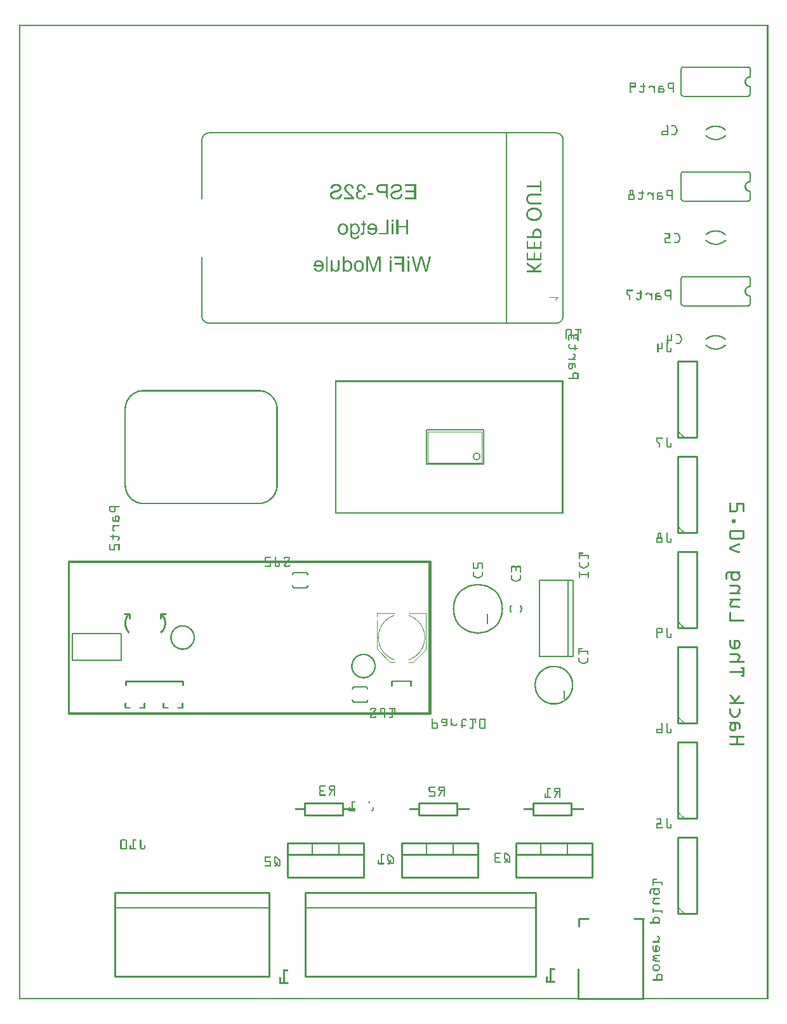
<source format=gbo>
G04 MADE WITH FRITZING*
G04 WWW.FRITZING.ORG*
G04 DOUBLE SIDED*
G04 HOLES PLATED*
G04 CONTOUR ON CENTER OF CONTOUR VECTOR*
%ASAXBY*%
%FSLAX23Y23*%
%MOIN*%
%OFA0B0*%
%SFA1.0B1.0*%
%ADD10C,0.042000X0.03*%
%ADD11C,0.263906X0.247906*%
%ADD12C,0.010000*%
%ADD13C,0.008000*%
%ADD14C,0.004000*%
%ADD15C,0.006943*%
%ADD16C,0.006000*%
%ADD17C,0.002000*%
%ADD18C,0.005000*%
%ADD19R,0.001000X0.001000*%
%LNSILK0*%
G90*
G70*
G54D10*
X2406Y2851D03*
G54D11*
X2410Y2049D03*
G54D12*
X260Y2299D02*
X2160Y2299D01*
D02*
X2160Y2299D02*
X2160Y1499D01*
D02*
X260Y1499D02*
X260Y2299D01*
G54D13*
D02*
X560Y1529D02*
X585Y1529D01*
D02*
X660Y1529D02*
X635Y1529D01*
D02*
X785Y1529D02*
X760Y1529D01*
D02*
X860Y1529D02*
X835Y1529D01*
G54D12*
D02*
X2160Y1499D02*
X260Y1499D01*
G54D13*
D02*
X2060Y1669D02*
X1960Y1669D01*
G54D12*
D02*
X745Y2024D02*
X745Y1999D01*
D02*
X745Y2024D02*
X770Y2024D01*
D02*
X580Y1999D02*
X580Y2024D01*
D02*
X580Y2024D02*
X555Y2024D01*
D02*
X560Y1649D02*
X560Y1669D01*
D02*
X560Y1669D02*
X860Y1669D01*
D02*
X860Y1669D02*
X860Y1649D01*
G54D14*
D02*
X1973Y2027D02*
X1883Y2027D01*
D02*
X1883Y1838D02*
X1949Y1771D01*
D02*
X1949Y1771D02*
X1973Y1771D01*
D02*
X2048Y1771D02*
X2071Y1771D01*
D02*
X2071Y1771D02*
X2138Y1838D01*
D02*
X2138Y1838D02*
X2138Y2027D01*
D02*
X2138Y2027D02*
X2048Y2027D01*
G54D13*
D02*
X539Y1779D02*
X539Y1919D01*
D02*
X539Y1919D02*
X281Y1919D01*
D02*
X281Y1919D02*
X281Y1779D01*
D02*
X281Y1779D02*
X539Y1779D01*
G54D15*
D02*
X2560Y4549D02*
X2560Y3550D01*
G54D12*
D02*
X3280Y424D02*
X3230Y424D01*
D02*
X2940Y384D02*
X2940Y424D01*
D02*
X2940Y424D02*
X2990Y424D01*
G54D16*
D02*
X2441Y2809D02*
X2140Y2809D01*
D02*
X2140Y2989D02*
X2140Y2809D01*
D02*
X2140Y2989D02*
X2441Y2989D01*
D02*
X2441Y2809D02*
X2441Y2989D01*
G54D17*
D02*
X2432Y2818D02*
X2149Y2818D01*
D02*
X2149Y2980D02*
X2149Y2818D01*
D02*
X2149Y2980D02*
X2432Y2980D01*
D02*
X2432Y2818D02*
X2432Y2980D01*
G54D12*
D02*
X2410Y819D02*
X2010Y819D01*
D02*
X2010Y819D02*
X2010Y639D01*
D02*
X2010Y639D02*
X2410Y639D01*
D02*
X2410Y639D02*
X2410Y819D01*
D02*
X2410Y819D02*
X2010Y819D01*
D02*
X2010Y819D02*
X2010Y759D01*
D02*
X2010Y759D02*
X2410Y759D01*
D02*
X2410Y759D02*
X2410Y819D01*
G54D18*
D02*
X2280Y819D02*
X2280Y759D01*
D02*
X2140Y819D02*
X2140Y759D01*
G54D12*
D02*
X1810Y819D02*
X1410Y819D01*
D02*
X1410Y819D02*
X1410Y639D01*
D02*
X1410Y639D02*
X1810Y639D01*
D02*
X1810Y639D02*
X1810Y819D01*
D02*
X1810Y819D02*
X1410Y819D01*
D02*
X1410Y819D02*
X1410Y759D01*
D02*
X1410Y759D02*
X1810Y759D01*
D02*
X1810Y759D02*
X1810Y819D01*
G54D18*
D02*
X1680Y819D02*
X1680Y759D01*
D02*
X1540Y819D02*
X1540Y759D01*
G54D12*
D02*
X3010Y819D02*
X2610Y819D01*
D02*
X2610Y819D02*
X2610Y639D01*
D02*
X2610Y639D02*
X3010Y639D01*
D02*
X3010Y639D02*
X3010Y819D01*
D02*
X3010Y819D02*
X2610Y819D01*
D02*
X2610Y819D02*
X2610Y759D01*
D02*
X2610Y759D02*
X3010Y759D01*
D02*
X3010Y759D02*
X3010Y819D01*
G54D18*
D02*
X2880Y819D02*
X2880Y759D01*
D02*
X2740Y819D02*
X2740Y759D01*
G54D12*
D02*
X2901Y1032D02*
X2701Y1032D01*
D02*
X2701Y1032D02*
X2701Y966D01*
D02*
X2701Y966D02*
X2901Y966D01*
D02*
X2901Y966D02*
X2901Y1032D01*
D02*
X2301Y1032D02*
X2101Y1032D01*
D02*
X2101Y1032D02*
X2101Y966D01*
D02*
X2101Y966D02*
X2301Y966D01*
D02*
X2301Y966D02*
X2301Y1032D01*
D02*
X1701Y1032D02*
X1501Y1032D01*
D02*
X1501Y1032D02*
X1501Y966D01*
D02*
X1501Y966D02*
X1701Y966D01*
D02*
X1701Y966D02*
X1701Y1032D01*
G54D13*
D02*
X2735Y2199D02*
X2735Y1799D01*
D02*
X2735Y1799D02*
X2885Y1799D01*
D02*
X2885Y1799D02*
X2910Y1799D01*
D02*
X2910Y1799D02*
X2910Y2199D01*
D02*
X2910Y2199D02*
X2885Y2199D01*
D02*
X2885Y2199D02*
X2735Y2199D01*
D02*
X2885Y2199D02*
X2885Y1799D01*
D02*
X2865Y1619D02*
X2865Y1579D01*
D02*
X2460Y2024D02*
X2460Y1974D01*
D02*
X3493Y3795D02*
X3827Y3795D01*
D02*
X3827Y3642D02*
X3490Y3642D01*
D02*
X3478Y3657D02*
X3478Y3780D01*
D02*
X3842Y3776D02*
X3842Y3743D01*
D02*
X3842Y3653D02*
X3842Y3693D01*
D02*
X3493Y4345D02*
X3827Y4345D01*
D02*
X3827Y4192D02*
X3490Y4192D01*
D02*
X3478Y4207D02*
X3478Y4330D01*
D02*
X3842Y4326D02*
X3842Y4293D01*
D02*
X3842Y4203D02*
X3842Y4243D01*
D02*
X3493Y4895D02*
X3827Y4895D01*
D02*
X3827Y4742D02*
X3490Y4742D01*
D02*
X3478Y4757D02*
X3478Y4880D01*
D02*
X3842Y4876D02*
X3842Y4843D01*
D02*
X3842Y4753D02*
X3842Y4793D01*
D02*
X1824Y1639D02*
X1761Y1639D01*
D02*
X1761Y1560D02*
X1824Y1560D01*
D02*
X1446Y2160D02*
X1509Y2160D01*
D02*
X1509Y2239D02*
X1446Y2239D01*
G54D12*
D02*
X2715Y119D02*
X1505Y119D01*
D02*
X1505Y119D02*
X1505Y559D01*
D02*
X1505Y559D02*
X2715Y559D01*
D02*
X2715Y559D02*
X2715Y119D01*
G54D18*
D02*
X1505Y479D02*
X2715Y479D01*
G54D12*
D02*
X1315Y119D02*
X505Y119D01*
D02*
X505Y119D02*
X505Y559D01*
D02*
X505Y559D02*
X1315Y559D01*
D02*
X1315Y559D02*
X1315Y119D01*
G54D18*
D02*
X505Y479D02*
X1315Y479D01*
G54D12*
D02*
X3460Y449D02*
X3460Y849D01*
D02*
X3460Y849D02*
X3560Y849D01*
D02*
X3560Y849D02*
X3560Y449D01*
D02*
X3560Y449D02*
X3460Y449D01*
D02*
X3460Y949D02*
X3460Y1349D01*
D02*
X3460Y1349D02*
X3560Y1349D01*
D02*
X3560Y1349D02*
X3560Y949D01*
D02*
X3560Y949D02*
X3460Y949D01*
D02*
X3460Y1449D02*
X3460Y1849D01*
D02*
X3460Y1849D02*
X3560Y1849D01*
D02*
X3560Y1849D02*
X3560Y1449D01*
D02*
X3560Y1449D02*
X3460Y1449D01*
D02*
X3460Y1949D02*
X3460Y2349D01*
D02*
X3460Y2349D02*
X3560Y2349D01*
D02*
X3560Y2349D02*
X3560Y1949D01*
D02*
X3560Y1949D02*
X3460Y1949D01*
D02*
X3460Y2449D02*
X3460Y2849D01*
D02*
X3460Y2849D02*
X3560Y2849D01*
D02*
X3560Y2849D02*
X3560Y2449D01*
D02*
X3560Y2449D02*
X3460Y2449D01*
D02*
X3460Y2949D02*
X3460Y3349D01*
D02*
X3460Y3349D02*
X3560Y3349D01*
D02*
X3560Y3349D02*
X3560Y2949D01*
D02*
X3560Y2949D02*
X3460Y2949D01*
G54D19*
X0Y5118D02*
X3936Y5118D01*
X0Y5117D02*
X3936Y5117D01*
X0Y5116D02*
X3936Y5116D01*
X0Y5115D02*
X3936Y5115D01*
X0Y5114D02*
X3936Y5114D01*
X0Y5113D02*
X3936Y5113D01*
X0Y5112D02*
X3936Y5112D01*
X0Y5111D02*
X3936Y5111D01*
X0Y5110D02*
X7Y5110D01*
X3929Y5110D02*
X3936Y5110D01*
X0Y5109D02*
X7Y5109D01*
X3929Y5109D02*
X3936Y5109D01*
X0Y5108D02*
X7Y5108D01*
X3929Y5108D02*
X3936Y5108D01*
X0Y5107D02*
X7Y5107D01*
X3929Y5107D02*
X3936Y5107D01*
X0Y5106D02*
X7Y5106D01*
X3929Y5106D02*
X3936Y5106D01*
X0Y5105D02*
X7Y5105D01*
X3929Y5105D02*
X3936Y5105D01*
X0Y5104D02*
X7Y5104D01*
X3929Y5104D02*
X3936Y5104D01*
X0Y5103D02*
X7Y5103D01*
X3929Y5103D02*
X3936Y5103D01*
X0Y5102D02*
X7Y5102D01*
X3929Y5102D02*
X3936Y5102D01*
X0Y5101D02*
X7Y5101D01*
X3929Y5101D02*
X3936Y5101D01*
X0Y5100D02*
X7Y5100D01*
X3929Y5100D02*
X3936Y5100D01*
X0Y5099D02*
X7Y5099D01*
X3929Y5099D02*
X3936Y5099D01*
X0Y5098D02*
X7Y5098D01*
X3929Y5098D02*
X3936Y5098D01*
X0Y5097D02*
X7Y5097D01*
X3929Y5097D02*
X3936Y5097D01*
X0Y5096D02*
X7Y5096D01*
X3929Y5096D02*
X3936Y5096D01*
X0Y5095D02*
X7Y5095D01*
X3929Y5095D02*
X3936Y5095D01*
X0Y5094D02*
X7Y5094D01*
X3929Y5094D02*
X3936Y5094D01*
X0Y5093D02*
X7Y5093D01*
X3929Y5093D02*
X3936Y5093D01*
X0Y5092D02*
X7Y5092D01*
X3929Y5092D02*
X3936Y5092D01*
X0Y5091D02*
X7Y5091D01*
X3929Y5091D02*
X3936Y5091D01*
X0Y5090D02*
X7Y5090D01*
X3929Y5090D02*
X3936Y5090D01*
X0Y5089D02*
X7Y5089D01*
X3929Y5089D02*
X3936Y5089D01*
X0Y5088D02*
X7Y5088D01*
X3929Y5088D02*
X3936Y5088D01*
X0Y5087D02*
X7Y5087D01*
X3929Y5087D02*
X3936Y5087D01*
X0Y5086D02*
X7Y5086D01*
X3929Y5086D02*
X3936Y5086D01*
X0Y5085D02*
X7Y5085D01*
X3929Y5085D02*
X3936Y5085D01*
X0Y5084D02*
X7Y5084D01*
X3929Y5084D02*
X3936Y5084D01*
X0Y5083D02*
X7Y5083D01*
X3929Y5083D02*
X3936Y5083D01*
X0Y5082D02*
X7Y5082D01*
X3929Y5082D02*
X3936Y5082D01*
X0Y5081D02*
X7Y5081D01*
X3929Y5081D02*
X3936Y5081D01*
X0Y5080D02*
X7Y5080D01*
X3929Y5080D02*
X3936Y5080D01*
X0Y5079D02*
X7Y5079D01*
X3929Y5079D02*
X3936Y5079D01*
X0Y5078D02*
X7Y5078D01*
X3929Y5078D02*
X3936Y5078D01*
X0Y5077D02*
X7Y5077D01*
X3929Y5077D02*
X3936Y5077D01*
X0Y5076D02*
X7Y5076D01*
X3929Y5076D02*
X3936Y5076D01*
X0Y5075D02*
X7Y5075D01*
X3929Y5075D02*
X3936Y5075D01*
X0Y5074D02*
X7Y5074D01*
X3929Y5074D02*
X3936Y5074D01*
X0Y5073D02*
X7Y5073D01*
X3929Y5073D02*
X3936Y5073D01*
X0Y5072D02*
X7Y5072D01*
X3929Y5072D02*
X3936Y5072D01*
X0Y5071D02*
X7Y5071D01*
X3929Y5071D02*
X3936Y5071D01*
X0Y5070D02*
X7Y5070D01*
X3929Y5070D02*
X3936Y5070D01*
X0Y5069D02*
X7Y5069D01*
X3929Y5069D02*
X3936Y5069D01*
X0Y5068D02*
X7Y5068D01*
X3929Y5068D02*
X3936Y5068D01*
X0Y5067D02*
X7Y5067D01*
X3929Y5067D02*
X3936Y5067D01*
X0Y5066D02*
X7Y5066D01*
X3929Y5066D02*
X3936Y5066D01*
X0Y5065D02*
X7Y5065D01*
X3929Y5065D02*
X3936Y5065D01*
X0Y5064D02*
X7Y5064D01*
X3929Y5064D02*
X3936Y5064D01*
X0Y5063D02*
X7Y5063D01*
X3929Y5063D02*
X3936Y5063D01*
X0Y5062D02*
X7Y5062D01*
X3929Y5062D02*
X3936Y5062D01*
X0Y5061D02*
X7Y5061D01*
X3929Y5061D02*
X3936Y5061D01*
X0Y5060D02*
X7Y5060D01*
X3929Y5060D02*
X3936Y5060D01*
X0Y5059D02*
X7Y5059D01*
X3929Y5059D02*
X3936Y5059D01*
X0Y5058D02*
X7Y5058D01*
X3929Y5058D02*
X3936Y5058D01*
X0Y5057D02*
X7Y5057D01*
X3929Y5057D02*
X3936Y5057D01*
X0Y5056D02*
X7Y5056D01*
X3929Y5056D02*
X3936Y5056D01*
X0Y5055D02*
X7Y5055D01*
X3929Y5055D02*
X3936Y5055D01*
X0Y5054D02*
X7Y5054D01*
X3929Y5054D02*
X3936Y5054D01*
X0Y5053D02*
X7Y5053D01*
X3929Y5053D02*
X3936Y5053D01*
X0Y5052D02*
X7Y5052D01*
X3929Y5052D02*
X3936Y5052D01*
X0Y5051D02*
X7Y5051D01*
X3929Y5051D02*
X3936Y5051D01*
X0Y5050D02*
X7Y5050D01*
X3929Y5050D02*
X3936Y5050D01*
X0Y5049D02*
X7Y5049D01*
X3929Y5049D02*
X3936Y5049D01*
X0Y5048D02*
X7Y5048D01*
X3929Y5048D02*
X3936Y5048D01*
X0Y5047D02*
X7Y5047D01*
X3929Y5047D02*
X3936Y5047D01*
X0Y5046D02*
X7Y5046D01*
X3929Y5046D02*
X3936Y5046D01*
X0Y5045D02*
X7Y5045D01*
X3929Y5045D02*
X3936Y5045D01*
X0Y5044D02*
X7Y5044D01*
X3929Y5044D02*
X3936Y5044D01*
X0Y5043D02*
X7Y5043D01*
X3929Y5043D02*
X3936Y5043D01*
X0Y5042D02*
X7Y5042D01*
X3929Y5042D02*
X3936Y5042D01*
X0Y5041D02*
X7Y5041D01*
X3929Y5041D02*
X3936Y5041D01*
X0Y5040D02*
X7Y5040D01*
X3929Y5040D02*
X3936Y5040D01*
X0Y5039D02*
X7Y5039D01*
X3929Y5039D02*
X3936Y5039D01*
X0Y5038D02*
X7Y5038D01*
X3929Y5038D02*
X3936Y5038D01*
X0Y5037D02*
X7Y5037D01*
X3929Y5037D02*
X3936Y5037D01*
X0Y5036D02*
X7Y5036D01*
X3929Y5036D02*
X3936Y5036D01*
X0Y5035D02*
X7Y5035D01*
X3929Y5035D02*
X3936Y5035D01*
X0Y5034D02*
X7Y5034D01*
X3929Y5034D02*
X3936Y5034D01*
X0Y5033D02*
X7Y5033D01*
X3929Y5033D02*
X3936Y5033D01*
X0Y5032D02*
X7Y5032D01*
X3929Y5032D02*
X3936Y5032D01*
X0Y5031D02*
X7Y5031D01*
X3929Y5031D02*
X3936Y5031D01*
X0Y5030D02*
X7Y5030D01*
X3929Y5030D02*
X3936Y5030D01*
X0Y5029D02*
X7Y5029D01*
X3929Y5029D02*
X3936Y5029D01*
X0Y5028D02*
X7Y5028D01*
X3929Y5028D02*
X3936Y5028D01*
X0Y5027D02*
X7Y5027D01*
X3929Y5027D02*
X3936Y5027D01*
X0Y5026D02*
X7Y5026D01*
X3929Y5026D02*
X3936Y5026D01*
X0Y5025D02*
X7Y5025D01*
X3929Y5025D02*
X3936Y5025D01*
X0Y5024D02*
X7Y5024D01*
X3929Y5024D02*
X3936Y5024D01*
X0Y5023D02*
X7Y5023D01*
X3929Y5023D02*
X3936Y5023D01*
X0Y5022D02*
X7Y5022D01*
X3929Y5022D02*
X3936Y5022D01*
X0Y5021D02*
X7Y5021D01*
X3929Y5021D02*
X3936Y5021D01*
X0Y5020D02*
X7Y5020D01*
X3929Y5020D02*
X3936Y5020D01*
X0Y5019D02*
X7Y5019D01*
X3929Y5019D02*
X3936Y5019D01*
X0Y5018D02*
X7Y5018D01*
X3929Y5018D02*
X3936Y5018D01*
X0Y5017D02*
X7Y5017D01*
X3929Y5017D02*
X3936Y5017D01*
X0Y5016D02*
X7Y5016D01*
X3929Y5016D02*
X3936Y5016D01*
X0Y5015D02*
X7Y5015D01*
X3929Y5015D02*
X3936Y5015D01*
X0Y5014D02*
X7Y5014D01*
X3929Y5014D02*
X3936Y5014D01*
X0Y5013D02*
X7Y5013D01*
X3929Y5013D02*
X3936Y5013D01*
X0Y5012D02*
X7Y5012D01*
X3929Y5012D02*
X3936Y5012D01*
X0Y5011D02*
X7Y5011D01*
X3929Y5011D02*
X3936Y5011D01*
X0Y5010D02*
X7Y5010D01*
X3929Y5010D02*
X3936Y5010D01*
X0Y5009D02*
X7Y5009D01*
X3929Y5009D02*
X3936Y5009D01*
X0Y5008D02*
X7Y5008D01*
X3929Y5008D02*
X3936Y5008D01*
X0Y5007D02*
X7Y5007D01*
X3929Y5007D02*
X3936Y5007D01*
X0Y5006D02*
X7Y5006D01*
X3929Y5006D02*
X3936Y5006D01*
X0Y5005D02*
X7Y5005D01*
X3929Y5005D02*
X3936Y5005D01*
X0Y5004D02*
X7Y5004D01*
X3929Y5004D02*
X3936Y5004D01*
X0Y5003D02*
X7Y5003D01*
X3929Y5003D02*
X3936Y5003D01*
X0Y5002D02*
X7Y5002D01*
X3929Y5002D02*
X3936Y5002D01*
X0Y5001D02*
X7Y5001D01*
X3929Y5001D02*
X3936Y5001D01*
X0Y5000D02*
X7Y5000D01*
X3929Y5000D02*
X3936Y5000D01*
X0Y4999D02*
X7Y4999D01*
X3929Y4999D02*
X3936Y4999D01*
X0Y4998D02*
X7Y4998D01*
X3929Y4998D02*
X3936Y4998D01*
X0Y4997D02*
X7Y4997D01*
X3929Y4997D02*
X3936Y4997D01*
X0Y4996D02*
X7Y4996D01*
X3929Y4996D02*
X3936Y4996D01*
X0Y4995D02*
X7Y4995D01*
X3929Y4995D02*
X3936Y4995D01*
X0Y4994D02*
X7Y4994D01*
X3929Y4994D02*
X3936Y4994D01*
X0Y4993D02*
X7Y4993D01*
X3929Y4993D02*
X3936Y4993D01*
X0Y4992D02*
X7Y4992D01*
X3929Y4992D02*
X3936Y4992D01*
X0Y4991D02*
X7Y4991D01*
X3929Y4991D02*
X3936Y4991D01*
X0Y4990D02*
X7Y4990D01*
X3929Y4990D02*
X3936Y4990D01*
X0Y4989D02*
X7Y4989D01*
X3929Y4989D02*
X3936Y4989D01*
X0Y4988D02*
X7Y4988D01*
X3929Y4988D02*
X3936Y4988D01*
X0Y4987D02*
X7Y4987D01*
X3929Y4987D02*
X3936Y4987D01*
X0Y4986D02*
X7Y4986D01*
X3929Y4986D02*
X3936Y4986D01*
X0Y4985D02*
X7Y4985D01*
X3929Y4985D02*
X3936Y4985D01*
X0Y4984D02*
X7Y4984D01*
X3929Y4984D02*
X3936Y4984D01*
X0Y4983D02*
X7Y4983D01*
X3929Y4983D02*
X3936Y4983D01*
X0Y4982D02*
X7Y4982D01*
X3929Y4982D02*
X3936Y4982D01*
X0Y4981D02*
X7Y4981D01*
X3929Y4981D02*
X3936Y4981D01*
X0Y4980D02*
X7Y4980D01*
X3929Y4980D02*
X3936Y4980D01*
X0Y4979D02*
X7Y4979D01*
X3929Y4979D02*
X3936Y4979D01*
X0Y4978D02*
X7Y4978D01*
X3929Y4978D02*
X3936Y4978D01*
X0Y4977D02*
X7Y4977D01*
X3929Y4977D02*
X3936Y4977D01*
X0Y4976D02*
X7Y4976D01*
X3929Y4976D02*
X3936Y4976D01*
X0Y4975D02*
X7Y4975D01*
X3929Y4975D02*
X3936Y4975D01*
X0Y4974D02*
X7Y4974D01*
X3929Y4974D02*
X3936Y4974D01*
X0Y4973D02*
X7Y4973D01*
X3929Y4973D02*
X3936Y4973D01*
X0Y4972D02*
X7Y4972D01*
X3929Y4972D02*
X3936Y4972D01*
X0Y4971D02*
X7Y4971D01*
X3929Y4971D02*
X3936Y4971D01*
X0Y4970D02*
X7Y4970D01*
X3929Y4970D02*
X3936Y4970D01*
X0Y4969D02*
X7Y4969D01*
X3929Y4969D02*
X3936Y4969D01*
X0Y4968D02*
X7Y4968D01*
X3929Y4968D02*
X3936Y4968D01*
X0Y4967D02*
X7Y4967D01*
X3929Y4967D02*
X3936Y4967D01*
X0Y4966D02*
X7Y4966D01*
X3929Y4966D02*
X3936Y4966D01*
X0Y4965D02*
X7Y4965D01*
X3929Y4965D02*
X3936Y4965D01*
X0Y4964D02*
X7Y4964D01*
X3929Y4964D02*
X3936Y4964D01*
X0Y4963D02*
X7Y4963D01*
X3929Y4963D02*
X3936Y4963D01*
X0Y4962D02*
X7Y4962D01*
X3929Y4962D02*
X3936Y4962D01*
X0Y4961D02*
X7Y4961D01*
X3929Y4961D02*
X3936Y4961D01*
X0Y4960D02*
X7Y4960D01*
X3929Y4960D02*
X3936Y4960D01*
X0Y4959D02*
X7Y4959D01*
X3929Y4959D02*
X3936Y4959D01*
X0Y4958D02*
X7Y4958D01*
X3929Y4958D02*
X3936Y4958D01*
X0Y4957D02*
X7Y4957D01*
X3929Y4957D02*
X3936Y4957D01*
X0Y4956D02*
X7Y4956D01*
X3929Y4956D02*
X3936Y4956D01*
X0Y4955D02*
X7Y4955D01*
X3929Y4955D02*
X3936Y4955D01*
X0Y4954D02*
X7Y4954D01*
X3929Y4954D02*
X3936Y4954D01*
X0Y4953D02*
X7Y4953D01*
X3929Y4953D02*
X3936Y4953D01*
X0Y4952D02*
X7Y4952D01*
X3929Y4952D02*
X3936Y4952D01*
X0Y4951D02*
X7Y4951D01*
X3929Y4951D02*
X3936Y4951D01*
X0Y4950D02*
X7Y4950D01*
X3929Y4950D02*
X3936Y4950D01*
X0Y4949D02*
X7Y4949D01*
X3929Y4949D02*
X3936Y4949D01*
X0Y4948D02*
X7Y4948D01*
X3929Y4948D02*
X3936Y4948D01*
X0Y4947D02*
X7Y4947D01*
X3929Y4947D02*
X3936Y4947D01*
X0Y4946D02*
X7Y4946D01*
X3929Y4946D02*
X3936Y4946D01*
X0Y4945D02*
X7Y4945D01*
X3929Y4945D02*
X3936Y4945D01*
X0Y4944D02*
X7Y4944D01*
X3929Y4944D02*
X3936Y4944D01*
X0Y4943D02*
X7Y4943D01*
X3929Y4943D02*
X3936Y4943D01*
X0Y4942D02*
X7Y4942D01*
X3929Y4942D02*
X3936Y4942D01*
X0Y4941D02*
X7Y4941D01*
X3929Y4941D02*
X3936Y4941D01*
X0Y4940D02*
X7Y4940D01*
X3929Y4940D02*
X3936Y4940D01*
X0Y4939D02*
X7Y4939D01*
X3929Y4939D02*
X3936Y4939D01*
X0Y4938D02*
X7Y4938D01*
X3929Y4938D02*
X3936Y4938D01*
X0Y4937D02*
X7Y4937D01*
X3929Y4937D02*
X3936Y4937D01*
X0Y4936D02*
X7Y4936D01*
X3929Y4936D02*
X3936Y4936D01*
X0Y4935D02*
X7Y4935D01*
X3929Y4935D02*
X3936Y4935D01*
X0Y4934D02*
X7Y4934D01*
X3929Y4934D02*
X3936Y4934D01*
X0Y4933D02*
X7Y4933D01*
X3929Y4933D02*
X3936Y4933D01*
X0Y4932D02*
X7Y4932D01*
X3929Y4932D02*
X3936Y4932D01*
X0Y4931D02*
X7Y4931D01*
X3929Y4931D02*
X3936Y4931D01*
X0Y4930D02*
X7Y4930D01*
X3929Y4930D02*
X3936Y4930D01*
X0Y4929D02*
X7Y4929D01*
X3929Y4929D02*
X3936Y4929D01*
X0Y4928D02*
X7Y4928D01*
X3929Y4928D02*
X3936Y4928D01*
X0Y4927D02*
X7Y4927D01*
X3929Y4927D02*
X3936Y4927D01*
X0Y4926D02*
X7Y4926D01*
X3929Y4926D02*
X3936Y4926D01*
X0Y4925D02*
X7Y4925D01*
X3929Y4925D02*
X3936Y4925D01*
X0Y4924D02*
X7Y4924D01*
X3929Y4924D02*
X3936Y4924D01*
X0Y4923D02*
X7Y4923D01*
X3929Y4923D02*
X3936Y4923D01*
X0Y4922D02*
X7Y4922D01*
X3929Y4922D02*
X3936Y4922D01*
X0Y4921D02*
X7Y4921D01*
X3929Y4921D02*
X3936Y4921D01*
X0Y4920D02*
X7Y4920D01*
X3929Y4920D02*
X3936Y4920D01*
X0Y4919D02*
X7Y4919D01*
X3929Y4919D02*
X3936Y4919D01*
X0Y4918D02*
X7Y4918D01*
X3929Y4918D02*
X3936Y4918D01*
X0Y4917D02*
X7Y4917D01*
X3929Y4917D02*
X3936Y4917D01*
X0Y4916D02*
X7Y4916D01*
X3929Y4916D02*
X3936Y4916D01*
X0Y4915D02*
X7Y4915D01*
X3929Y4915D02*
X3936Y4915D01*
X0Y4914D02*
X7Y4914D01*
X3929Y4914D02*
X3936Y4914D01*
X0Y4913D02*
X7Y4913D01*
X3929Y4913D02*
X3936Y4913D01*
X0Y4912D02*
X7Y4912D01*
X3929Y4912D02*
X3936Y4912D01*
X0Y4911D02*
X7Y4911D01*
X3929Y4911D02*
X3936Y4911D01*
X0Y4910D02*
X7Y4910D01*
X3929Y4910D02*
X3936Y4910D01*
X0Y4909D02*
X7Y4909D01*
X3929Y4909D02*
X3936Y4909D01*
X0Y4908D02*
X7Y4908D01*
X3929Y4908D02*
X3936Y4908D01*
X0Y4907D02*
X7Y4907D01*
X3929Y4907D02*
X3936Y4907D01*
X0Y4906D02*
X7Y4906D01*
X3929Y4906D02*
X3936Y4906D01*
X0Y4905D02*
X7Y4905D01*
X3929Y4905D02*
X3936Y4905D01*
X0Y4904D02*
X7Y4904D01*
X3929Y4904D02*
X3936Y4904D01*
X0Y4903D02*
X7Y4903D01*
X3929Y4903D02*
X3936Y4903D01*
X0Y4902D02*
X7Y4902D01*
X3929Y4902D02*
X3936Y4902D01*
X0Y4901D02*
X7Y4901D01*
X3929Y4901D02*
X3936Y4901D01*
X0Y4900D02*
X7Y4900D01*
X3929Y4900D02*
X3936Y4900D01*
X0Y4899D02*
X7Y4899D01*
X3489Y4899D02*
X3492Y4899D01*
X3828Y4899D02*
X3830Y4899D01*
X3929Y4899D02*
X3936Y4899D01*
X0Y4898D02*
X7Y4898D01*
X3486Y4898D02*
X3492Y4898D01*
X3828Y4898D02*
X3833Y4898D01*
X3929Y4898D02*
X3936Y4898D01*
X0Y4897D02*
X7Y4897D01*
X3484Y4897D02*
X3492Y4897D01*
X3828Y4897D02*
X3835Y4897D01*
X3929Y4897D02*
X3936Y4897D01*
X0Y4896D02*
X7Y4896D01*
X3482Y4896D02*
X3492Y4896D01*
X3827Y4896D02*
X3836Y4896D01*
X3929Y4896D02*
X3936Y4896D01*
X0Y4895D02*
X7Y4895D01*
X3481Y4895D02*
X3492Y4895D01*
X3827Y4895D02*
X3838Y4895D01*
X3929Y4895D02*
X3936Y4895D01*
X0Y4894D02*
X7Y4894D01*
X3480Y4894D02*
X3492Y4894D01*
X3827Y4894D02*
X3839Y4894D01*
X3929Y4894D02*
X3936Y4894D01*
X0Y4893D02*
X7Y4893D01*
X3479Y4893D02*
X3492Y4893D01*
X3827Y4893D02*
X3840Y4893D01*
X3929Y4893D02*
X3936Y4893D01*
X0Y4892D02*
X7Y4892D01*
X3478Y4892D02*
X3492Y4892D01*
X3827Y4892D02*
X3841Y4892D01*
X3929Y4892D02*
X3936Y4892D01*
X0Y4891D02*
X7Y4891D01*
X3478Y4891D02*
X3489Y4891D01*
X3830Y4891D02*
X3841Y4891D01*
X3929Y4891D02*
X3936Y4891D01*
X0Y4890D02*
X7Y4890D01*
X3477Y4890D02*
X3487Y4890D01*
X3832Y4890D02*
X3842Y4890D01*
X3929Y4890D02*
X3936Y4890D01*
X0Y4889D02*
X7Y4889D01*
X3477Y4889D02*
X3485Y4889D01*
X3834Y4889D02*
X3843Y4889D01*
X3929Y4889D02*
X3936Y4889D01*
X0Y4888D02*
X7Y4888D01*
X3476Y4888D02*
X3484Y4888D01*
X3835Y4888D02*
X3843Y4888D01*
X3929Y4888D02*
X3936Y4888D01*
X0Y4887D02*
X7Y4887D01*
X3476Y4887D02*
X3483Y4887D01*
X3836Y4887D02*
X3844Y4887D01*
X3929Y4887D02*
X3936Y4887D01*
X0Y4886D02*
X7Y4886D01*
X3475Y4886D02*
X3483Y4886D01*
X3836Y4886D02*
X3844Y4886D01*
X3929Y4886D02*
X3936Y4886D01*
X0Y4885D02*
X7Y4885D01*
X3475Y4885D02*
X3482Y4885D01*
X3837Y4885D02*
X3844Y4885D01*
X3929Y4885D02*
X3936Y4885D01*
X0Y4884D02*
X7Y4884D01*
X3475Y4884D02*
X3482Y4884D01*
X3837Y4884D02*
X3845Y4884D01*
X3929Y4884D02*
X3936Y4884D01*
X0Y4883D02*
X7Y4883D01*
X3475Y4883D02*
X3482Y4883D01*
X3838Y4883D02*
X3845Y4883D01*
X3929Y4883D02*
X3936Y4883D01*
X0Y4882D02*
X7Y4882D01*
X3475Y4882D02*
X3482Y4882D01*
X3838Y4882D02*
X3845Y4882D01*
X3929Y4882D02*
X3936Y4882D01*
X0Y4881D02*
X7Y4881D01*
X3475Y4881D02*
X3481Y4881D01*
X3838Y4881D02*
X3845Y4881D01*
X3929Y4881D02*
X3936Y4881D01*
X0Y4880D02*
X7Y4880D01*
X3839Y4880D02*
X3845Y4880D01*
X3929Y4880D02*
X3936Y4880D01*
X0Y4879D02*
X7Y4879D01*
X3839Y4879D02*
X3846Y4879D01*
X3929Y4879D02*
X3936Y4879D01*
X0Y4878D02*
X7Y4878D01*
X3838Y4878D02*
X3846Y4878D01*
X3929Y4878D02*
X3936Y4878D01*
X0Y4877D02*
X7Y4877D01*
X3840Y4877D02*
X3845Y4877D01*
X3929Y4877D02*
X3936Y4877D01*
X0Y4876D02*
X7Y4876D01*
X3929Y4876D02*
X3936Y4876D01*
X0Y4875D02*
X7Y4875D01*
X3929Y4875D02*
X3936Y4875D01*
X0Y4874D02*
X7Y4874D01*
X3929Y4874D02*
X3936Y4874D01*
X0Y4873D02*
X7Y4873D01*
X3929Y4873D02*
X3936Y4873D01*
X0Y4872D02*
X7Y4872D01*
X3929Y4872D02*
X3936Y4872D01*
X0Y4871D02*
X7Y4871D01*
X3929Y4871D02*
X3936Y4871D01*
X0Y4870D02*
X7Y4870D01*
X3929Y4870D02*
X3936Y4870D01*
X0Y4869D02*
X7Y4869D01*
X3929Y4869D02*
X3936Y4869D01*
X0Y4868D02*
X7Y4868D01*
X3929Y4868D02*
X3936Y4868D01*
X0Y4867D02*
X7Y4867D01*
X3929Y4867D02*
X3936Y4867D01*
X0Y4866D02*
X7Y4866D01*
X3929Y4866D02*
X3936Y4866D01*
X0Y4865D02*
X7Y4865D01*
X3929Y4865D02*
X3936Y4865D01*
X0Y4864D02*
X7Y4864D01*
X3929Y4864D02*
X3936Y4864D01*
X0Y4863D02*
X7Y4863D01*
X3929Y4863D02*
X3936Y4863D01*
X0Y4862D02*
X7Y4862D01*
X3929Y4862D02*
X3936Y4862D01*
X0Y4861D02*
X7Y4861D01*
X3929Y4861D02*
X3936Y4861D01*
X0Y4860D02*
X7Y4860D01*
X3929Y4860D02*
X3936Y4860D01*
X0Y4859D02*
X7Y4859D01*
X3929Y4859D02*
X3936Y4859D01*
X0Y4858D02*
X7Y4858D01*
X3929Y4858D02*
X3936Y4858D01*
X0Y4857D02*
X7Y4857D01*
X3929Y4857D02*
X3936Y4857D01*
X0Y4856D02*
X7Y4856D01*
X3929Y4856D02*
X3936Y4856D01*
X0Y4855D02*
X7Y4855D01*
X3929Y4855D02*
X3936Y4855D01*
X0Y4854D02*
X7Y4854D01*
X3929Y4854D02*
X3936Y4854D01*
X0Y4853D02*
X7Y4853D01*
X3929Y4853D02*
X3936Y4853D01*
X0Y4852D02*
X7Y4852D01*
X3929Y4852D02*
X3936Y4852D01*
X0Y4851D02*
X7Y4851D01*
X3929Y4851D02*
X3936Y4851D01*
X0Y4850D02*
X7Y4850D01*
X3929Y4850D02*
X3936Y4850D01*
X0Y4849D02*
X7Y4849D01*
X3929Y4849D02*
X3936Y4849D01*
X0Y4848D02*
X7Y4848D01*
X3929Y4848D02*
X3936Y4848D01*
X0Y4847D02*
X7Y4847D01*
X3929Y4847D02*
X3936Y4847D01*
X0Y4846D02*
X7Y4846D01*
X3833Y4846D02*
X3839Y4846D01*
X3929Y4846D02*
X3936Y4846D01*
X0Y4845D02*
X7Y4845D01*
X3830Y4845D02*
X3839Y4845D01*
X3929Y4845D02*
X3936Y4845D01*
X0Y4844D02*
X7Y4844D01*
X3828Y4844D02*
X3839Y4844D01*
X3929Y4844D02*
X3936Y4844D01*
X0Y4843D02*
X7Y4843D01*
X3826Y4843D02*
X3839Y4843D01*
X3929Y4843D02*
X3936Y4843D01*
X0Y4842D02*
X7Y4842D01*
X3824Y4842D02*
X3839Y4842D01*
X3929Y4842D02*
X3936Y4842D01*
X0Y4841D02*
X7Y4841D01*
X3823Y4841D02*
X3839Y4841D01*
X3929Y4841D02*
X3936Y4841D01*
X0Y4840D02*
X7Y4840D01*
X3822Y4840D02*
X3839Y4840D01*
X3929Y4840D02*
X3936Y4840D01*
X0Y4839D02*
X7Y4839D01*
X3820Y4839D02*
X3839Y4839D01*
X3929Y4839D02*
X3936Y4839D01*
X0Y4838D02*
X7Y4838D01*
X3819Y4838D02*
X3833Y4838D01*
X3929Y4838D02*
X3936Y4838D01*
X0Y4837D02*
X7Y4837D01*
X3819Y4837D02*
X3830Y4837D01*
X3929Y4837D02*
X3936Y4837D01*
X0Y4836D02*
X7Y4836D01*
X3818Y4836D02*
X3829Y4836D01*
X3929Y4836D02*
X3936Y4836D01*
X0Y4835D02*
X7Y4835D01*
X3817Y4835D02*
X3827Y4835D01*
X3929Y4835D02*
X3936Y4835D01*
X0Y4834D02*
X7Y4834D01*
X3816Y4834D02*
X3826Y4834D01*
X3929Y4834D02*
X3936Y4834D01*
X0Y4833D02*
X7Y4833D01*
X3816Y4833D02*
X3825Y4833D01*
X3929Y4833D02*
X3936Y4833D01*
X0Y4832D02*
X7Y4832D01*
X3815Y4832D02*
X3824Y4832D01*
X3929Y4832D02*
X3936Y4832D01*
X0Y4831D02*
X7Y4831D01*
X3815Y4831D02*
X3823Y4831D01*
X3929Y4831D02*
X3936Y4831D01*
X0Y4830D02*
X7Y4830D01*
X3814Y4830D02*
X3822Y4830D01*
X3929Y4830D02*
X3936Y4830D01*
X0Y4829D02*
X7Y4829D01*
X3814Y4829D02*
X3822Y4829D01*
X3929Y4829D02*
X3936Y4829D01*
X0Y4828D02*
X7Y4828D01*
X3813Y4828D02*
X3821Y4828D01*
X3929Y4828D02*
X3936Y4828D01*
X0Y4827D02*
X7Y4827D01*
X3813Y4827D02*
X3820Y4827D01*
X3929Y4827D02*
X3936Y4827D01*
X0Y4826D02*
X7Y4826D01*
X3813Y4826D02*
X3820Y4826D01*
X3929Y4826D02*
X3936Y4826D01*
X0Y4825D02*
X7Y4825D01*
X3812Y4825D02*
X3820Y4825D01*
X3929Y4825D02*
X3936Y4825D01*
X0Y4824D02*
X7Y4824D01*
X3812Y4824D02*
X3819Y4824D01*
X3929Y4824D02*
X3936Y4824D01*
X0Y4823D02*
X7Y4823D01*
X3812Y4823D02*
X3819Y4823D01*
X3929Y4823D02*
X3936Y4823D01*
X0Y4822D02*
X7Y4822D01*
X3812Y4822D02*
X3819Y4822D01*
X3929Y4822D02*
X3936Y4822D01*
X0Y4821D02*
X7Y4821D01*
X3812Y4821D02*
X3819Y4821D01*
X3929Y4821D02*
X3936Y4821D01*
X0Y4820D02*
X7Y4820D01*
X3812Y4820D02*
X3819Y4820D01*
X3929Y4820D02*
X3936Y4820D01*
X0Y4819D02*
X7Y4819D01*
X3811Y4819D02*
X3818Y4819D01*
X3929Y4819D02*
X3936Y4819D01*
X0Y4818D02*
X7Y4818D01*
X3811Y4818D02*
X3818Y4818D01*
X3929Y4818D02*
X3936Y4818D01*
X0Y4817D02*
X7Y4817D01*
X3811Y4817D02*
X3818Y4817D01*
X3929Y4817D02*
X3936Y4817D01*
X0Y4816D02*
X7Y4816D01*
X3812Y4816D02*
X3819Y4816D01*
X3929Y4816D02*
X3936Y4816D01*
X0Y4815D02*
X7Y4815D01*
X3812Y4815D02*
X3819Y4815D01*
X3929Y4815D02*
X3936Y4815D01*
X0Y4814D02*
X7Y4814D01*
X3812Y4814D02*
X3819Y4814D01*
X3929Y4814D02*
X3936Y4814D01*
X0Y4813D02*
X7Y4813D01*
X3210Y4813D02*
X3240Y4813D01*
X3416Y4813D02*
X3441Y4813D01*
X3812Y4813D02*
X3819Y4813D01*
X3929Y4813D02*
X3936Y4813D01*
X0Y4812D02*
X7Y4812D01*
X3209Y4812D02*
X3241Y4812D01*
X3413Y4812D02*
X3442Y4812D01*
X3812Y4812D02*
X3819Y4812D01*
X3929Y4812D02*
X3936Y4812D01*
X0Y4811D02*
X7Y4811D01*
X3208Y4811D02*
X3241Y4811D01*
X3412Y4811D02*
X3442Y4811D01*
X3812Y4811D02*
X3820Y4811D01*
X3929Y4811D02*
X3936Y4811D01*
X0Y4810D02*
X7Y4810D01*
X3208Y4810D02*
X3242Y4810D01*
X3281Y4810D02*
X3283Y4810D01*
X3411Y4810D02*
X3442Y4810D01*
X3813Y4810D02*
X3820Y4810D01*
X3929Y4810D02*
X3936Y4810D01*
X0Y4809D02*
X7Y4809D01*
X3208Y4809D02*
X3242Y4809D01*
X3279Y4809D02*
X3284Y4809D01*
X3410Y4809D02*
X3442Y4809D01*
X3813Y4809D02*
X3820Y4809D01*
X3929Y4809D02*
X3936Y4809D01*
X0Y4808D02*
X7Y4808D01*
X3208Y4808D02*
X3242Y4808D01*
X3279Y4808D02*
X3284Y4808D01*
X3409Y4808D02*
X3442Y4808D01*
X3813Y4808D02*
X3821Y4808D01*
X3929Y4808D02*
X3936Y4808D01*
X0Y4807D02*
X7Y4807D01*
X3208Y4807D02*
X3242Y4807D01*
X3279Y4807D02*
X3285Y4807D01*
X3409Y4807D02*
X3442Y4807D01*
X3814Y4807D02*
X3822Y4807D01*
X3929Y4807D02*
X3936Y4807D01*
X0Y4806D02*
X7Y4806D01*
X3208Y4806D02*
X3214Y4806D01*
X3236Y4806D02*
X3242Y4806D01*
X3279Y4806D02*
X3285Y4806D01*
X3408Y4806D02*
X3416Y4806D01*
X3435Y4806D02*
X3442Y4806D01*
X3814Y4806D02*
X3822Y4806D01*
X3929Y4806D02*
X3936Y4806D01*
X0Y4805D02*
X7Y4805D01*
X3208Y4805D02*
X3214Y4805D01*
X3236Y4805D02*
X3242Y4805D01*
X3279Y4805D02*
X3285Y4805D01*
X3408Y4805D02*
X3415Y4805D01*
X3436Y4805D02*
X3442Y4805D01*
X3815Y4805D02*
X3823Y4805D01*
X3929Y4805D02*
X3936Y4805D01*
X0Y4804D02*
X7Y4804D01*
X3208Y4804D02*
X3214Y4804D01*
X3236Y4804D02*
X3242Y4804D01*
X3279Y4804D02*
X3285Y4804D01*
X3408Y4804D02*
X3414Y4804D01*
X3436Y4804D02*
X3442Y4804D01*
X3815Y4804D02*
X3824Y4804D01*
X3929Y4804D02*
X3936Y4804D01*
X0Y4803D02*
X7Y4803D01*
X3208Y4803D02*
X3214Y4803D01*
X3236Y4803D02*
X3242Y4803D01*
X3279Y4803D02*
X3285Y4803D01*
X3408Y4803D02*
X3414Y4803D01*
X3436Y4803D02*
X3442Y4803D01*
X3816Y4803D02*
X3825Y4803D01*
X3929Y4803D02*
X3936Y4803D01*
X0Y4802D02*
X7Y4802D01*
X3208Y4802D02*
X3214Y4802D01*
X3236Y4802D02*
X3242Y4802D01*
X3279Y4802D02*
X3285Y4802D01*
X3408Y4802D02*
X3414Y4802D01*
X3436Y4802D02*
X3442Y4802D01*
X3816Y4802D02*
X3826Y4802D01*
X3929Y4802D02*
X3936Y4802D01*
X0Y4801D02*
X7Y4801D01*
X3208Y4801D02*
X3214Y4801D01*
X3236Y4801D02*
X3242Y4801D01*
X3279Y4801D02*
X3285Y4801D01*
X3408Y4801D02*
X3414Y4801D01*
X3436Y4801D02*
X3442Y4801D01*
X3817Y4801D02*
X3827Y4801D01*
X3929Y4801D02*
X3936Y4801D01*
X0Y4800D02*
X7Y4800D01*
X3208Y4800D02*
X3214Y4800D01*
X3236Y4800D02*
X3242Y4800D01*
X3279Y4800D02*
X3285Y4800D01*
X3408Y4800D02*
X3414Y4800D01*
X3436Y4800D02*
X3442Y4800D01*
X3818Y4800D02*
X3829Y4800D01*
X3929Y4800D02*
X3936Y4800D01*
X0Y4799D02*
X7Y4799D01*
X3208Y4799D02*
X3214Y4799D01*
X3236Y4799D02*
X3242Y4799D01*
X3279Y4799D02*
X3285Y4799D01*
X3408Y4799D02*
X3414Y4799D01*
X3436Y4799D02*
X3442Y4799D01*
X3819Y4799D02*
X3831Y4799D01*
X3929Y4799D02*
X3936Y4799D01*
X0Y4798D02*
X7Y4798D01*
X3208Y4798D02*
X3214Y4798D01*
X3236Y4798D02*
X3242Y4798D01*
X3263Y4798D02*
X3290Y4798D01*
X3315Y4798D02*
X3326Y4798D01*
X3337Y4798D02*
X3340Y4798D01*
X3366Y4798D02*
X3383Y4798D01*
X3408Y4798D02*
X3414Y4798D01*
X3436Y4798D02*
X3442Y4798D01*
X3820Y4798D02*
X3833Y4798D01*
X3929Y4798D02*
X3936Y4798D01*
X0Y4797D02*
X7Y4797D01*
X3208Y4797D02*
X3214Y4797D01*
X3236Y4797D02*
X3242Y4797D01*
X3262Y4797D02*
X3291Y4797D01*
X3313Y4797D02*
X3328Y4797D01*
X3336Y4797D02*
X3341Y4797D01*
X3364Y4797D02*
X3384Y4797D01*
X3408Y4797D02*
X3414Y4797D01*
X3436Y4797D02*
X3442Y4797D01*
X3821Y4797D02*
X3839Y4797D01*
X3929Y4797D02*
X3936Y4797D01*
X0Y4796D02*
X7Y4796D01*
X3208Y4796D02*
X3214Y4796D01*
X3236Y4796D02*
X3242Y4796D01*
X3262Y4796D02*
X3291Y4796D01*
X3312Y4796D02*
X3329Y4796D01*
X3336Y4796D02*
X3341Y4796D01*
X3362Y4796D02*
X3385Y4796D01*
X3408Y4796D02*
X3414Y4796D01*
X3436Y4796D02*
X3442Y4796D01*
X3822Y4796D02*
X3839Y4796D01*
X3929Y4796D02*
X3936Y4796D01*
X0Y4795D02*
X7Y4795D01*
X3208Y4795D02*
X3242Y4795D01*
X3262Y4795D02*
X3291Y4795D01*
X3311Y4795D02*
X3330Y4795D01*
X3336Y4795D02*
X3342Y4795D01*
X3361Y4795D02*
X3385Y4795D01*
X3408Y4795D02*
X3414Y4795D01*
X3436Y4795D02*
X3442Y4795D01*
X3823Y4795D02*
X3839Y4795D01*
X3929Y4795D02*
X3936Y4795D01*
X0Y4794D02*
X7Y4794D01*
X3208Y4794D02*
X3242Y4794D01*
X3262Y4794D02*
X3291Y4794D01*
X3310Y4794D02*
X3331Y4794D01*
X3336Y4794D02*
X3342Y4794D01*
X3361Y4794D02*
X3384Y4794D01*
X3408Y4794D02*
X3414Y4794D01*
X3436Y4794D02*
X3442Y4794D01*
X3824Y4794D02*
X3839Y4794D01*
X3929Y4794D02*
X3936Y4794D01*
X0Y4793D02*
X7Y4793D01*
X3208Y4793D02*
X3242Y4793D01*
X3262Y4793D02*
X3291Y4793D01*
X3309Y4793D02*
X3332Y4793D01*
X3336Y4793D02*
X3342Y4793D01*
X3360Y4793D02*
X3384Y4793D01*
X3408Y4793D02*
X3414Y4793D01*
X3436Y4793D02*
X3442Y4793D01*
X3826Y4793D02*
X3839Y4793D01*
X3929Y4793D02*
X3936Y4793D01*
X0Y4792D02*
X7Y4792D01*
X3208Y4792D02*
X3242Y4792D01*
X3264Y4792D02*
X3290Y4792D01*
X3309Y4792D02*
X3333Y4792D01*
X3336Y4792D02*
X3342Y4792D01*
X3360Y4792D02*
X3383Y4792D01*
X3408Y4792D02*
X3414Y4792D01*
X3436Y4792D02*
X3442Y4792D01*
X3828Y4792D02*
X3839Y4792D01*
X3929Y4792D02*
X3936Y4792D01*
X0Y4791D02*
X7Y4791D01*
X3208Y4791D02*
X3241Y4791D01*
X3279Y4791D02*
X3285Y4791D01*
X3308Y4791D02*
X3316Y4791D01*
X3325Y4791D02*
X3342Y4791D01*
X3359Y4791D02*
X3366Y4791D01*
X3408Y4791D02*
X3414Y4791D01*
X3436Y4791D02*
X3442Y4791D01*
X3830Y4791D02*
X3839Y4791D01*
X3929Y4791D02*
X3936Y4791D01*
X0Y4790D02*
X7Y4790D01*
X3208Y4790D02*
X3241Y4790D01*
X3279Y4790D02*
X3285Y4790D01*
X3308Y4790D02*
X3315Y4790D01*
X3326Y4790D02*
X3342Y4790D01*
X3359Y4790D02*
X3366Y4790D01*
X3408Y4790D02*
X3414Y4790D01*
X3436Y4790D02*
X3442Y4790D01*
X3833Y4790D02*
X3839Y4790D01*
X3929Y4790D02*
X3936Y4790D01*
X0Y4789D02*
X7Y4789D01*
X3208Y4789D02*
X3239Y4789D01*
X3279Y4789D02*
X3285Y4789D01*
X3308Y4789D02*
X3314Y4789D01*
X3327Y4789D02*
X3342Y4789D01*
X3359Y4789D02*
X3365Y4789D01*
X3408Y4789D02*
X3414Y4789D01*
X3436Y4789D02*
X3442Y4789D01*
X3929Y4789D02*
X3936Y4789D01*
X0Y4788D02*
X7Y4788D01*
X3208Y4788D02*
X3214Y4788D01*
X3279Y4788D02*
X3285Y4788D01*
X3308Y4788D02*
X3314Y4788D01*
X3328Y4788D02*
X3342Y4788D01*
X3359Y4788D02*
X3365Y4788D01*
X3408Y4788D02*
X3415Y4788D01*
X3436Y4788D02*
X3442Y4788D01*
X3929Y4788D02*
X3936Y4788D01*
X0Y4787D02*
X7Y4787D01*
X3208Y4787D02*
X3214Y4787D01*
X3279Y4787D02*
X3285Y4787D01*
X3308Y4787D02*
X3314Y4787D01*
X3329Y4787D02*
X3342Y4787D01*
X3359Y4787D02*
X3365Y4787D01*
X3409Y4787D02*
X3417Y4787D01*
X3435Y4787D02*
X3442Y4787D01*
X3929Y4787D02*
X3936Y4787D01*
X0Y4786D02*
X7Y4786D01*
X3208Y4786D02*
X3214Y4786D01*
X3279Y4786D02*
X3285Y4786D01*
X3308Y4786D02*
X3314Y4786D01*
X3331Y4786D02*
X3342Y4786D01*
X3359Y4786D02*
X3365Y4786D01*
X3409Y4786D02*
X3442Y4786D01*
X3929Y4786D02*
X3936Y4786D01*
X0Y4785D02*
X7Y4785D01*
X3208Y4785D02*
X3214Y4785D01*
X3279Y4785D02*
X3285Y4785D01*
X3308Y4785D02*
X3314Y4785D01*
X3332Y4785D02*
X3342Y4785D01*
X3359Y4785D02*
X3365Y4785D01*
X3410Y4785D02*
X3442Y4785D01*
X3929Y4785D02*
X3936Y4785D01*
X0Y4784D02*
X7Y4784D01*
X3208Y4784D02*
X3214Y4784D01*
X3279Y4784D02*
X3285Y4784D01*
X3309Y4784D02*
X3313Y4784D01*
X3333Y4784D02*
X3342Y4784D01*
X3359Y4784D02*
X3365Y4784D01*
X3410Y4784D02*
X3442Y4784D01*
X3929Y4784D02*
X3936Y4784D01*
X0Y4783D02*
X7Y4783D01*
X3208Y4783D02*
X3214Y4783D01*
X3279Y4783D02*
X3285Y4783D01*
X3311Y4783D02*
X3311Y4783D01*
X3334Y4783D02*
X3342Y4783D01*
X3359Y4783D02*
X3385Y4783D01*
X3411Y4783D02*
X3442Y4783D01*
X3929Y4783D02*
X3936Y4783D01*
X0Y4782D02*
X7Y4782D01*
X3208Y4782D02*
X3214Y4782D01*
X3279Y4782D02*
X3285Y4782D01*
X3335Y4782D02*
X3342Y4782D01*
X3359Y4782D02*
X3387Y4782D01*
X3412Y4782D02*
X3442Y4782D01*
X3929Y4782D02*
X3936Y4782D01*
X0Y4781D02*
X7Y4781D01*
X3208Y4781D02*
X3214Y4781D01*
X3279Y4781D02*
X3285Y4781D01*
X3336Y4781D02*
X3342Y4781D01*
X3359Y4781D02*
X3388Y4781D01*
X3414Y4781D02*
X3442Y4781D01*
X3929Y4781D02*
X3936Y4781D01*
X0Y4780D02*
X7Y4780D01*
X3208Y4780D02*
X3214Y4780D01*
X3279Y4780D02*
X3285Y4780D01*
X3336Y4780D02*
X3342Y4780D01*
X3359Y4780D02*
X3389Y4780D01*
X3417Y4780D02*
X3442Y4780D01*
X3929Y4780D02*
X3936Y4780D01*
X0Y4779D02*
X7Y4779D01*
X3208Y4779D02*
X3214Y4779D01*
X3279Y4779D02*
X3285Y4779D01*
X3336Y4779D02*
X3342Y4779D01*
X3359Y4779D02*
X3390Y4779D01*
X3436Y4779D02*
X3442Y4779D01*
X3929Y4779D02*
X3936Y4779D01*
X0Y4778D02*
X7Y4778D01*
X3208Y4778D02*
X3214Y4778D01*
X3279Y4778D02*
X3285Y4778D01*
X3336Y4778D02*
X3342Y4778D01*
X3359Y4778D02*
X3391Y4778D01*
X3436Y4778D02*
X3442Y4778D01*
X3929Y4778D02*
X3936Y4778D01*
X0Y4777D02*
X7Y4777D01*
X3208Y4777D02*
X3214Y4777D01*
X3279Y4777D02*
X3285Y4777D01*
X3336Y4777D02*
X3342Y4777D01*
X3358Y4777D02*
X3391Y4777D01*
X3436Y4777D02*
X3442Y4777D01*
X3929Y4777D02*
X3936Y4777D01*
X0Y4776D02*
X7Y4776D01*
X3208Y4776D02*
X3214Y4776D01*
X3279Y4776D02*
X3285Y4776D01*
X3336Y4776D02*
X3342Y4776D01*
X3358Y4776D02*
X3366Y4776D01*
X3384Y4776D02*
X3391Y4776D01*
X3436Y4776D02*
X3442Y4776D01*
X3929Y4776D02*
X3936Y4776D01*
X0Y4775D02*
X7Y4775D01*
X3208Y4775D02*
X3214Y4775D01*
X3279Y4775D02*
X3285Y4775D01*
X3336Y4775D02*
X3342Y4775D01*
X3358Y4775D02*
X3365Y4775D01*
X3385Y4775D02*
X3391Y4775D01*
X3436Y4775D02*
X3442Y4775D01*
X3929Y4775D02*
X3936Y4775D01*
X0Y4774D02*
X7Y4774D01*
X3208Y4774D02*
X3214Y4774D01*
X3279Y4774D02*
X3285Y4774D01*
X3336Y4774D02*
X3342Y4774D01*
X3358Y4774D02*
X3364Y4774D01*
X3385Y4774D02*
X3392Y4774D01*
X3436Y4774D02*
X3442Y4774D01*
X3929Y4774D02*
X3936Y4774D01*
X0Y4773D02*
X7Y4773D01*
X3208Y4773D02*
X3214Y4773D01*
X3279Y4773D02*
X3285Y4773D01*
X3336Y4773D02*
X3342Y4773D01*
X3358Y4773D02*
X3364Y4773D01*
X3386Y4773D02*
X3392Y4773D01*
X3436Y4773D02*
X3442Y4773D01*
X3929Y4773D02*
X3936Y4773D01*
X0Y4772D02*
X7Y4772D01*
X3208Y4772D02*
X3214Y4772D01*
X3261Y4772D02*
X3261Y4772D01*
X3279Y4772D02*
X3285Y4772D01*
X3336Y4772D02*
X3342Y4772D01*
X3358Y4772D02*
X3364Y4772D01*
X3386Y4772D02*
X3392Y4772D01*
X3436Y4772D02*
X3442Y4772D01*
X3929Y4772D02*
X3936Y4772D01*
X0Y4771D02*
X7Y4771D01*
X3208Y4771D02*
X3214Y4771D01*
X3259Y4771D02*
X3263Y4771D01*
X3279Y4771D02*
X3285Y4771D01*
X3336Y4771D02*
X3342Y4771D01*
X3358Y4771D02*
X3364Y4771D01*
X3386Y4771D02*
X3392Y4771D01*
X3436Y4771D02*
X3442Y4771D01*
X3929Y4771D02*
X3936Y4771D01*
X0Y4770D02*
X7Y4770D01*
X3208Y4770D02*
X3214Y4770D01*
X3258Y4770D02*
X3264Y4770D01*
X3279Y4770D02*
X3285Y4770D01*
X3336Y4770D02*
X3342Y4770D01*
X3358Y4770D02*
X3365Y4770D01*
X3386Y4770D02*
X3392Y4770D01*
X3436Y4770D02*
X3442Y4770D01*
X3929Y4770D02*
X3936Y4770D01*
X0Y4769D02*
X7Y4769D01*
X3208Y4769D02*
X3214Y4769D01*
X3258Y4769D02*
X3264Y4769D01*
X3279Y4769D02*
X3285Y4769D01*
X3336Y4769D02*
X3342Y4769D01*
X3358Y4769D02*
X3367Y4769D01*
X3385Y4769D02*
X3391Y4769D01*
X3436Y4769D02*
X3442Y4769D01*
X3929Y4769D02*
X3936Y4769D01*
X0Y4768D02*
X7Y4768D01*
X3208Y4768D02*
X3214Y4768D01*
X3258Y4768D02*
X3265Y4768D01*
X3278Y4768D02*
X3285Y4768D01*
X3336Y4768D02*
X3342Y4768D01*
X3358Y4768D02*
X3369Y4768D01*
X3385Y4768D02*
X3391Y4768D01*
X3436Y4768D02*
X3442Y4768D01*
X3929Y4768D02*
X3936Y4768D01*
X0Y4767D02*
X7Y4767D01*
X3208Y4767D02*
X3214Y4767D01*
X3258Y4767D02*
X3265Y4767D01*
X3277Y4767D02*
X3284Y4767D01*
X3336Y4767D02*
X3342Y4767D01*
X3358Y4767D02*
X3371Y4767D01*
X3384Y4767D02*
X3391Y4767D01*
X3436Y4767D02*
X3442Y4767D01*
X3929Y4767D02*
X3936Y4767D01*
X0Y4766D02*
X7Y4766D01*
X3208Y4766D02*
X3215Y4766D01*
X3259Y4766D02*
X3284Y4766D01*
X3336Y4766D02*
X3342Y4766D01*
X3358Y4766D02*
X3391Y4766D01*
X3436Y4766D02*
X3442Y4766D01*
X3929Y4766D02*
X3936Y4766D01*
X0Y4765D02*
X7Y4765D01*
X3208Y4765D02*
X3217Y4765D01*
X3259Y4765D02*
X3284Y4765D01*
X3336Y4765D02*
X3342Y4765D01*
X3358Y4765D02*
X3390Y4765D01*
X3436Y4765D02*
X3442Y4765D01*
X3929Y4765D02*
X3936Y4765D01*
X0Y4764D02*
X7Y4764D01*
X3208Y4764D02*
X3217Y4764D01*
X3260Y4764D02*
X3283Y4764D01*
X3336Y4764D02*
X3342Y4764D01*
X3358Y4764D02*
X3390Y4764D01*
X3436Y4764D02*
X3442Y4764D01*
X3929Y4764D02*
X3936Y4764D01*
X0Y4763D02*
X7Y4763D01*
X3208Y4763D02*
X3217Y4763D01*
X3260Y4763D02*
X3282Y4763D01*
X3336Y4763D02*
X3342Y4763D01*
X3358Y4763D02*
X3389Y4763D01*
X3436Y4763D02*
X3442Y4763D01*
X3929Y4763D02*
X3936Y4763D01*
X0Y4762D02*
X7Y4762D01*
X3208Y4762D02*
X3217Y4762D01*
X3261Y4762D02*
X3281Y4762D01*
X3336Y4762D02*
X3341Y4762D01*
X3358Y4762D02*
X3364Y4762D01*
X3366Y4762D02*
X3388Y4762D01*
X3436Y4762D02*
X3441Y4762D01*
X3929Y4762D02*
X3936Y4762D01*
X0Y4761D02*
X7Y4761D01*
X3209Y4761D02*
X3217Y4761D01*
X3263Y4761D02*
X3280Y4761D01*
X3336Y4761D02*
X3341Y4761D01*
X3358Y4761D02*
X3363Y4761D01*
X3368Y4761D02*
X3387Y4761D01*
X3436Y4761D02*
X3441Y4761D01*
X3929Y4761D02*
X3936Y4761D01*
X0Y4760D02*
X7Y4760D01*
X3209Y4760D02*
X3216Y4760D01*
X3264Y4760D02*
X3278Y4760D01*
X3337Y4760D02*
X3340Y4760D01*
X3359Y4760D02*
X3363Y4760D01*
X3370Y4760D02*
X3385Y4760D01*
X3437Y4760D02*
X3440Y4760D01*
X3929Y4760D02*
X3936Y4760D01*
X0Y4759D02*
X7Y4759D01*
X3929Y4759D02*
X3936Y4759D01*
X0Y4758D02*
X7Y4758D01*
X3929Y4758D02*
X3936Y4758D01*
X0Y4757D02*
X7Y4757D01*
X3474Y4757D02*
X3480Y4757D01*
X3929Y4757D02*
X3936Y4757D01*
X0Y4756D02*
X7Y4756D01*
X3474Y4756D02*
X3481Y4756D01*
X3929Y4756D02*
X3936Y4756D01*
X0Y4755D02*
X7Y4755D01*
X3474Y4755D02*
X3481Y4755D01*
X3929Y4755D02*
X3936Y4755D01*
X0Y4754D02*
X7Y4754D01*
X3474Y4754D02*
X3481Y4754D01*
X3929Y4754D02*
X3936Y4754D01*
X0Y4753D02*
X7Y4753D01*
X3475Y4753D02*
X3482Y4753D01*
X3838Y4753D02*
X3845Y4753D01*
X3929Y4753D02*
X3936Y4753D01*
X0Y4752D02*
X7Y4752D01*
X3475Y4752D02*
X3482Y4752D01*
X3838Y4752D02*
X3845Y4752D01*
X3929Y4752D02*
X3936Y4752D01*
X0Y4751D02*
X7Y4751D01*
X3475Y4751D02*
X3482Y4751D01*
X3837Y4751D02*
X3845Y4751D01*
X3929Y4751D02*
X3936Y4751D01*
X0Y4750D02*
X7Y4750D01*
X3475Y4750D02*
X3483Y4750D01*
X3837Y4750D02*
X3845Y4750D01*
X3929Y4750D02*
X3936Y4750D01*
X0Y4749D02*
X7Y4749D01*
X3476Y4749D02*
X3484Y4749D01*
X3836Y4749D02*
X3844Y4749D01*
X3929Y4749D02*
X3936Y4749D01*
X0Y4748D02*
X7Y4748D01*
X3476Y4748D02*
X3485Y4748D01*
X3835Y4748D02*
X3844Y4748D01*
X3929Y4748D02*
X3936Y4748D01*
X0Y4747D02*
X7Y4747D01*
X3477Y4747D02*
X3487Y4747D01*
X3833Y4747D02*
X3843Y4747D01*
X3929Y4747D02*
X3936Y4747D01*
X0Y4746D02*
X7Y4746D01*
X3477Y4746D02*
X3489Y4746D01*
X3828Y4746D02*
X3843Y4746D01*
X3929Y4746D02*
X3936Y4746D01*
X0Y4745D02*
X7Y4745D01*
X3478Y4745D02*
X3489Y4745D01*
X3828Y4745D02*
X3842Y4745D01*
X3929Y4745D02*
X3936Y4745D01*
X0Y4744D02*
X7Y4744D01*
X3479Y4744D02*
X3489Y4744D01*
X3828Y4744D02*
X3841Y4744D01*
X3929Y4744D02*
X3936Y4744D01*
X0Y4743D02*
X7Y4743D01*
X3480Y4743D02*
X3489Y4743D01*
X3828Y4743D02*
X3840Y4743D01*
X3929Y4743D02*
X3936Y4743D01*
X0Y4742D02*
X7Y4742D01*
X3481Y4742D02*
X3488Y4742D01*
X3827Y4742D02*
X3839Y4742D01*
X3929Y4742D02*
X3936Y4742D01*
X0Y4741D02*
X7Y4741D01*
X3482Y4741D02*
X3488Y4741D01*
X3827Y4741D02*
X3838Y4741D01*
X3929Y4741D02*
X3936Y4741D01*
X0Y4740D02*
X7Y4740D01*
X3484Y4740D02*
X3488Y4740D01*
X3827Y4740D02*
X3836Y4740D01*
X3929Y4740D02*
X3936Y4740D01*
X0Y4739D02*
X7Y4739D01*
X3487Y4739D02*
X3488Y4739D01*
X3827Y4739D02*
X3833Y4739D01*
X3929Y4739D02*
X3936Y4739D01*
X0Y4738D02*
X7Y4738D01*
X3929Y4738D02*
X3936Y4738D01*
X0Y4737D02*
X7Y4737D01*
X3929Y4737D02*
X3936Y4737D01*
X0Y4736D02*
X7Y4736D01*
X3929Y4736D02*
X3936Y4736D01*
X0Y4735D02*
X7Y4735D01*
X3929Y4735D02*
X3936Y4735D01*
X0Y4734D02*
X7Y4734D01*
X3929Y4734D02*
X3936Y4734D01*
X0Y4733D02*
X7Y4733D01*
X3929Y4733D02*
X3936Y4733D01*
X0Y4732D02*
X7Y4732D01*
X3929Y4732D02*
X3936Y4732D01*
X0Y4731D02*
X7Y4731D01*
X3929Y4731D02*
X3936Y4731D01*
X0Y4730D02*
X7Y4730D01*
X3929Y4730D02*
X3936Y4730D01*
X0Y4729D02*
X7Y4729D01*
X3929Y4729D02*
X3936Y4729D01*
X0Y4728D02*
X7Y4728D01*
X3929Y4728D02*
X3936Y4728D01*
X0Y4727D02*
X7Y4727D01*
X3929Y4727D02*
X3936Y4727D01*
X0Y4726D02*
X7Y4726D01*
X3929Y4726D02*
X3936Y4726D01*
X0Y4725D02*
X7Y4725D01*
X3929Y4725D02*
X3936Y4725D01*
X0Y4724D02*
X7Y4724D01*
X3929Y4724D02*
X3936Y4724D01*
X0Y4723D02*
X7Y4723D01*
X3929Y4723D02*
X3936Y4723D01*
X0Y4722D02*
X7Y4722D01*
X3929Y4722D02*
X3936Y4722D01*
X0Y4721D02*
X7Y4721D01*
X3929Y4721D02*
X3936Y4721D01*
X0Y4720D02*
X7Y4720D01*
X3929Y4720D02*
X3936Y4720D01*
X0Y4719D02*
X7Y4719D01*
X3929Y4719D02*
X3936Y4719D01*
X0Y4718D02*
X7Y4718D01*
X3929Y4718D02*
X3936Y4718D01*
X0Y4717D02*
X7Y4717D01*
X3929Y4717D02*
X3936Y4717D01*
X0Y4716D02*
X7Y4716D01*
X3929Y4716D02*
X3936Y4716D01*
X0Y4715D02*
X7Y4715D01*
X3929Y4715D02*
X3936Y4715D01*
X0Y4714D02*
X7Y4714D01*
X3929Y4714D02*
X3936Y4714D01*
X0Y4713D02*
X7Y4713D01*
X3929Y4713D02*
X3936Y4713D01*
X0Y4712D02*
X7Y4712D01*
X3929Y4712D02*
X3936Y4712D01*
X0Y4711D02*
X7Y4711D01*
X3929Y4711D02*
X3936Y4711D01*
X0Y4710D02*
X7Y4710D01*
X3929Y4710D02*
X3936Y4710D01*
X0Y4709D02*
X7Y4709D01*
X3929Y4709D02*
X3936Y4709D01*
X0Y4708D02*
X7Y4708D01*
X3929Y4708D02*
X3936Y4708D01*
X0Y4707D02*
X7Y4707D01*
X3929Y4707D02*
X3936Y4707D01*
X0Y4706D02*
X7Y4706D01*
X3929Y4706D02*
X3936Y4706D01*
X0Y4705D02*
X7Y4705D01*
X3929Y4705D02*
X3936Y4705D01*
X0Y4704D02*
X7Y4704D01*
X3929Y4704D02*
X3936Y4704D01*
X0Y4703D02*
X7Y4703D01*
X3929Y4703D02*
X3936Y4703D01*
X0Y4702D02*
X7Y4702D01*
X3929Y4702D02*
X3936Y4702D01*
X0Y4701D02*
X7Y4701D01*
X3929Y4701D02*
X3936Y4701D01*
X0Y4700D02*
X7Y4700D01*
X3929Y4700D02*
X3936Y4700D01*
X0Y4699D02*
X7Y4699D01*
X3929Y4699D02*
X3936Y4699D01*
X0Y4698D02*
X7Y4698D01*
X3929Y4698D02*
X3936Y4698D01*
X0Y4697D02*
X7Y4697D01*
X3929Y4697D02*
X3936Y4697D01*
X0Y4696D02*
X7Y4696D01*
X3929Y4696D02*
X3936Y4696D01*
X0Y4695D02*
X7Y4695D01*
X3929Y4695D02*
X3936Y4695D01*
X0Y4694D02*
X7Y4694D01*
X3929Y4694D02*
X3936Y4694D01*
X0Y4693D02*
X7Y4693D01*
X3929Y4693D02*
X3936Y4693D01*
X0Y4692D02*
X7Y4692D01*
X3929Y4692D02*
X3936Y4692D01*
X0Y4691D02*
X7Y4691D01*
X3929Y4691D02*
X3936Y4691D01*
X0Y4690D02*
X7Y4690D01*
X3929Y4690D02*
X3936Y4690D01*
X0Y4689D02*
X7Y4689D01*
X3929Y4689D02*
X3936Y4689D01*
X0Y4688D02*
X7Y4688D01*
X3929Y4688D02*
X3936Y4688D01*
X0Y4687D02*
X7Y4687D01*
X3929Y4687D02*
X3936Y4687D01*
X0Y4686D02*
X7Y4686D01*
X3929Y4686D02*
X3936Y4686D01*
X0Y4685D02*
X7Y4685D01*
X3929Y4685D02*
X3936Y4685D01*
X0Y4684D02*
X7Y4684D01*
X3929Y4684D02*
X3936Y4684D01*
X0Y4683D02*
X7Y4683D01*
X3929Y4683D02*
X3936Y4683D01*
X0Y4682D02*
X7Y4682D01*
X3929Y4682D02*
X3936Y4682D01*
X0Y4681D02*
X7Y4681D01*
X3929Y4681D02*
X3936Y4681D01*
X0Y4680D02*
X7Y4680D01*
X3929Y4680D02*
X3936Y4680D01*
X0Y4679D02*
X7Y4679D01*
X3929Y4679D02*
X3936Y4679D01*
X0Y4678D02*
X7Y4678D01*
X3929Y4678D02*
X3936Y4678D01*
X0Y4677D02*
X7Y4677D01*
X3929Y4677D02*
X3936Y4677D01*
X0Y4676D02*
X7Y4676D01*
X3929Y4676D02*
X3936Y4676D01*
X0Y4675D02*
X7Y4675D01*
X3929Y4675D02*
X3936Y4675D01*
X0Y4674D02*
X7Y4674D01*
X3929Y4674D02*
X3936Y4674D01*
X0Y4673D02*
X7Y4673D01*
X3929Y4673D02*
X3936Y4673D01*
X0Y4672D02*
X7Y4672D01*
X3929Y4672D02*
X3936Y4672D01*
X0Y4671D02*
X7Y4671D01*
X3929Y4671D02*
X3936Y4671D01*
X0Y4670D02*
X7Y4670D01*
X3929Y4670D02*
X3936Y4670D01*
X0Y4669D02*
X7Y4669D01*
X3929Y4669D02*
X3936Y4669D01*
X0Y4668D02*
X7Y4668D01*
X3929Y4668D02*
X3936Y4668D01*
X0Y4667D02*
X7Y4667D01*
X3929Y4667D02*
X3936Y4667D01*
X0Y4666D02*
X7Y4666D01*
X3929Y4666D02*
X3936Y4666D01*
X0Y4665D02*
X7Y4665D01*
X3929Y4665D02*
X3936Y4665D01*
X0Y4664D02*
X7Y4664D01*
X3929Y4664D02*
X3936Y4664D01*
X0Y4663D02*
X7Y4663D01*
X3929Y4663D02*
X3936Y4663D01*
X0Y4662D02*
X7Y4662D01*
X3929Y4662D02*
X3936Y4662D01*
X0Y4661D02*
X7Y4661D01*
X3929Y4661D02*
X3936Y4661D01*
X0Y4660D02*
X7Y4660D01*
X3929Y4660D02*
X3936Y4660D01*
X0Y4659D02*
X7Y4659D01*
X3929Y4659D02*
X3936Y4659D01*
X0Y4658D02*
X7Y4658D01*
X3929Y4658D02*
X3936Y4658D01*
X0Y4657D02*
X7Y4657D01*
X3929Y4657D02*
X3936Y4657D01*
X0Y4656D02*
X7Y4656D01*
X3929Y4656D02*
X3936Y4656D01*
X0Y4655D02*
X7Y4655D01*
X3929Y4655D02*
X3936Y4655D01*
X0Y4654D02*
X7Y4654D01*
X3929Y4654D02*
X3936Y4654D01*
X0Y4653D02*
X7Y4653D01*
X3929Y4653D02*
X3936Y4653D01*
X0Y4652D02*
X7Y4652D01*
X3929Y4652D02*
X3936Y4652D01*
X0Y4651D02*
X7Y4651D01*
X3929Y4651D02*
X3936Y4651D01*
X0Y4650D02*
X7Y4650D01*
X3929Y4650D02*
X3936Y4650D01*
X0Y4649D02*
X7Y4649D01*
X3929Y4649D02*
X3936Y4649D01*
X0Y4648D02*
X7Y4648D01*
X3929Y4648D02*
X3936Y4648D01*
X0Y4647D02*
X7Y4647D01*
X3929Y4647D02*
X3936Y4647D01*
X0Y4646D02*
X7Y4646D01*
X3929Y4646D02*
X3936Y4646D01*
X0Y4645D02*
X7Y4645D01*
X3929Y4645D02*
X3936Y4645D01*
X0Y4644D02*
X7Y4644D01*
X3929Y4644D02*
X3936Y4644D01*
X0Y4643D02*
X7Y4643D01*
X3929Y4643D02*
X3936Y4643D01*
X0Y4642D02*
X7Y4642D01*
X3929Y4642D02*
X3936Y4642D01*
X0Y4641D02*
X7Y4641D01*
X3929Y4641D02*
X3936Y4641D01*
X0Y4640D02*
X7Y4640D01*
X3929Y4640D02*
X3936Y4640D01*
X0Y4639D02*
X7Y4639D01*
X3929Y4639D02*
X3936Y4639D01*
X0Y4638D02*
X7Y4638D01*
X3929Y4638D02*
X3936Y4638D01*
X0Y4637D02*
X7Y4637D01*
X3929Y4637D02*
X3936Y4637D01*
X0Y4636D02*
X7Y4636D01*
X3929Y4636D02*
X3936Y4636D01*
X0Y4635D02*
X7Y4635D01*
X3929Y4635D02*
X3936Y4635D01*
X0Y4634D02*
X7Y4634D01*
X3929Y4634D02*
X3936Y4634D01*
X0Y4633D02*
X7Y4633D01*
X3929Y4633D02*
X3936Y4633D01*
X0Y4632D02*
X7Y4632D01*
X3929Y4632D02*
X3936Y4632D01*
X0Y4631D02*
X7Y4631D01*
X3929Y4631D02*
X3936Y4631D01*
X0Y4630D02*
X7Y4630D01*
X3929Y4630D02*
X3936Y4630D01*
X0Y4629D02*
X7Y4629D01*
X3929Y4629D02*
X3936Y4629D01*
X0Y4628D02*
X7Y4628D01*
X3929Y4628D02*
X3936Y4628D01*
X0Y4627D02*
X7Y4627D01*
X3929Y4627D02*
X3936Y4627D01*
X0Y4626D02*
X7Y4626D01*
X3929Y4626D02*
X3936Y4626D01*
X0Y4625D02*
X7Y4625D01*
X3929Y4625D02*
X3936Y4625D01*
X0Y4624D02*
X7Y4624D01*
X3929Y4624D02*
X3936Y4624D01*
X0Y4623D02*
X7Y4623D01*
X3929Y4623D02*
X3936Y4623D01*
X0Y4622D02*
X7Y4622D01*
X3929Y4622D02*
X3936Y4622D01*
X0Y4621D02*
X7Y4621D01*
X3929Y4621D02*
X3936Y4621D01*
X0Y4620D02*
X7Y4620D01*
X3929Y4620D02*
X3936Y4620D01*
X0Y4619D02*
X7Y4619D01*
X3929Y4619D02*
X3936Y4619D01*
X0Y4618D02*
X7Y4618D01*
X3929Y4618D02*
X3936Y4618D01*
X0Y4617D02*
X7Y4617D01*
X3929Y4617D02*
X3936Y4617D01*
X0Y4616D02*
X7Y4616D01*
X3929Y4616D02*
X3936Y4616D01*
X0Y4615D02*
X7Y4615D01*
X3929Y4615D02*
X3936Y4615D01*
X0Y4614D02*
X7Y4614D01*
X3929Y4614D02*
X3936Y4614D01*
X0Y4613D02*
X7Y4613D01*
X3929Y4613D02*
X3936Y4613D01*
X0Y4612D02*
X7Y4612D01*
X3929Y4612D02*
X3936Y4612D01*
X0Y4611D02*
X7Y4611D01*
X3929Y4611D02*
X3936Y4611D01*
X0Y4610D02*
X7Y4610D01*
X3929Y4610D02*
X3936Y4610D01*
X0Y4609D02*
X7Y4609D01*
X3929Y4609D02*
X3936Y4609D01*
X0Y4608D02*
X7Y4608D01*
X3929Y4608D02*
X3936Y4608D01*
X0Y4607D02*
X7Y4607D01*
X3929Y4607D02*
X3936Y4607D01*
X0Y4606D02*
X7Y4606D01*
X3929Y4606D02*
X3936Y4606D01*
X0Y4605D02*
X7Y4605D01*
X3929Y4605D02*
X3936Y4605D01*
X0Y4604D02*
X7Y4604D01*
X3929Y4604D02*
X3936Y4604D01*
X0Y4603D02*
X7Y4603D01*
X3929Y4603D02*
X3936Y4603D01*
X0Y4602D02*
X7Y4602D01*
X3929Y4602D02*
X3936Y4602D01*
X0Y4601D02*
X7Y4601D01*
X3929Y4601D02*
X3936Y4601D01*
X0Y4600D02*
X7Y4600D01*
X3929Y4600D02*
X3936Y4600D01*
X0Y4599D02*
X7Y4599D01*
X3929Y4599D02*
X3936Y4599D01*
X0Y4598D02*
X7Y4598D01*
X3929Y4598D02*
X3936Y4598D01*
X0Y4597D02*
X7Y4597D01*
X3929Y4597D02*
X3936Y4597D01*
X0Y4596D02*
X7Y4596D01*
X3929Y4596D02*
X3936Y4596D01*
X0Y4595D02*
X7Y4595D01*
X3929Y4595D02*
X3936Y4595D01*
X0Y4594D02*
X7Y4594D01*
X3929Y4594D02*
X3936Y4594D01*
X0Y4593D02*
X7Y4593D01*
X3929Y4593D02*
X3936Y4593D01*
X0Y4592D02*
X7Y4592D01*
X3929Y4592D02*
X3936Y4592D01*
X0Y4591D02*
X7Y4591D01*
X3929Y4591D02*
X3936Y4591D01*
X0Y4590D02*
X7Y4590D01*
X3929Y4590D02*
X3936Y4590D01*
X0Y4589D02*
X7Y4589D01*
X3402Y4589D02*
X3407Y4589D01*
X3428Y4589D02*
X3443Y4589D01*
X3929Y4589D02*
X3936Y4589D01*
X0Y4588D02*
X7Y4588D01*
X3401Y4588D02*
X3409Y4588D01*
X3427Y4588D02*
X3446Y4588D01*
X3654Y4588D02*
X3666Y4588D01*
X3929Y4588D02*
X3936Y4588D01*
X0Y4587D02*
X7Y4587D01*
X3400Y4587D02*
X3409Y4587D01*
X3426Y4587D02*
X3448Y4587D01*
X3646Y4587D02*
X3674Y4587D01*
X3929Y4587D02*
X3936Y4587D01*
X0Y4586D02*
X7Y4586D01*
X3400Y4586D02*
X3409Y4586D01*
X3426Y4586D02*
X3449Y4586D01*
X3642Y4586D02*
X3678Y4586D01*
X3929Y4586D02*
X3936Y4586D01*
X0Y4585D02*
X7Y4585D01*
X3400Y4585D02*
X3409Y4585D01*
X3426Y4585D02*
X3450Y4585D01*
X3638Y4585D02*
X3682Y4585D01*
X3929Y4585D02*
X3936Y4585D01*
X0Y4584D02*
X7Y4584D01*
X3401Y4584D02*
X3409Y4584D01*
X3426Y4584D02*
X3450Y4584D01*
X3635Y4584D02*
X3685Y4584D01*
X3929Y4584D02*
X3936Y4584D01*
X0Y4583D02*
X7Y4583D01*
X3401Y4583D02*
X3409Y4583D01*
X3427Y4583D02*
X3451Y4583D01*
X3632Y4583D02*
X3688Y4583D01*
X3929Y4583D02*
X3936Y4583D01*
X0Y4582D02*
X7Y4582D01*
X3403Y4582D02*
X3409Y4582D01*
X3444Y4582D02*
X3452Y4582D01*
X3629Y4582D02*
X3690Y4582D01*
X3929Y4582D02*
X3936Y4582D01*
X0Y4581D02*
X7Y4581D01*
X3404Y4581D02*
X3409Y4581D01*
X3445Y4581D02*
X3452Y4581D01*
X3627Y4581D02*
X3693Y4581D01*
X3929Y4581D02*
X3936Y4581D01*
X0Y4580D02*
X7Y4580D01*
X3404Y4580D02*
X3409Y4580D01*
X3446Y4580D02*
X3453Y4580D01*
X3625Y4580D02*
X3649Y4580D01*
X3670Y4580D02*
X3695Y4580D01*
X3929Y4580D02*
X3936Y4580D01*
X0Y4579D02*
X7Y4579D01*
X3404Y4579D02*
X3409Y4579D01*
X3446Y4579D02*
X3453Y4579D01*
X3623Y4579D02*
X3644Y4579D01*
X3676Y4579D02*
X3697Y4579D01*
X3929Y4579D02*
X3936Y4579D01*
X0Y4578D02*
X7Y4578D01*
X3404Y4578D02*
X3409Y4578D01*
X3447Y4578D02*
X3454Y4578D01*
X3621Y4578D02*
X3640Y4578D01*
X3680Y4578D02*
X3699Y4578D01*
X3929Y4578D02*
X3936Y4578D01*
X0Y4577D02*
X7Y4577D01*
X3404Y4577D02*
X3409Y4577D01*
X3447Y4577D02*
X3454Y4577D01*
X3619Y4577D02*
X3637Y4577D01*
X3683Y4577D02*
X3700Y4577D01*
X3929Y4577D02*
X3936Y4577D01*
X0Y4576D02*
X7Y4576D01*
X3404Y4576D02*
X3409Y4576D01*
X3448Y4576D02*
X3454Y4576D01*
X3618Y4576D02*
X3634Y4576D01*
X3686Y4576D02*
X3702Y4576D01*
X3929Y4576D02*
X3936Y4576D01*
X0Y4575D02*
X7Y4575D01*
X3404Y4575D02*
X3409Y4575D01*
X3448Y4575D02*
X3455Y4575D01*
X3616Y4575D02*
X3632Y4575D01*
X3688Y4575D02*
X3703Y4575D01*
X3929Y4575D02*
X3936Y4575D01*
X0Y4574D02*
X7Y4574D01*
X3404Y4574D02*
X3409Y4574D01*
X3449Y4574D02*
X3455Y4574D01*
X3615Y4574D02*
X3629Y4574D01*
X3690Y4574D02*
X3705Y4574D01*
X3929Y4574D02*
X3936Y4574D01*
X0Y4573D02*
X7Y4573D01*
X3404Y4573D02*
X3409Y4573D01*
X3449Y4573D02*
X3456Y4573D01*
X3613Y4573D02*
X3628Y4573D01*
X3692Y4573D02*
X3706Y4573D01*
X3929Y4573D02*
X3936Y4573D01*
X0Y4572D02*
X7Y4572D01*
X3404Y4572D02*
X3409Y4572D01*
X3450Y4572D02*
X3456Y4572D01*
X3612Y4572D02*
X3626Y4572D01*
X3694Y4572D02*
X3708Y4572D01*
X3929Y4572D02*
X3936Y4572D01*
X0Y4571D02*
X7Y4571D01*
X3404Y4571D02*
X3409Y4571D01*
X3450Y4571D02*
X3457Y4571D01*
X3611Y4571D02*
X3624Y4571D01*
X3696Y4571D02*
X3709Y4571D01*
X3929Y4571D02*
X3936Y4571D01*
X0Y4570D02*
X7Y4570D01*
X3404Y4570D02*
X3409Y4570D01*
X3451Y4570D02*
X3457Y4570D01*
X3610Y4570D02*
X3622Y4570D01*
X3698Y4570D02*
X3710Y4570D01*
X3929Y4570D02*
X3936Y4570D01*
X0Y4569D02*
X7Y4569D01*
X3404Y4569D02*
X3409Y4569D01*
X3451Y4569D02*
X3458Y4569D01*
X3608Y4569D02*
X3621Y4569D01*
X3699Y4569D02*
X3711Y4569D01*
X3929Y4569D02*
X3936Y4569D01*
X0Y4568D02*
X7Y4568D01*
X3404Y4568D02*
X3409Y4568D01*
X3452Y4568D02*
X3458Y4568D01*
X3608Y4568D02*
X3619Y4568D01*
X3701Y4568D02*
X3712Y4568D01*
X3929Y4568D02*
X3936Y4568D01*
X0Y4567D02*
X7Y4567D01*
X3404Y4567D02*
X3409Y4567D01*
X3452Y4567D02*
X3459Y4567D01*
X3607Y4567D02*
X3618Y4567D01*
X3702Y4567D02*
X3713Y4567D01*
X3929Y4567D02*
X3936Y4567D01*
X0Y4566D02*
X7Y4566D01*
X3404Y4566D02*
X3409Y4566D01*
X3453Y4566D02*
X3459Y4566D01*
X3607Y4566D02*
X3616Y4566D01*
X3703Y4566D02*
X3714Y4566D01*
X3929Y4566D02*
X3936Y4566D01*
X0Y4565D02*
X7Y4565D01*
X3404Y4565D02*
X3409Y4565D01*
X3453Y4565D02*
X3459Y4565D01*
X3607Y4565D02*
X3615Y4565D01*
X3705Y4565D02*
X3714Y4565D01*
X3929Y4565D02*
X3936Y4565D01*
X0Y4564D02*
X7Y4564D01*
X3404Y4564D02*
X3409Y4564D01*
X3453Y4564D02*
X3459Y4564D01*
X3607Y4564D02*
X3614Y4564D01*
X3706Y4564D02*
X3713Y4564D01*
X3929Y4564D02*
X3936Y4564D01*
X0Y4563D02*
X7Y4563D01*
X3404Y4563D02*
X3409Y4563D01*
X3453Y4563D02*
X3459Y4563D01*
X3608Y4563D02*
X3613Y4563D01*
X3707Y4563D02*
X3713Y4563D01*
X3929Y4563D02*
X3936Y4563D01*
X0Y4562D02*
X7Y4562D01*
X3404Y4562D02*
X3409Y4562D01*
X3453Y4562D02*
X3459Y4562D01*
X3609Y4562D02*
X3611Y4562D01*
X3708Y4562D02*
X3712Y4562D01*
X3929Y4562D02*
X3936Y4562D01*
X0Y4561D02*
X7Y4561D01*
X3404Y4561D02*
X3409Y4561D01*
X3453Y4561D02*
X3459Y4561D01*
X3929Y4561D02*
X3936Y4561D01*
X0Y4560D02*
X7Y4560D01*
X3403Y4560D02*
X3409Y4560D01*
X3453Y4560D02*
X3459Y4560D01*
X3929Y4560D02*
X3936Y4560D01*
X0Y4559D02*
X7Y4559D01*
X3377Y4559D02*
X3409Y4559D01*
X3453Y4559D02*
X3459Y4559D01*
X3929Y4559D02*
X3936Y4559D01*
X0Y4558D02*
X7Y4558D01*
X3376Y4558D02*
X3409Y4558D01*
X3452Y4558D02*
X3459Y4558D01*
X3929Y4558D02*
X3936Y4558D01*
X0Y4557D02*
X7Y4557D01*
X3376Y4557D02*
X3409Y4557D01*
X3452Y4557D02*
X3459Y4557D01*
X3929Y4557D02*
X3936Y4557D01*
X0Y4556D02*
X7Y4556D01*
X3376Y4556D02*
X3409Y4556D01*
X3451Y4556D02*
X3458Y4556D01*
X3929Y4556D02*
X3936Y4556D01*
X0Y4555D02*
X7Y4555D01*
X3376Y4555D02*
X3409Y4555D01*
X3451Y4555D02*
X3458Y4555D01*
X3929Y4555D02*
X3936Y4555D01*
X0Y4554D02*
X7Y4554D01*
X3376Y4554D02*
X3409Y4554D01*
X3450Y4554D02*
X3457Y4554D01*
X3929Y4554D02*
X3936Y4554D01*
X0Y4553D02*
X7Y4553D01*
X3376Y4553D02*
X3409Y4553D01*
X3450Y4553D02*
X3457Y4553D01*
X3929Y4553D02*
X3936Y4553D01*
X0Y4552D02*
X7Y4552D01*
X997Y4552D02*
X2823Y4552D01*
X3376Y4552D02*
X3382Y4552D01*
X3404Y4552D02*
X3409Y4552D01*
X3449Y4552D02*
X3456Y4552D01*
X3929Y4552D02*
X3936Y4552D01*
X0Y4551D02*
X7Y4551D01*
X990Y4551D02*
X2829Y4551D01*
X3376Y4551D02*
X3382Y4551D01*
X3404Y4551D02*
X3409Y4551D01*
X3449Y4551D02*
X3456Y4551D01*
X3929Y4551D02*
X3936Y4551D01*
X0Y4550D02*
X7Y4550D01*
X987Y4550D02*
X2833Y4550D01*
X3376Y4550D02*
X3382Y4550D01*
X3404Y4550D02*
X3409Y4550D01*
X3448Y4550D02*
X3455Y4550D01*
X3929Y4550D02*
X3936Y4550D01*
X0Y4549D02*
X7Y4549D01*
X984Y4549D02*
X2835Y4549D01*
X3376Y4549D02*
X3382Y4549D01*
X3404Y4549D02*
X3409Y4549D01*
X3448Y4549D02*
X3455Y4549D01*
X3929Y4549D02*
X3936Y4549D01*
X0Y4548D02*
X7Y4548D01*
X982Y4548D02*
X2838Y4548D01*
X3376Y4548D02*
X3382Y4548D01*
X3404Y4548D02*
X3409Y4548D01*
X3447Y4548D02*
X3454Y4548D01*
X3929Y4548D02*
X3936Y4548D01*
X0Y4547D02*
X7Y4547D01*
X980Y4547D02*
X2840Y4547D01*
X3376Y4547D02*
X3382Y4547D01*
X3404Y4547D02*
X3409Y4547D01*
X3447Y4547D02*
X3454Y4547D01*
X3929Y4547D02*
X3936Y4547D01*
X0Y4546D02*
X7Y4546D01*
X978Y4546D02*
X2841Y4546D01*
X3376Y4546D02*
X3382Y4546D01*
X3404Y4546D02*
X3409Y4546D01*
X3446Y4546D02*
X3453Y4546D01*
X3929Y4546D02*
X3936Y4546D01*
X0Y4545D02*
X7Y4545D01*
X977Y4545D02*
X995Y4545D01*
X2825Y4545D02*
X2843Y4545D01*
X3376Y4545D02*
X3382Y4545D01*
X3404Y4545D02*
X3409Y4545D01*
X3446Y4545D02*
X3453Y4545D01*
X3929Y4545D02*
X3936Y4545D01*
X0Y4544D02*
X7Y4544D01*
X975Y4544D02*
X990Y4544D01*
X2830Y4544D02*
X2844Y4544D01*
X3376Y4544D02*
X3382Y4544D01*
X3404Y4544D02*
X3409Y4544D01*
X3445Y4544D02*
X3452Y4544D01*
X3929Y4544D02*
X3936Y4544D01*
X0Y4543D02*
X7Y4543D01*
X974Y4543D02*
X986Y4543D01*
X2833Y4543D02*
X2846Y4543D01*
X3376Y4543D02*
X3382Y4543D01*
X3404Y4543D02*
X3409Y4543D01*
X3445Y4543D02*
X3452Y4543D01*
X3929Y4543D02*
X3936Y4543D01*
X0Y4542D02*
X7Y4542D01*
X973Y4542D02*
X984Y4542D01*
X2836Y4542D02*
X2847Y4542D01*
X3376Y4542D02*
X3409Y4542D01*
X3429Y4542D02*
X3451Y4542D01*
X3929Y4542D02*
X3936Y4542D01*
X0Y4541D02*
X7Y4541D01*
X972Y4541D02*
X982Y4541D01*
X2838Y4541D02*
X2848Y4541D01*
X3376Y4541D02*
X3409Y4541D01*
X3427Y4541D02*
X3451Y4541D01*
X3929Y4541D02*
X3936Y4541D01*
X0Y4540D02*
X7Y4540D01*
X971Y4540D02*
X980Y4540D01*
X2840Y4540D02*
X2849Y4540D01*
X3376Y4540D02*
X3409Y4540D01*
X3426Y4540D02*
X3450Y4540D01*
X3929Y4540D02*
X3936Y4540D01*
X0Y4539D02*
X7Y4539D01*
X970Y4539D02*
X979Y4539D01*
X2841Y4539D02*
X2850Y4539D01*
X3376Y4539D02*
X3409Y4539D01*
X3426Y4539D02*
X3449Y4539D01*
X3929Y4539D02*
X3936Y4539D01*
X0Y4538D02*
X7Y4538D01*
X969Y4538D02*
X977Y4538D01*
X2842Y4538D02*
X2851Y4538D01*
X3376Y4538D02*
X3409Y4538D01*
X3426Y4538D02*
X3448Y4538D01*
X3929Y4538D02*
X3936Y4538D01*
X0Y4537D02*
X7Y4537D01*
X968Y4537D02*
X976Y4537D01*
X2844Y4537D02*
X2852Y4537D01*
X3376Y4537D02*
X3409Y4537D01*
X3426Y4537D02*
X3447Y4537D01*
X3608Y4537D02*
X3612Y4537D01*
X3709Y4537D02*
X3711Y4537D01*
X3929Y4537D02*
X3936Y4537D01*
X0Y4536D02*
X7Y4536D01*
X967Y4536D02*
X975Y4536D01*
X2845Y4536D02*
X2853Y4536D01*
X3377Y4536D02*
X3408Y4536D01*
X3427Y4536D02*
X3445Y4536D01*
X3607Y4536D02*
X3613Y4536D01*
X3707Y4536D02*
X3712Y4536D01*
X3929Y4536D02*
X3936Y4536D01*
X0Y4535D02*
X7Y4535D01*
X966Y4535D02*
X974Y4535D01*
X2846Y4535D02*
X2853Y4535D01*
X3606Y4535D02*
X3614Y4535D01*
X3706Y4535D02*
X3713Y4535D01*
X3929Y4535D02*
X3936Y4535D01*
X0Y4534D02*
X7Y4534D01*
X966Y4534D02*
X973Y4534D01*
X2847Y4534D02*
X2854Y4534D01*
X3606Y4534D02*
X3615Y4534D01*
X3705Y4534D02*
X3713Y4534D01*
X3929Y4534D02*
X3936Y4534D01*
X0Y4533D02*
X7Y4533D01*
X965Y4533D02*
X972Y4533D01*
X2848Y4533D02*
X2855Y4533D01*
X3606Y4533D02*
X3617Y4533D01*
X3703Y4533D02*
X3713Y4533D01*
X3929Y4533D02*
X3936Y4533D01*
X0Y4532D02*
X7Y4532D01*
X964Y4532D02*
X971Y4532D01*
X2849Y4532D02*
X2856Y4532D01*
X3607Y4532D02*
X3618Y4532D01*
X3702Y4532D02*
X3713Y4532D01*
X3929Y4532D02*
X3936Y4532D01*
X0Y4531D02*
X7Y4531D01*
X964Y4531D02*
X970Y4531D01*
X2849Y4531D02*
X2856Y4531D01*
X3607Y4531D02*
X3619Y4531D01*
X3701Y4531D02*
X3712Y4531D01*
X3929Y4531D02*
X3936Y4531D01*
X0Y4530D02*
X7Y4530D01*
X963Y4530D02*
X970Y4530D01*
X2850Y4530D02*
X2857Y4530D01*
X3609Y4530D02*
X3621Y4530D01*
X3699Y4530D02*
X3711Y4530D01*
X3929Y4530D02*
X3936Y4530D01*
X0Y4529D02*
X7Y4529D01*
X962Y4529D02*
X969Y4529D01*
X2851Y4529D02*
X2857Y4529D01*
X3610Y4529D02*
X3622Y4529D01*
X3698Y4529D02*
X3710Y4529D01*
X3929Y4529D02*
X3936Y4529D01*
X0Y4528D02*
X7Y4528D01*
X962Y4528D02*
X968Y4528D01*
X2851Y4528D02*
X2858Y4528D01*
X3611Y4528D02*
X3624Y4528D01*
X3696Y4528D02*
X3709Y4528D01*
X3929Y4528D02*
X3936Y4528D01*
X0Y4527D02*
X7Y4527D01*
X961Y4527D02*
X968Y4527D01*
X2852Y4527D02*
X2858Y4527D01*
X3612Y4527D02*
X3626Y4527D01*
X3694Y4527D02*
X3708Y4527D01*
X3929Y4527D02*
X3936Y4527D01*
X0Y4526D02*
X7Y4526D01*
X961Y4526D02*
X967Y4526D01*
X2852Y4526D02*
X2859Y4526D01*
X3614Y4526D02*
X3628Y4526D01*
X3692Y4526D02*
X3706Y4526D01*
X3929Y4526D02*
X3936Y4526D01*
X0Y4525D02*
X7Y4525D01*
X961Y4525D02*
X967Y4525D01*
X2853Y4525D02*
X2859Y4525D01*
X3615Y4525D02*
X3630Y4525D01*
X3690Y4525D02*
X3705Y4525D01*
X3929Y4525D02*
X3936Y4525D01*
X0Y4524D02*
X7Y4524D01*
X960Y4524D02*
X966Y4524D01*
X2853Y4524D02*
X2859Y4524D01*
X3617Y4524D02*
X3632Y4524D01*
X3688Y4524D02*
X3703Y4524D01*
X3929Y4524D02*
X3936Y4524D01*
X0Y4523D02*
X7Y4523D01*
X960Y4523D02*
X966Y4523D01*
X2854Y4523D02*
X2860Y4523D01*
X3618Y4523D02*
X3634Y4523D01*
X3686Y4523D02*
X3702Y4523D01*
X3929Y4523D02*
X3936Y4523D01*
X0Y4522D02*
X7Y4522D01*
X960Y4522D02*
X966Y4522D01*
X2854Y4522D02*
X2860Y4522D01*
X3620Y4522D02*
X3637Y4522D01*
X3683Y4522D02*
X3700Y4522D01*
X3929Y4522D02*
X3936Y4522D01*
X0Y4521D02*
X7Y4521D01*
X959Y4521D02*
X965Y4521D01*
X2854Y4521D02*
X2860Y4521D01*
X3621Y4521D02*
X3640Y4521D01*
X3680Y4521D02*
X3699Y4521D01*
X3929Y4521D02*
X3936Y4521D01*
X0Y4520D02*
X7Y4520D01*
X959Y4520D02*
X965Y4520D01*
X2855Y4520D02*
X2861Y4520D01*
X3623Y4520D02*
X3644Y4520D01*
X3675Y4520D02*
X3697Y4520D01*
X3929Y4520D02*
X3936Y4520D01*
X0Y4519D02*
X7Y4519D01*
X959Y4519D02*
X965Y4519D01*
X2855Y4519D02*
X2861Y4519D01*
X3625Y4519D02*
X3650Y4519D01*
X3670Y4519D02*
X3695Y4519D01*
X3929Y4519D02*
X3936Y4519D01*
X0Y4518D02*
X7Y4518D01*
X958Y4518D02*
X964Y4518D01*
X2855Y4518D02*
X2861Y4518D01*
X3627Y4518D02*
X3693Y4518D01*
X3929Y4518D02*
X3936Y4518D01*
X0Y4517D02*
X7Y4517D01*
X958Y4517D02*
X964Y4517D01*
X2855Y4517D02*
X2861Y4517D01*
X3630Y4517D02*
X3690Y4517D01*
X3929Y4517D02*
X3936Y4517D01*
X0Y4516D02*
X7Y4516D01*
X958Y4516D02*
X964Y4516D01*
X2856Y4516D02*
X2862Y4516D01*
X3632Y4516D02*
X3688Y4516D01*
X3929Y4516D02*
X3936Y4516D01*
X0Y4515D02*
X7Y4515D01*
X958Y4515D02*
X964Y4515D01*
X2856Y4515D02*
X2862Y4515D01*
X3635Y4515D02*
X3685Y4515D01*
X3929Y4515D02*
X3936Y4515D01*
X0Y4514D02*
X7Y4514D01*
X958Y4514D02*
X964Y4514D01*
X2856Y4514D02*
X2862Y4514D01*
X3638Y4514D02*
X3682Y4514D01*
X3929Y4514D02*
X3936Y4514D01*
X0Y4513D02*
X7Y4513D01*
X958Y4513D02*
X964Y4513D01*
X2856Y4513D02*
X2862Y4513D01*
X3642Y4513D02*
X3678Y4513D01*
X3929Y4513D02*
X3936Y4513D01*
X0Y4512D02*
X7Y4512D01*
X958Y4512D02*
X964Y4512D01*
X2856Y4512D02*
X2862Y4512D01*
X3647Y4512D02*
X3673Y4512D01*
X3929Y4512D02*
X3936Y4512D01*
X0Y4511D02*
X7Y4511D01*
X958Y4511D02*
X964Y4511D01*
X2856Y4511D02*
X2862Y4511D01*
X3656Y4511D02*
X3664Y4511D01*
X3929Y4511D02*
X3936Y4511D01*
X0Y4510D02*
X7Y4510D01*
X958Y4510D02*
X964Y4510D01*
X2856Y4510D02*
X2862Y4510D01*
X3929Y4510D02*
X3936Y4510D01*
X0Y4509D02*
X7Y4509D01*
X958Y4509D02*
X964Y4509D01*
X2856Y4509D02*
X2862Y4509D01*
X3929Y4509D02*
X3936Y4509D01*
X0Y4508D02*
X7Y4508D01*
X958Y4508D02*
X964Y4508D01*
X2856Y4508D02*
X2862Y4508D01*
X3929Y4508D02*
X3936Y4508D01*
X0Y4507D02*
X7Y4507D01*
X958Y4507D02*
X964Y4507D01*
X2856Y4507D02*
X2862Y4507D01*
X3929Y4507D02*
X3936Y4507D01*
X0Y4506D02*
X7Y4506D01*
X958Y4506D02*
X964Y4506D01*
X2856Y4506D02*
X2862Y4506D01*
X3929Y4506D02*
X3936Y4506D01*
X0Y4505D02*
X7Y4505D01*
X958Y4505D02*
X964Y4505D01*
X2856Y4505D02*
X2862Y4505D01*
X3929Y4505D02*
X3936Y4505D01*
X0Y4504D02*
X7Y4504D01*
X958Y4504D02*
X964Y4504D01*
X2856Y4504D02*
X2862Y4504D01*
X3929Y4504D02*
X3936Y4504D01*
X0Y4503D02*
X7Y4503D01*
X958Y4503D02*
X964Y4503D01*
X2856Y4503D02*
X2862Y4503D01*
X3929Y4503D02*
X3936Y4503D01*
X0Y4502D02*
X7Y4502D01*
X958Y4502D02*
X964Y4502D01*
X2856Y4502D02*
X2862Y4502D01*
X3929Y4502D02*
X3936Y4502D01*
X0Y4501D02*
X7Y4501D01*
X958Y4501D02*
X964Y4501D01*
X2856Y4501D02*
X2862Y4501D01*
X3929Y4501D02*
X3936Y4501D01*
X0Y4500D02*
X7Y4500D01*
X958Y4500D02*
X964Y4500D01*
X2856Y4500D02*
X2862Y4500D01*
X3929Y4500D02*
X3936Y4500D01*
X0Y4499D02*
X7Y4499D01*
X958Y4499D02*
X964Y4499D01*
X2856Y4499D02*
X2862Y4499D01*
X3929Y4499D02*
X3936Y4499D01*
X0Y4498D02*
X7Y4498D01*
X958Y4498D02*
X964Y4498D01*
X2856Y4498D02*
X2862Y4498D01*
X3929Y4498D02*
X3936Y4498D01*
X0Y4497D02*
X7Y4497D01*
X958Y4497D02*
X964Y4497D01*
X2856Y4497D02*
X2862Y4497D01*
X3929Y4497D02*
X3936Y4497D01*
X0Y4496D02*
X7Y4496D01*
X958Y4496D02*
X964Y4496D01*
X2856Y4496D02*
X2862Y4496D01*
X3929Y4496D02*
X3936Y4496D01*
X0Y4495D02*
X7Y4495D01*
X958Y4495D02*
X964Y4495D01*
X2856Y4495D02*
X2862Y4495D01*
X3929Y4495D02*
X3936Y4495D01*
X0Y4494D02*
X7Y4494D01*
X958Y4494D02*
X964Y4494D01*
X2856Y4494D02*
X2862Y4494D01*
X3929Y4494D02*
X3936Y4494D01*
X0Y4493D02*
X7Y4493D01*
X958Y4493D02*
X964Y4493D01*
X2856Y4493D02*
X2862Y4493D01*
X3929Y4493D02*
X3936Y4493D01*
X0Y4492D02*
X7Y4492D01*
X958Y4492D02*
X964Y4492D01*
X2856Y4492D02*
X2862Y4492D01*
X3929Y4492D02*
X3936Y4492D01*
X0Y4491D02*
X7Y4491D01*
X958Y4491D02*
X963Y4491D01*
X2856Y4491D02*
X2862Y4491D01*
X3929Y4491D02*
X3936Y4491D01*
X0Y4490D02*
X7Y4490D01*
X958Y4490D02*
X963Y4490D01*
X2856Y4490D02*
X2862Y4490D01*
X3929Y4490D02*
X3936Y4490D01*
X0Y4489D02*
X7Y4489D01*
X958Y4489D02*
X963Y4489D01*
X2856Y4489D02*
X2862Y4489D01*
X3929Y4489D02*
X3936Y4489D01*
X0Y4488D02*
X7Y4488D01*
X958Y4488D02*
X963Y4488D01*
X2856Y4488D02*
X2862Y4488D01*
X3929Y4488D02*
X3936Y4488D01*
X0Y4487D02*
X7Y4487D01*
X958Y4487D02*
X963Y4487D01*
X2856Y4487D02*
X2862Y4487D01*
X3929Y4487D02*
X3936Y4487D01*
X0Y4486D02*
X7Y4486D01*
X958Y4486D02*
X963Y4486D01*
X2856Y4486D02*
X2862Y4486D01*
X3929Y4486D02*
X3936Y4486D01*
X0Y4485D02*
X7Y4485D01*
X958Y4485D02*
X963Y4485D01*
X2856Y4485D02*
X2862Y4485D01*
X3929Y4485D02*
X3936Y4485D01*
X0Y4484D02*
X7Y4484D01*
X958Y4484D02*
X963Y4484D01*
X2856Y4484D02*
X2862Y4484D01*
X3929Y4484D02*
X3936Y4484D01*
X0Y4483D02*
X7Y4483D01*
X958Y4483D02*
X963Y4483D01*
X2856Y4483D02*
X2862Y4483D01*
X3929Y4483D02*
X3936Y4483D01*
X0Y4482D02*
X7Y4482D01*
X958Y4482D02*
X963Y4482D01*
X2856Y4482D02*
X2862Y4482D01*
X3929Y4482D02*
X3936Y4482D01*
X0Y4481D02*
X7Y4481D01*
X958Y4481D02*
X963Y4481D01*
X2856Y4481D02*
X2862Y4481D01*
X3929Y4481D02*
X3936Y4481D01*
X0Y4480D02*
X7Y4480D01*
X958Y4480D02*
X963Y4480D01*
X2856Y4480D02*
X2862Y4480D01*
X3929Y4480D02*
X3936Y4480D01*
X0Y4479D02*
X7Y4479D01*
X958Y4479D02*
X963Y4479D01*
X2856Y4479D02*
X2862Y4479D01*
X3929Y4479D02*
X3936Y4479D01*
X0Y4478D02*
X7Y4478D01*
X958Y4478D02*
X963Y4478D01*
X2856Y4478D02*
X2862Y4478D01*
X3929Y4478D02*
X3936Y4478D01*
X0Y4477D02*
X7Y4477D01*
X958Y4477D02*
X963Y4477D01*
X2856Y4477D02*
X2862Y4477D01*
X3929Y4477D02*
X3936Y4477D01*
X0Y4476D02*
X7Y4476D01*
X958Y4476D02*
X963Y4476D01*
X2856Y4476D02*
X2862Y4476D01*
X3929Y4476D02*
X3936Y4476D01*
X0Y4475D02*
X7Y4475D01*
X958Y4475D02*
X963Y4475D01*
X2856Y4475D02*
X2862Y4475D01*
X3929Y4475D02*
X3936Y4475D01*
X0Y4474D02*
X7Y4474D01*
X958Y4474D02*
X963Y4474D01*
X2856Y4474D02*
X2862Y4474D01*
X3929Y4474D02*
X3936Y4474D01*
X0Y4473D02*
X7Y4473D01*
X957Y4473D02*
X963Y4473D01*
X2856Y4473D02*
X2862Y4473D01*
X3929Y4473D02*
X3936Y4473D01*
X0Y4472D02*
X7Y4472D01*
X957Y4472D02*
X963Y4472D01*
X2856Y4472D02*
X2862Y4472D01*
X3929Y4472D02*
X3936Y4472D01*
X0Y4471D02*
X7Y4471D01*
X957Y4471D02*
X963Y4471D01*
X2856Y4471D02*
X2862Y4471D01*
X3929Y4471D02*
X3936Y4471D01*
X0Y4470D02*
X7Y4470D01*
X957Y4470D02*
X963Y4470D01*
X2856Y4470D02*
X2862Y4470D01*
X3929Y4470D02*
X3936Y4470D01*
X0Y4469D02*
X7Y4469D01*
X957Y4469D02*
X963Y4469D01*
X2856Y4469D02*
X2862Y4469D01*
X3929Y4469D02*
X3936Y4469D01*
X0Y4468D02*
X7Y4468D01*
X957Y4468D02*
X963Y4468D01*
X2856Y4468D02*
X2862Y4468D01*
X3929Y4468D02*
X3936Y4468D01*
X0Y4467D02*
X7Y4467D01*
X957Y4467D02*
X963Y4467D01*
X2856Y4467D02*
X2862Y4467D01*
X3929Y4467D02*
X3936Y4467D01*
X0Y4466D02*
X7Y4466D01*
X957Y4466D02*
X963Y4466D01*
X2856Y4466D02*
X2862Y4466D01*
X3929Y4466D02*
X3936Y4466D01*
X0Y4465D02*
X7Y4465D01*
X957Y4465D02*
X963Y4465D01*
X2856Y4465D02*
X2862Y4465D01*
X3929Y4465D02*
X3936Y4465D01*
X0Y4464D02*
X7Y4464D01*
X957Y4464D02*
X963Y4464D01*
X2856Y4464D02*
X2862Y4464D01*
X3929Y4464D02*
X3936Y4464D01*
X0Y4463D02*
X7Y4463D01*
X957Y4463D02*
X963Y4463D01*
X2856Y4463D02*
X2862Y4463D01*
X3929Y4463D02*
X3936Y4463D01*
X0Y4462D02*
X7Y4462D01*
X957Y4462D02*
X963Y4462D01*
X2856Y4462D02*
X2862Y4462D01*
X3929Y4462D02*
X3936Y4462D01*
X0Y4461D02*
X7Y4461D01*
X957Y4461D02*
X963Y4461D01*
X2856Y4461D02*
X2862Y4461D01*
X3929Y4461D02*
X3936Y4461D01*
X0Y4460D02*
X7Y4460D01*
X957Y4460D02*
X963Y4460D01*
X2856Y4460D02*
X2862Y4460D01*
X3929Y4460D02*
X3936Y4460D01*
X0Y4459D02*
X7Y4459D01*
X957Y4459D02*
X963Y4459D01*
X2856Y4459D02*
X2862Y4459D01*
X3929Y4459D02*
X3936Y4459D01*
X0Y4458D02*
X7Y4458D01*
X957Y4458D02*
X963Y4458D01*
X2856Y4458D02*
X2862Y4458D01*
X3929Y4458D02*
X3936Y4458D01*
X0Y4457D02*
X7Y4457D01*
X957Y4457D02*
X963Y4457D01*
X2856Y4457D02*
X2862Y4457D01*
X3929Y4457D02*
X3936Y4457D01*
X0Y4456D02*
X7Y4456D01*
X957Y4456D02*
X963Y4456D01*
X2856Y4456D02*
X2862Y4456D01*
X3929Y4456D02*
X3936Y4456D01*
X0Y4455D02*
X7Y4455D01*
X957Y4455D02*
X963Y4455D01*
X2856Y4455D02*
X2862Y4455D01*
X3929Y4455D02*
X3936Y4455D01*
X0Y4454D02*
X7Y4454D01*
X957Y4454D02*
X963Y4454D01*
X2856Y4454D02*
X2862Y4454D01*
X3929Y4454D02*
X3936Y4454D01*
X0Y4453D02*
X7Y4453D01*
X957Y4453D02*
X963Y4453D01*
X2856Y4453D02*
X2862Y4453D01*
X3929Y4453D02*
X3936Y4453D01*
X0Y4452D02*
X7Y4452D01*
X957Y4452D02*
X963Y4452D01*
X2856Y4452D02*
X2862Y4452D01*
X3929Y4452D02*
X3936Y4452D01*
X0Y4451D02*
X7Y4451D01*
X957Y4451D02*
X963Y4451D01*
X2856Y4451D02*
X2862Y4451D01*
X3929Y4451D02*
X3936Y4451D01*
X0Y4450D02*
X7Y4450D01*
X957Y4450D02*
X963Y4450D01*
X2856Y4450D02*
X2862Y4450D01*
X3929Y4450D02*
X3936Y4450D01*
X0Y4449D02*
X7Y4449D01*
X957Y4449D02*
X963Y4449D01*
X2856Y4449D02*
X2862Y4449D01*
X3929Y4449D02*
X3936Y4449D01*
X0Y4448D02*
X7Y4448D01*
X957Y4448D02*
X963Y4448D01*
X2856Y4448D02*
X2862Y4448D01*
X3929Y4448D02*
X3936Y4448D01*
X0Y4447D02*
X7Y4447D01*
X957Y4447D02*
X963Y4447D01*
X2856Y4447D02*
X2862Y4447D01*
X3929Y4447D02*
X3936Y4447D01*
X0Y4446D02*
X7Y4446D01*
X957Y4446D02*
X963Y4446D01*
X2856Y4446D02*
X2862Y4446D01*
X3929Y4446D02*
X3936Y4446D01*
X0Y4445D02*
X7Y4445D01*
X957Y4445D02*
X963Y4445D01*
X2856Y4445D02*
X2862Y4445D01*
X3929Y4445D02*
X3936Y4445D01*
X0Y4444D02*
X7Y4444D01*
X957Y4444D02*
X963Y4444D01*
X2856Y4444D02*
X2862Y4444D01*
X3929Y4444D02*
X3936Y4444D01*
X0Y4443D02*
X7Y4443D01*
X957Y4443D02*
X963Y4443D01*
X2856Y4443D02*
X2862Y4443D01*
X3929Y4443D02*
X3936Y4443D01*
X0Y4442D02*
X7Y4442D01*
X957Y4442D02*
X963Y4442D01*
X2856Y4442D02*
X2862Y4442D01*
X3929Y4442D02*
X3936Y4442D01*
X0Y4441D02*
X7Y4441D01*
X957Y4441D02*
X963Y4441D01*
X2856Y4441D02*
X2862Y4441D01*
X3929Y4441D02*
X3936Y4441D01*
X0Y4440D02*
X7Y4440D01*
X957Y4440D02*
X963Y4440D01*
X2856Y4440D02*
X2862Y4440D01*
X3929Y4440D02*
X3936Y4440D01*
X0Y4439D02*
X7Y4439D01*
X957Y4439D02*
X963Y4439D01*
X2856Y4439D02*
X2862Y4439D01*
X3929Y4439D02*
X3936Y4439D01*
X0Y4438D02*
X7Y4438D01*
X957Y4438D02*
X963Y4438D01*
X2856Y4438D02*
X2862Y4438D01*
X3929Y4438D02*
X3936Y4438D01*
X0Y4437D02*
X7Y4437D01*
X957Y4437D02*
X963Y4437D01*
X2856Y4437D02*
X2862Y4437D01*
X3929Y4437D02*
X3936Y4437D01*
X0Y4436D02*
X7Y4436D01*
X957Y4436D02*
X963Y4436D01*
X2856Y4436D02*
X2862Y4436D01*
X3929Y4436D02*
X3936Y4436D01*
X0Y4435D02*
X7Y4435D01*
X957Y4435D02*
X963Y4435D01*
X2856Y4435D02*
X2862Y4435D01*
X3929Y4435D02*
X3936Y4435D01*
X0Y4434D02*
X7Y4434D01*
X957Y4434D02*
X963Y4434D01*
X2856Y4434D02*
X2862Y4434D01*
X3929Y4434D02*
X3936Y4434D01*
X0Y4433D02*
X7Y4433D01*
X957Y4433D02*
X963Y4433D01*
X2856Y4433D02*
X2862Y4433D01*
X3929Y4433D02*
X3936Y4433D01*
X0Y4432D02*
X7Y4432D01*
X957Y4432D02*
X963Y4432D01*
X2856Y4432D02*
X2862Y4432D01*
X3929Y4432D02*
X3936Y4432D01*
X0Y4431D02*
X7Y4431D01*
X957Y4431D02*
X963Y4431D01*
X2856Y4431D02*
X2862Y4431D01*
X3929Y4431D02*
X3936Y4431D01*
X0Y4430D02*
X7Y4430D01*
X957Y4430D02*
X963Y4430D01*
X2856Y4430D02*
X2862Y4430D01*
X3929Y4430D02*
X3936Y4430D01*
X0Y4429D02*
X7Y4429D01*
X957Y4429D02*
X963Y4429D01*
X2856Y4429D02*
X2862Y4429D01*
X3929Y4429D02*
X3936Y4429D01*
X0Y4428D02*
X7Y4428D01*
X957Y4428D02*
X963Y4428D01*
X2856Y4428D02*
X2862Y4428D01*
X3929Y4428D02*
X3936Y4428D01*
X0Y4427D02*
X7Y4427D01*
X957Y4427D02*
X963Y4427D01*
X2856Y4427D02*
X2862Y4427D01*
X3929Y4427D02*
X3936Y4427D01*
X0Y4426D02*
X7Y4426D01*
X957Y4426D02*
X963Y4426D01*
X2856Y4426D02*
X2862Y4426D01*
X3929Y4426D02*
X3936Y4426D01*
X0Y4425D02*
X7Y4425D01*
X957Y4425D02*
X963Y4425D01*
X2856Y4425D02*
X2862Y4425D01*
X3929Y4425D02*
X3936Y4425D01*
X0Y4424D02*
X7Y4424D01*
X957Y4424D02*
X963Y4424D01*
X2856Y4424D02*
X2862Y4424D01*
X3929Y4424D02*
X3936Y4424D01*
X0Y4423D02*
X7Y4423D01*
X957Y4423D02*
X963Y4423D01*
X2856Y4423D02*
X2862Y4423D01*
X3929Y4423D02*
X3936Y4423D01*
X0Y4422D02*
X7Y4422D01*
X957Y4422D02*
X963Y4422D01*
X2856Y4422D02*
X2862Y4422D01*
X3929Y4422D02*
X3936Y4422D01*
X0Y4421D02*
X7Y4421D01*
X957Y4421D02*
X963Y4421D01*
X2856Y4421D02*
X2862Y4421D01*
X3929Y4421D02*
X3936Y4421D01*
X0Y4420D02*
X7Y4420D01*
X957Y4420D02*
X963Y4420D01*
X2856Y4420D02*
X2862Y4420D01*
X3929Y4420D02*
X3936Y4420D01*
X0Y4419D02*
X7Y4419D01*
X957Y4419D02*
X963Y4419D01*
X2856Y4419D02*
X2862Y4419D01*
X3929Y4419D02*
X3936Y4419D01*
X0Y4418D02*
X7Y4418D01*
X957Y4418D02*
X963Y4418D01*
X2856Y4418D02*
X2862Y4418D01*
X3929Y4418D02*
X3936Y4418D01*
X0Y4417D02*
X7Y4417D01*
X957Y4417D02*
X963Y4417D01*
X2856Y4417D02*
X2862Y4417D01*
X3929Y4417D02*
X3936Y4417D01*
X0Y4416D02*
X7Y4416D01*
X957Y4416D02*
X963Y4416D01*
X2856Y4416D02*
X2862Y4416D01*
X3929Y4416D02*
X3936Y4416D01*
X0Y4415D02*
X7Y4415D01*
X957Y4415D02*
X963Y4415D01*
X2856Y4415D02*
X2862Y4415D01*
X3929Y4415D02*
X3936Y4415D01*
X0Y4414D02*
X7Y4414D01*
X957Y4414D02*
X963Y4414D01*
X2856Y4414D02*
X2862Y4414D01*
X3929Y4414D02*
X3936Y4414D01*
X0Y4413D02*
X7Y4413D01*
X957Y4413D02*
X963Y4413D01*
X2856Y4413D02*
X2862Y4413D01*
X3929Y4413D02*
X3936Y4413D01*
X0Y4412D02*
X7Y4412D01*
X957Y4412D02*
X963Y4412D01*
X2856Y4412D02*
X2862Y4412D01*
X3929Y4412D02*
X3936Y4412D01*
X0Y4411D02*
X7Y4411D01*
X957Y4411D02*
X963Y4411D01*
X2856Y4411D02*
X2862Y4411D01*
X3929Y4411D02*
X3936Y4411D01*
X0Y4410D02*
X7Y4410D01*
X957Y4410D02*
X963Y4410D01*
X2856Y4410D02*
X2862Y4410D01*
X3929Y4410D02*
X3936Y4410D01*
X0Y4409D02*
X7Y4409D01*
X957Y4409D02*
X963Y4409D01*
X2856Y4409D02*
X2862Y4409D01*
X3929Y4409D02*
X3936Y4409D01*
X0Y4408D02*
X7Y4408D01*
X957Y4408D02*
X963Y4408D01*
X2856Y4408D02*
X2862Y4408D01*
X3929Y4408D02*
X3936Y4408D01*
X0Y4407D02*
X7Y4407D01*
X957Y4407D02*
X963Y4407D01*
X2856Y4407D02*
X2862Y4407D01*
X3929Y4407D02*
X3936Y4407D01*
X0Y4406D02*
X7Y4406D01*
X957Y4406D02*
X963Y4406D01*
X2856Y4406D02*
X2862Y4406D01*
X3929Y4406D02*
X3936Y4406D01*
X0Y4405D02*
X7Y4405D01*
X957Y4405D02*
X963Y4405D01*
X2856Y4405D02*
X2862Y4405D01*
X3929Y4405D02*
X3936Y4405D01*
X0Y4404D02*
X7Y4404D01*
X957Y4404D02*
X963Y4404D01*
X2856Y4404D02*
X2862Y4404D01*
X3929Y4404D02*
X3936Y4404D01*
X0Y4403D02*
X7Y4403D01*
X957Y4403D02*
X963Y4403D01*
X2856Y4403D02*
X2862Y4403D01*
X3929Y4403D02*
X3936Y4403D01*
X0Y4402D02*
X7Y4402D01*
X957Y4402D02*
X963Y4402D01*
X2856Y4402D02*
X2862Y4402D01*
X3929Y4402D02*
X3936Y4402D01*
X0Y4401D02*
X7Y4401D01*
X957Y4401D02*
X963Y4401D01*
X2856Y4401D02*
X2862Y4401D01*
X3929Y4401D02*
X3936Y4401D01*
X0Y4400D02*
X7Y4400D01*
X957Y4400D02*
X963Y4400D01*
X2856Y4400D02*
X2862Y4400D01*
X3929Y4400D02*
X3936Y4400D01*
X0Y4399D02*
X7Y4399D01*
X957Y4399D02*
X963Y4399D01*
X2856Y4399D02*
X2862Y4399D01*
X3929Y4399D02*
X3936Y4399D01*
X0Y4398D02*
X7Y4398D01*
X957Y4398D02*
X963Y4398D01*
X2856Y4398D02*
X2862Y4398D01*
X3929Y4398D02*
X3936Y4398D01*
X0Y4397D02*
X7Y4397D01*
X957Y4397D02*
X963Y4397D01*
X2856Y4397D02*
X2862Y4397D01*
X3929Y4397D02*
X3936Y4397D01*
X0Y4396D02*
X7Y4396D01*
X957Y4396D02*
X963Y4396D01*
X2856Y4396D02*
X2862Y4396D01*
X3929Y4396D02*
X3936Y4396D01*
X0Y4395D02*
X7Y4395D01*
X957Y4395D02*
X963Y4395D01*
X2856Y4395D02*
X2862Y4395D01*
X3929Y4395D02*
X3936Y4395D01*
X0Y4394D02*
X7Y4394D01*
X957Y4394D02*
X963Y4394D01*
X2856Y4394D02*
X2862Y4394D01*
X3929Y4394D02*
X3936Y4394D01*
X0Y4393D02*
X7Y4393D01*
X957Y4393D02*
X963Y4393D01*
X2856Y4393D02*
X2862Y4393D01*
X3929Y4393D02*
X3936Y4393D01*
X0Y4392D02*
X7Y4392D01*
X957Y4392D02*
X963Y4392D01*
X2856Y4392D02*
X2862Y4392D01*
X3929Y4392D02*
X3936Y4392D01*
X0Y4391D02*
X7Y4391D01*
X957Y4391D02*
X963Y4391D01*
X2856Y4391D02*
X2862Y4391D01*
X3929Y4391D02*
X3936Y4391D01*
X0Y4390D02*
X7Y4390D01*
X957Y4390D02*
X963Y4390D01*
X2856Y4390D02*
X2862Y4390D01*
X3929Y4390D02*
X3936Y4390D01*
X0Y4389D02*
X7Y4389D01*
X957Y4389D02*
X963Y4389D01*
X2856Y4389D02*
X2862Y4389D01*
X3929Y4389D02*
X3936Y4389D01*
X0Y4388D02*
X7Y4388D01*
X957Y4388D02*
X963Y4388D01*
X2856Y4388D02*
X2862Y4388D01*
X3929Y4388D02*
X3936Y4388D01*
X0Y4387D02*
X7Y4387D01*
X957Y4387D02*
X963Y4387D01*
X2856Y4387D02*
X2862Y4387D01*
X3929Y4387D02*
X3936Y4387D01*
X0Y4386D02*
X7Y4386D01*
X957Y4386D02*
X963Y4386D01*
X2856Y4386D02*
X2862Y4386D01*
X3929Y4386D02*
X3936Y4386D01*
X0Y4385D02*
X7Y4385D01*
X957Y4385D02*
X963Y4385D01*
X2856Y4385D02*
X2862Y4385D01*
X3929Y4385D02*
X3936Y4385D01*
X0Y4384D02*
X7Y4384D01*
X957Y4384D02*
X963Y4384D01*
X2856Y4384D02*
X2862Y4384D01*
X3929Y4384D02*
X3936Y4384D01*
X0Y4383D02*
X7Y4383D01*
X957Y4383D02*
X963Y4383D01*
X2856Y4383D02*
X2862Y4383D01*
X3929Y4383D02*
X3936Y4383D01*
X0Y4382D02*
X7Y4382D01*
X957Y4382D02*
X963Y4382D01*
X2856Y4382D02*
X2862Y4382D01*
X3929Y4382D02*
X3936Y4382D01*
X0Y4381D02*
X7Y4381D01*
X957Y4381D02*
X963Y4381D01*
X2856Y4381D02*
X2862Y4381D01*
X3929Y4381D02*
X3936Y4381D01*
X0Y4380D02*
X7Y4380D01*
X957Y4380D02*
X963Y4380D01*
X2856Y4380D02*
X2862Y4380D01*
X3929Y4380D02*
X3936Y4380D01*
X0Y4379D02*
X7Y4379D01*
X957Y4379D02*
X963Y4379D01*
X2856Y4379D02*
X2862Y4379D01*
X3929Y4379D02*
X3936Y4379D01*
X0Y4378D02*
X7Y4378D01*
X957Y4378D02*
X963Y4378D01*
X2856Y4378D02*
X2862Y4378D01*
X3929Y4378D02*
X3936Y4378D01*
X0Y4377D02*
X7Y4377D01*
X957Y4377D02*
X963Y4377D01*
X2856Y4377D02*
X2862Y4377D01*
X3929Y4377D02*
X3936Y4377D01*
X0Y4376D02*
X7Y4376D01*
X957Y4376D02*
X963Y4376D01*
X2856Y4376D02*
X2862Y4376D01*
X3929Y4376D02*
X3936Y4376D01*
X0Y4375D02*
X7Y4375D01*
X957Y4375D02*
X963Y4375D01*
X2856Y4375D02*
X2862Y4375D01*
X3929Y4375D02*
X3936Y4375D01*
X0Y4374D02*
X7Y4374D01*
X957Y4374D02*
X963Y4374D01*
X2856Y4374D02*
X2862Y4374D01*
X3929Y4374D02*
X3936Y4374D01*
X0Y4373D02*
X7Y4373D01*
X957Y4373D02*
X963Y4373D01*
X2856Y4373D02*
X2862Y4373D01*
X3929Y4373D02*
X3936Y4373D01*
X0Y4372D02*
X7Y4372D01*
X957Y4372D02*
X963Y4372D01*
X2856Y4372D02*
X2862Y4372D01*
X3929Y4372D02*
X3936Y4372D01*
X0Y4371D02*
X7Y4371D01*
X957Y4371D02*
X963Y4371D01*
X2856Y4371D02*
X2862Y4371D01*
X3929Y4371D02*
X3936Y4371D01*
X0Y4370D02*
X7Y4370D01*
X957Y4370D02*
X963Y4370D01*
X2856Y4370D02*
X2862Y4370D01*
X3929Y4370D02*
X3936Y4370D01*
X0Y4369D02*
X7Y4369D01*
X957Y4369D02*
X963Y4369D01*
X2856Y4369D02*
X2862Y4369D01*
X3929Y4369D02*
X3936Y4369D01*
X0Y4368D02*
X7Y4368D01*
X957Y4368D02*
X963Y4368D01*
X2856Y4368D02*
X2862Y4368D01*
X3929Y4368D02*
X3936Y4368D01*
X0Y4367D02*
X7Y4367D01*
X957Y4367D02*
X963Y4367D01*
X2856Y4367D02*
X2862Y4367D01*
X3929Y4367D02*
X3936Y4367D01*
X0Y4366D02*
X7Y4366D01*
X957Y4366D02*
X963Y4366D01*
X2856Y4366D02*
X2862Y4366D01*
X3929Y4366D02*
X3936Y4366D01*
X0Y4365D02*
X7Y4365D01*
X957Y4365D02*
X963Y4365D01*
X2856Y4365D02*
X2862Y4365D01*
X3929Y4365D02*
X3936Y4365D01*
X0Y4364D02*
X7Y4364D01*
X957Y4364D02*
X963Y4364D01*
X2856Y4364D02*
X2862Y4364D01*
X3929Y4364D02*
X3936Y4364D01*
X0Y4363D02*
X7Y4363D01*
X957Y4363D02*
X963Y4363D01*
X2856Y4363D02*
X2862Y4363D01*
X3929Y4363D02*
X3936Y4363D01*
X0Y4362D02*
X7Y4362D01*
X957Y4362D02*
X963Y4362D01*
X2856Y4362D02*
X2862Y4362D01*
X3929Y4362D02*
X3936Y4362D01*
X0Y4361D02*
X7Y4361D01*
X957Y4361D02*
X963Y4361D01*
X2856Y4361D02*
X2862Y4361D01*
X3929Y4361D02*
X3936Y4361D01*
X0Y4360D02*
X7Y4360D01*
X957Y4360D02*
X963Y4360D01*
X2856Y4360D02*
X2862Y4360D01*
X3929Y4360D02*
X3936Y4360D01*
X0Y4359D02*
X7Y4359D01*
X957Y4359D02*
X963Y4359D01*
X2856Y4359D02*
X2862Y4359D01*
X3929Y4359D02*
X3936Y4359D01*
X0Y4358D02*
X7Y4358D01*
X957Y4358D02*
X963Y4358D01*
X2856Y4358D02*
X2862Y4358D01*
X3929Y4358D02*
X3936Y4358D01*
X0Y4357D02*
X7Y4357D01*
X957Y4357D02*
X963Y4357D01*
X2856Y4357D02*
X2862Y4357D01*
X3929Y4357D02*
X3936Y4357D01*
X0Y4356D02*
X7Y4356D01*
X957Y4356D02*
X963Y4356D01*
X2856Y4356D02*
X2862Y4356D01*
X3929Y4356D02*
X3936Y4356D01*
X0Y4355D02*
X7Y4355D01*
X957Y4355D02*
X963Y4355D01*
X2856Y4355D02*
X2862Y4355D01*
X3929Y4355D02*
X3936Y4355D01*
X0Y4354D02*
X7Y4354D01*
X957Y4354D02*
X963Y4354D01*
X2856Y4354D02*
X2862Y4354D01*
X3929Y4354D02*
X3936Y4354D01*
X0Y4353D02*
X7Y4353D01*
X957Y4353D02*
X963Y4353D01*
X2856Y4353D02*
X2862Y4353D01*
X3929Y4353D02*
X3936Y4353D01*
X0Y4352D02*
X7Y4352D01*
X957Y4352D02*
X963Y4352D01*
X2856Y4352D02*
X2862Y4352D01*
X3929Y4352D02*
X3936Y4352D01*
X0Y4351D02*
X7Y4351D01*
X957Y4351D02*
X963Y4351D01*
X2856Y4351D02*
X2862Y4351D01*
X3929Y4351D02*
X3936Y4351D01*
X0Y4350D02*
X7Y4350D01*
X957Y4350D02*
X963Y4350D01*
X2856Y4350D02*
X2862Y4350D01*
X3929Y4350D02*
X3936Y4350D01*
X0Y4349D02*
X7Y4349D01*
X957Y4349D02*
X963Y4349D01*
X2856Y4349D02*
X2862Y4349D01*
X3489Y4349D02*
X3492Y4349D01*
X3828Y4349D02*
X3830Y4349D01*
X3929Y4349D02*
X3936Y4349D01*
X0Y4348D02*
X7Y4348D01*
X957Y4348D02*
X963Y4348D01*
X2856Y4348D02*
X2862Y4348D01*
X3486Y4348D02*
X3492Y4348D01*
X3828Y4348D02*
X3833Y4348D01*
X3929Y4348D02*
X3936Y4348D01*
X0Y4347D02*
X7Y4347D01*
X957Y4347D02*
X963Y4347D01*
X2856Y4347D02*
X2862Y4347D01*
X3484Y4347D02*
X3492Y4347D01*
X3828Y4347D02*
X3835Y4347D01*
X3929Y4347D02*
X3936Y4347D01*
X0Y4346D02*
X7Y4346D01*
X957Y4346D02*
X963Y4346D01*
X2856Y4346D02*
X2862Y4346D01*
X3482Y4346D02*
X3492Y4346D01*
X3827Y4346D02*
X3836Y4346D01*
X3929Y4346D02*
X3936Y4346D01*
X0Y4345D02*
X7Y4345D01*
X957Y4345D02*
X963Y4345D01*
X2856Y4345D02*
X2862Y4345D01*
X3481Y4345D02*
X3492Y4345D01*
X3827Y4345D02*
X3838Y4345D01*
X3929Y4345D02*
X3936Y4345D01*
X0Y4344D02*
X7Y4344D01*
X957Y4344D02*
X963Y4344D01*
X2856Y4344D02*
X2862Y4344D01*
X3480Y4344D02*
X3492Y4344D01*
X3827Y4344D02*
X3839Y4344D01*
X3929Y4344D02*
X3936Y4344D01*
X0Y4343D02*
X7Y4343D01*
X957Y4343D02*
X963Y4343D01*
X2856Y4343D02*
X2862Y4343D01*
X3479Y4343D02*
X3492Y4343D01*
X3827Y4343D02*
X3840Y4343D01*
X3929Y4343D02*
X3936Y4343D01*
X0Y4342D02*
X7Y4342D01*
X957Y4342D02*
X963Y4342D01*
X2856Y4342D02*
X2862Y4342D01*
X3478Y4342D02*
X3492Y4342D01*
X3827Y4342D02*
X3841Y4342D01*
X3929Y4342D02*
X3936Y4342D01*
X0Y4341D02*
X7Y4341D01*
X957Y4341D02*
X963Y4341D01*
X2856Y4341D02*
X2862Y4341D01*
X3478Y4341D02*
X3489Y4341D01*
X3830Y4341D02*
X3842Y4341D01*
X3929Y4341D02*
X3936Y4341D01*
X0Y4340D02*
X7Y4340D01*
X957Y4340D02*
X963Y4340D01*
X2856Y4340D02*
X2862Y4340D01*
X3477Y4340D02*
X3487Y4340D01*
X3832Y4340D02*
X3842Y4340D01*
X3929Y4340D02*
X3936Y4340D01*
X0Y4339D02*
X7Y4339D01*
X957Y4339D02*
X963Y4339D01*
X2856Y4339D02*
X2862Y4339D01*
X3477Y4339D02*
X3485Y4339D01*
X3834Y4339D02*
X3843Y4339D01*
X3929Y4339D02*
X3936Y4339D01*
X0Y4338D02*
X7Y4338D01*
X957Y4338D02*
X963Y4338D01*
X2856Y4338D02*
X2862Y4338D01*
X3476Y4338D02*
X3484Y4338D01*
X3835Y4338D02*
X3843Y4338D01*
X3929Y4338D02*
X3936Y4338D01*
X0Y4337D02*
X7Y4337D01*
X957Y4337D02*
X963Y4337D01*
X2856Y4337D02*
X2862Y4337D01*
X3476Y4337D02*
X3483Y4337D01*
X3836Y4337D02*
X3844Y4337D01*
X3929Y4337D02*
X3936Y4337D01*
X0Y4336D02*
X7Y4336D01*
X957Y4336D02*
X963Y4336D01*
X2856Y4336D02*
X2862Y4336D01*
X3475Y4336D02*
X3483Y4336D01*
X3836Y4336D02*
X3844Y4336D01*
X3929Y4336D02*
X3936Y4336D01*
X0Y4335D02*
X7Y4335D01*
X957Y4335D02*
X963Y4335D01*
X2856Y4335D02*
X2862Y4335D01*
X3475Y4335D02*
X3482Y4335D01*
X3837Y4335D02*
X3844Y4335D01*
X3929Y4335D02*
X3936Y4335D01*
X0Y4334D02*
X7Y4334D01*
X957Y4334D02*
X963Y4334D01*
X2856Y4334D02*
X2862Y4334D01*
X3475Y4334D02*
X3482Y4334D01*
X3837Y4334D02*
X3845Y4334D01*
X3929Y4334D02*
X3936Y4334D01*
X0Y4333D02*
X7Y4333D01*
X957Y4333D02*
X963Y4333D01*
X2856Y4333D02*
X2862Y4333D01*
X3475Y4333D02*
X3482Y4333D01*
X3838Y4333D02*
X3845Y4333D01*
X3929Y4333D02*
X3936Y4333D01*
X0Y4332D02*
X7Y4332D01*
X957Y4332D02*
X963Y4332D01*
X2856Y4332D02*
X2862Y4332D01*
X3475Y4332D02*
X3482Y4332D01*
X3838Y4332D02*
X3845Y4332D01*
X3929Y4332D02*
X3936Y4332D01*
X0Y4331D02*
X7Y4331D01*
X957Y4331D02*
X963Y4331D01*
X2856Y4331D02*
X2862Y4331D01*
X3475Y4331D02*
X3481Y4331D01*
X3838Y4331D02*
X3845Y4331D01*
X3929Y4331D02*
X3936Y4331D01*
X0Y4330D02*
X7Y4330D01*
X957Y4330D02*
X963Y4330D01*
X2856Y4330D02*
X2862Y4330D01*
X3839Y4330D02*
X3845Y4330D01*
X3929Y4330D02*
X3936Y4330D01*
X0Y4329D02*
X7Y4329D01*
X957Y4329D02*
X963Y4329D01*
X2856Y4329D02*
X2862Y4329D01*
X3839Y4329D02*
X3846Y4329D01*
X3929Y4329D02*
X3936Y4329D01*
X0Y4328D02*
X7Y4328D01*
X957Y4328D02*
X963Y4328D01*
X2856Y4328D02*
X2862Y4328D01*
X3838Y4328D02*
X3846Y4328D01*
X3929Y4328D02*
X3936Y4328D01*
X0Y4327D02*
X7Y4327D01*
X957Y4327D02*
X963Y4327D01*
X2856Y4327D02*
X2862Y4327D01*
X3840Y4327D02*
X3845Y4327D01*
X3929Y4327D02*
X3936Y4327D01*
X0Y4326D02*
X7Y4326D01*
X957Y4326D02*
X963Y4326D01*
X2856Y4326D02*
X2862Y4326D01*
X3929Y4326D02*
X3936Y4326D01*
X0Y4325D02*
X7Y4325D01*
X957Y4325D02*
X963Y4325D01*
X2856Y4325D02*
X2862Y4325D01*
X3929Y4325D02*
X3936Y4325D01*
X0Y4324D02*
X7Y4324D01*
X957Y4324D02*
X963Y4324D01*
X2856Y4324D02*
X2862Y4324D01*
X3929Y4324D02*
X3936Y4324D01*
X0Y4323D02*
X7Y4323D01*
X957Y4323D02*
X963Y4323D01*
X2856Y4323D02*
X2862Y4323D01*
X3929Y4323D02*
X3936Y4323D01*
X0Y4322D02*
X7Y4322D01*
X957Y4322D02*
X963Y4322D01*
X2856Y4322D02*
X2862Y4322D01*
X3929Y4322D02*
X3936Y4322D01*
X0Y4321D02*
X7Y4321D01*
X957Y4321D02*
X963Y4321D01*
X2856Y4321D02*
X2862Y4321D01*
X3929Y4321D02*
X3936Y4321D01*
X0Y4320D02*
X7Y4320D01*
X957Y4320D02*
X963Y4320D01*
X2856Y4320D02*
X2862Y4320D01*
X3929Y4320D02*
X3936Y4320D01*
X0Y4319D02*
X7Y4319D01*
X957Y4319D02*
X963Y4319D01*
X2856Y4319D02*
X2862Y4319D01*
X3929Y4319D02*
X3936Y4319D01*
X0Y4318D02*
X7Y4318D01*
X957Y4318D02*
X963Y4318D01*
X2856Y4318D02*
X2862Y4318D01*
X3929Y4318D02*
X3936Y4318D01*
X0Y4317D02*
X7Y4317D01*
X957Y4317D02*
X963Y4317D01*
X2856Y4317D02*
X2862Y4317D01*
X3929Y4317D02*
X3936Y4317D01*
X0Y4316D02*
X7Y4316D01*
X957Y4316D02*
X963Y4316D01*
X2856Y4316D02*
X2862Y4316D01*
X3929Y4316D02*
X3936Y4316D01*
X0Y4315D02*
X7Y4315D01*
X957Y4315D02*
X963Y4315D01*
X2856Y4315D02*
X2862Y4315D01*
X3929Y4315D02*
X3936Y4315D01*
X0Y4314D02*
X7Y4314D01*
X957Y4314D02*
X963Y4314D01*
X2856Y4314D02*
X2862Y4314D01*
X3929Y4314D02*
X3936Y4314D01*
X0Y4313D02*
X7Y4313D01*
X957Y4313D02*
X963Y4313D01*
X2856Y4313D02*
X2862Y4313D01*
X3929Y4313D02*
X3936Y4313D01*
X0Y4312D02*
X7Y4312D01*
X957Y4312D02*
X963Y4312D01*
X2856Y4312D02*
X2862Y4312D01*
X3929Y4312D02*
X3936Y4312D01*
X0Y4311D02*
X7Y4311D01*
X957Y4311D02*
X963Y4311D01*
X2856Y4311D02*
X2862Y4311D01*
X3929Y4311D02*
X3936Y4311D01*
X0Y4310D02*
X7Y4310D01*
X957Y4310D02*
X963Y4310D01*
X2856Y4310D02*
X2862Y4310D01*
X3929Y4310D02*
X3936Y4310D01*
X0Y4309D02*
X7Y4309D01*
X957Y4309D02*
X963Y4309D01*
X2856Y4309D02*
X2862Y4309D01*
X3929Y4309D02*
X3936Y4309D01*
X0Y4308D02*
X7Y4308D01*
X957Y4308D02*
X963Y4308D01*
X2856Y4308D02*
X2862Y4308D01*
X3929Y4308D02*
X3936Y4308D01*
X0Y4307D02*
X7Y4307D01*
X957Y4307D02*
X963Y4307D01*
X2856Y4307D02*
X2862Y4307D01*
X3929Y4307D02*
X3936Y4307D01*
X0Y4306D02*
X7Y4306D01*
X957Y4306D02*
X963Y4306D01*
X2856Y4306D02*
X2862Y4306D01*
X3929Y4306D02*
X3936Y4306D01*
X0Y4305D02*
X7Y4305D01*
X957Y4305D02*
X963Y4305D01*
X2856Y4305D02*
X2862Y4305D01*
X3929Y4305D02*
X3936Y4305D01*
X0Y4304D02*
X7Y4304D01*
X957Y4304D02*
X963Y4304D01*
X2856Y4304D02*
X2862Y4304D01*
X3929Y4304D02*
X3936Y4304D01*
X0Y4303D02*
X7Y4303D01*
X957Y4303D02*
X963Y4303D01*
X2856Y4303D02*
X2862Y4303D01*
X3929Y4303D02*
X3936Y4303D01*
X0Y4302D02*
X7Y4302D01*
X957Y4302D02*
X963Y4302D01*
X2856Y4302D02*
X2862Y4302D01*
X3929Y4302D02*
X3936Y4302D01*
X0Y4301D02*
X7Y4301D01*
X957Y4301D02*
X963Y4301D01*
X2856Y4301D02*
X2862Y4301D01*
X3929Y4301D02*
X3936Y4301D01*
X0Y4300D02*
X7Y4300D01*
X957Y4300D02*
X963Y4300D01*
X2856Y4300D02*
X2862Y4300D01*
X3929Y4300D02*
X3936Y4300D01*
X0Y4299D02*
X7Y4299D01*
X957Y4299D02*
X963Y4299D01*
X2856Y4299D02*
X2862Y4299D01*
X3929Y4299D02*
X3936Y4299D01*
X0Y4298D02*
X7Y4298D01*
X957Y4298D02*
X963Y4298D01*
X2856Y4298D02*
X2862Y4298D01*
X3929Y4298D02*
X3936Y4298D01*
X0Y4297D02*
X7Y4297D01*
X957Y4297D02*
X963Y4297D01*
X2737Y4297D02*
X2745Y4297D01*
X2856Y4297D02*
X2862Y4297D01*
X3929Y4297D02*
X3936Y4297D01*
X0Y4296D02*
X7Y4296D01*
X957Y4296D02*
X963Y4296D01*
X2737Y4296D02*
X2745Y4296D01*
X2856Y4296D02*
X2862Y4296D01*
X3833Y4296D02*
X3839Y4296D01*
X3929Y4296D02*
X3936Y4296D01*
X0Y4295D02*
X7Y4295D01*
X957Y4295D02*
X963Y4295D01*
X2737Y4295D02*
X2745Y4295D01*
X2856Y4295D02*
X2862Y4295D01*
X3830Y4295D02*
X3839Y4295D01*
X3929Y4295D02*
X3936Y4295D01*
X0Y4294D02*
X7Y4294D01*
X957Y4294D02*
X963Y4294D01*
X2737Y4294D02*
X2745Y4294D01*
X2856Y4294D02*
X2862Y4294D01*
X3828Y4294D02*
X3839Y4294D01*
X3929Y4294D02*
X3936Y4294D01*
X0Y4293D02*
X7Y4293D01*
X957Y4293D02*
X963Y4293D01*
X2737Y4293D02*
X2745Y4293D01*
X2856Y4293D02*
X2862Y4293D01*
X3826Y4293D02*
X3839Y4293D01*
X3929Y4293D02*
X3936Y4293D01*
X0Y4292D02*
X7Y4292D01*
X957Y4292D02*
X963Y4292D01*
X2737Y4292D02*
X2745Y4292D01*
X2856Y4292D02*
X2862Y4292D01*
X3824Y4292D02*
X3839Y4292D01*
X3929Y4292D02*
X3936Y4292D01*
X0Y4291D02*
X7Y4291D01*
X957Y4291D02*
X963Y4291D01*
X2737Y4291D02*
X2745Y4291D01*
X2856Y4291D02*
X2862Y4291D01*
X3823Y4291D02*
X3839Y4291D01*
X3929Y4291D02*
X3936Y4291D01*
X0Y4290D02*
X7Y4290D01*
X957Y4290D02*
X963Y4290D01*
X2737Y4290D02*
X2745Y4290D01*
X2856Y4290D02*
X2862Y4290D01*
X3822Y4290D02*
X3839Y4290D01*
X3929Y4290D02*
X3936Y4290D01*
X0Y4289D02*
X7Y4289D01*
X957Y4289D02*
X963Y4289D01*
X2737Y4289D02*
X2745Y4289D01*
X2856Y4289D02*
X2862Y4289D01*
X3820Y4289D02*
X3838Y4289D01*
X3929Y4289D02*
X3936Y4289D01*
X0Y4288D02*
X7Y4288D01*
X957Y4288D02*
X963Y4288D01*
X2737Y4288D02*
X2745Y4288D01*
X2856Y4288D02*
X2862Y4288D01*
X3819Y4288D02*
X3833Y4288D01*
X3929Y4288D02*
X3936Y4288D01*
X0Y4287D02*
X7Y4287D01*
X957Y4287D02*
X963Y4287D01*
X2737Y4287D02*
X2745Y4287D01*
X2856Y4287D02*
X2862Y4287D01*
X3819Y4287D02*
X3830Y4287D01*
X3929Y4287D02*
X3936Y4287D01*
X0Y4286D02*
X7Y4286D01*
X957Y4286D02*
X963Y4286D01*
X2737Y4286D02*
X2745Y4286D01*
X2856Y4286D02*
X2862Y4286D01*
X3818Y4286D02*
X3829Y4286D01*
X3929Y4286D02*
X3936Y4286D01*
X0Y4285D02*
X7Y4285D01*
X957Y4285D02*
X963Y4285D01*
X2737Y4285D02*
X2745Y4285D01*
X2856Y4285D02*
X2862Y4285D01*
X3817Y4285D02*
X3827Y4285D01*
X3929Y4285D02*
X3936Y4285D01*
X0Y4284D02*
X7Y4284D01*
X957Y4284D02*
X963Y4284D01*
X2737Y4284D02*
X2745Y4284D01*
X2856Y4284D02*
X2862Y4284D01*
X3816Y4284D02*
X3826Y4284D01*
X3929Y4284D02*
X3936Y4284D01*
X0Y4283D02*
X7Y4283D01*
X957Y4283D02*
X963Y4283D01*
X2737Y4283D02*
X2745Y4283D01*
X2856Y4283D02*
X2862Y4283D01*
X3816Y4283D02*
X3825Y4283D01*
X3929Y4283D02*
X3936Y4283D01*
X0Y4282D02*
X7Y4282D01*
X957Y4282D02*
X963Y4282D01*
X2737Y4282D02*
X2745Y4282D01*
X2856Y4282D02*
X2862Y4282D01*
X3815Y4282D02*
X3824Y4282D01*
X3929Y4282D02*
X3936Y4282D01*
X0Y4281D02*
X7Y4281D01*
X957Y4281D02*
X963Y4281D01*
X1661Y4281D02*
X1671Y4281D01*
X1979Y4281D02*
X1989Y4281D01*
X2737Y4281D02*
X2745Y4281D01*
X2856Y4281D02*
X2862Y4281D01*
X3815Y4281D02*
X3823Y4281D01*
X3929Y4281D02*
X3936Y4281D01*
X0Y4280D02*
X7Y4280D01*
X957Y4280D02*
X963Y4280D01*
X1656Y4280D02*
X1676Y4280D01*
X1729Y4280D02*
X1737Y4280D01*
X1794Y4280D02*
X1800Y4280D01*
X1974Y4280D02*
X1994Y4280D01*
X2737Y4280D02*
X2745Y4280D01*
X2856Y4280D02*
X2862Y4280D01*
X3814Y4280D02*
X3822Y4280D01*
X3929Y4280D02*
X3936Y4280D01*
X0Y4279D02*
X7Y4279D01*
X957Y4279D02*
X963Y4279D01*
X1653Y4279D02*
X1679Y4279D01*
X1725Y4279D02*
X1742Y4279D01*
X1789Y4279D02*
X1805Y4279D01*
X1895Y4279D02*
X1937Y4279D01*
X1971Y4279D02*
X1997Y4279D01*
X2029Y4279D02*
X2086Y4279D01*
X2737Y4279D02*
X2745Y4279D01*
X2856Y4279D02*
X2862Y4279D01*
X3814Y4279D02*
X3822Y4279D01*
X3929Y4279D02*
X3936Y4279D01*
X0Y4278D02*
X7Y4278D01*
X957Y4278D02*
X963Y4278D01*
X1650Y4278D02*
X1681Y4278D01*
X1722Y4278D02*
X1745Y4278D01*
X1787Y4278D02*
X1807Y4278D01*
X1891Y4278D02*
X1937Y4278D01*
X1968Y4278D02*
X2000Y4278D01*
X2029Y4278D02*
X2086Y4278D01*
X2737Y4278D02*
X2745Y4278D01*
X2856Y4278D02*
X2862Y4278D01*
X3813Y4278D02*
X3821Y4278D01*
X3929Y4278D02*
X3936Y4278D01*
X0Y4277D02*
X7Y4277D01*
X957Y4277D02*
X963Y4277D01*
X1648Y4277D02*
X1683Y4277D01*
X1720Y4277D02*
X1747Y4277D01*
X1785Y4277D02*
X1809Y4277D01*
X1889Y4277D02*
X1937Y4277D01*
X1966Y4277D02*
X2002Y4277D01*
X2029Y4277D02*
X2086Y4277D01*
X2737Y4277D02*
X2745Y4277D01*
X2856Y4277D02*
X2862Y4277D01*
X3813Y4277D02*
X3820Y4277D01*
X3929Y4277D02*
X3936Y4277D01*
X0Y4276D02*
X7Y4276D01*
X957Y4276D02*
X963Y4276D01*
X1647Y4276D02*
X1685Y4276D01*
X1718Y4276D02*
X1749Y4276D01*
X1783Y4276D02*
X1811Y4276D01*
X1887Y4276D02*
X1937Y4276D01*
X1965Y4276D02*
X2003Y4276D01*
X2029Y4276D02*
X2086Y4276D01*
X2737Y4276D02*
X2745Y4276D01*
X2856Y4276D02*
X2862Y4276D01*
X3813Y4276D02*
X3820Y4276D01*
X3929Y4276D02*
X3936Y4276D01*
X0Y4275D02*
X7Y4275D01*
X957Y4275D02*
X963Y4275D01*
X1645Y4275D02*
X1686Y4275D01*
X1717Y4275D02*
X1750Y4275D01*
X1782Y4275D02*
X1812Y4275D01*
X1885Y4275D02*
X1937Y4275D01*
X1963Y4275D02*
X2005Y4275D01*
X2029Y4275D02*
X2086Y4275D01*
X2737Y4275D02*
X2745Y4275D01*
X2856Y4275D02*
X2862Y4275D01*
X3812Y4275D02*
X3820Y4275D01*
X3929Y4275D02*
X3936Y4275D01*
X0Y4274D02*
X7Y4274D01*
X957Y4274D02*
X963Y4274D01*
X1644Y4274D02*
X1687Y4274D01*
X1716Y4274D02*
X1751Y4274D01*
X1781Y4274D02*
X1813Y4274D01*
X1884Y4274D02*
X1937Y4274D01*
X1962Y4274D02*
X2006Y4274D01*
X2029Y4274D02*
X2086Y4274D01*
X2667Y4274D02*
X2745Y4274D01*
X2856Y4274D02*
X2862Y4274D01*
X3812Y4274D02*
X3819Y4274D01*
X3929Y4274D02*
X3936Y4274D01*
X0Y4273D02*
X7Y4273D01*
X957Y4273D02*
X963Y4273D01*
X1643Y4273D02*
X1688Y4273D01*
X1715Y4273D02*
X1752Y4273D01*
X1780Y4273D02*
X1814Y4273D01*
X1883Y4273D02*
X1937Y4273D01*
X1961Y4273D02*
X2007Y4273D01*
X2029Y4273D02*
X2086Y4273D01*
X2667Y4273D02*
X2745Y4273D01*
X2856Y4273D02*
X2862Y4273D01*
X3812Y4273D02*
X3819Y4273D01*
X3929Y4273D02*
X3936Y4273D01*
X0Y4272D02*
X7Y4272D01*
X957Y4272D02*
X963Y4272D01*
X1642Y4272D02*
X1664Y4272D01*
X1667Y4272D02*
X1689Y4272D01*
X1714Y4272D02*
X1730Y4272D01*
X1737Y4272D02*
X1753Y4272D01*
X1779Y4272D02*
X1794Y4272D01*
X1800Y4272D02*
X1815Y4272D01*
X1882Y4272D02*
X1937Y4272D01*
X1960Y4272D02*
X1983Y4272D01*
X1985Y4272D02*
X2007Y4272D01*
X2029Y4272D02*
X2086Y4272D01*
X2667Y4272D02*
X2745Y4272D01*
X2856Y4272D02*
X2862Y4272D01*
X3812Y4272D02*
X3819Y4272D01*
X3929Y4272D02*
X3936Y4272D01*
X0Y4271D02*
X7Y4271D01*
X957Y4271D02*
X963Y4271D01*
X1641Y4271D02*
X1657Y4271D01*
X1675Y4271D02*
X1690Y4271D01*
X1713Y4271D02*
X1727Y4271D01*
X1741Y4271D02*
X1754Y4271D01*
X1778Y4271D02*
X1790Y4271D01*
X1803Y4271D02*
X1816Y4271D01*
X1882Y4271D02*
X1937Y4271D01*
X1960Y4271D02*
X1975Y4271D01*
X1993Y4271D02*
X2008Y4271D01*
X2029Y4271D02*
X2086Y4271D01*
X2667Y4271D02*
X2745Y4271D01*
X2856Y4271D02*
X2862Y4271D01*
X3812Y4271D02*
X3819Y4271D01*
X3929Y4271D02*
X3936Y4271D01*
X0Y4270D02*
X7Y4270D01*
X957Y4270D02*
X963Y4270D01*
X1641Y4270D02*
X1654Y4270D01*
X1678Y4270D02*
X1691Y4270D01*
X1713Y4270D02*
X1725Y4270D01*
X1743Y4270D02*
X1755Y4270D01*
X1777Y4270D02*
X1789Y4270D01*
X1805Y4270D02*
X1816Y4270D01*
X1881Y4270D02*
X1897Y4270D01*
X1927Y4270D02*
X1937Y4270D01*
X1959Y4270D02*
X1973Y4270D01*
X1996Y4270D02*
X2009Y4270D01*
X2076Y4270D02*
X2086Y4270D01*
X2667Y4270D02*
X2745Y4270D01*
X2856Y4270D02*
X2862Y4270D01*
X3812Y4270D02*
X3819Y4270D01*
X3929Y4270D02*
X3936Y4270D01*
X0Y4269D02*
X7Y4269D01*
X957Y4269D02*
X963Y4269D01*
X1640Y4269D02*
X1653Y4269D01*
X1679Y4269D02*
X1691Y4269D01*
X1712Y4269D02*
X1723Y4269D01*
X1744Y4269D02*
X1755Y4269D01*
X1777Y4269D02*
X1787Y4269D01*
X1806Y4269D02*
X1817Y4269D01*
X1880Y4269D02*
X1894Y4269D01*
X1927Y4269D02*
X1937Y4269D01*
X1958Y4269D02*
X1971Y4269D01*
X1998Y4269D02*
X2009Y4269D01*
X2076Y4269D02*
X2086Y4269D01*
X2667Y4269D02*
X2745Y4269D01*
X2856Y4269D02*
X2862Y4269D01*
X3811Y4269D02*
X3818Y4269D01*
X3929Y4269D02*
X3936Y4269D01*
X0Y4268D02*
X7Y4268D01*
X957Y4268D02*
X963Y4268D01*
X1640Y4268D02*
X1651Y4268D01*
X1681Y4268D02*
X1692Y4268D01*
X1711Y4268D02*
X1722Y4268D01*
X1745Y4268D02*
X1756Y4268D01*
X1776Y4268D02*
X1786Y4268D01*
X1807Y4268D02*
X1818Y4268D01*
X1880Y4268D02*
X1892Y4268D01*
X1927Y4268D02*
X1937Y4268D01*
X1958Y4268D02*
X1969Y4268D01*
X1999Y4268D02*
X2010Y4268D01*
X2076Y4268D02*
X2086Y4268D01*
X2667Y4268D02*
X2745Y4268D01*
X2856Y4268D02*
X2862Y4268D01*
X3811Y4268D02*
X3818Y4268D01*
X3929Y4268D02*
X3936Y4268D01*
X0Y4267D02*
X7Y4267D01*
X957Y4267D02*
X963Y4267D01*
X1639Y4267D02*
X1650Y4267D01*
X1682Y4267D02*
X1692Y4267D01*
X1711Y4267D02*
X1721Y4267D01*
X1746Y4267D02*
X1756Y4267D01*
X1776Y4267D02*
X1785Y4267D01*
X1808Y4267D02*
X1818Y4267D01*
X1879Y4267D02*
X1891Y4267D01*
X1927Y4267D02*
X1937Y4267D01*
X1957Y4267D02*
X1968Y4267D01*
X2000Y4267D02*
X2010Y4267D01*
X2076Y4267D02*
X2086Y4267D01*
X2667Y4267D02*
X2745Y4267D01*
X2856Y4267D02*
X2862Y4267D01*
X3811Y4267D02*
X3818Y4267D01*
X3929Y4267D02*
X3936Y4267D01*
X0Y4266D02*
X7Y4266D01*
X957Y4266D02*
X963Y4266D01*
X1639Y4266D02*
X1649Y4266D01*
X1683Y4266D02*
X1692Y4266D01*
X1710Y4266D02*
X1720Y4266D01*
X1747Y4266D02*
X1757Y4266D01*
X1775Y4266D02*
X1785Y4266D01*
X1809Y4266D02*
X1819Y4266D01*
X1879Y4266D02*
X1890Y4266D01*
X1927Y4266D02*
X1937Y4266D01*
X1957Y4266D02*
X1967Y4266D01*
X2001Y4266D02*
X2011Y4266D01*
X2076Y4266D02*
X2086Y4266D01*
X2667Y4266D02*
X2745Y4266D01*
X2856Y4266D02*
X2862Y4266D01*
X3812Y4266D02*
X3819Y4266D01*
X3929Y4266D02*
X3936Y4266D01*
X0Y4265D02*
X7Y4265D01*
X957Y4265D02*
X963Y4265D01*
X1638Y4265D02*
X1649Y4265D01*
X1683Y4265D02*
X1693Y4265D01*
X1710Y4265D02*
X1720Y4265D01*
X1748Y4265D02*
X1757Y4265D01*
X1775Y4265D02*
X1784Y4265D01*
X1809Y4265D02*
X1819Y4265D01*
X1878Y4265D02*
X1889Y4265D01*
X1927Y4265D02*
X1937Y4265D01*
X1956Y4265D02*
X1967Y4265D01*
X2001Y4265D02*
X2011Y4265D01*
X2076Y4265D02*
X2086Y4265D01*
X2667Y4265D02*
X2745Y4265D01*
X2856Y4265D02*
X2862Y4265D01*
X3812Y4265D02*
X3819Y4265D01*
X3929Y4265D02*
X3936Y4265D01*
X0Y4264D02*
X7Y4264D01*
X957Y4264D02*
X963Y4264D01*
X1638Y4264D02*
X1648Y4264D01*
X1684Y4264D02*
X1693Y4264D01*
X1710Y4264D02*
X1719Y4264D01*
X1748Y4264D02*
X1757Y4264D01*
X1775Y4264D02*
X1784Y4264D01*
X1810Y4264D02*
X1819Y4264D01*
X1878Y4264D02*
X1889Y4264D01*
X1927Y4264D02*
X1937Y4264D01*
X1956Y4264D02*
X1966Y4264D01*
X2002Y4264D02*
X2011Y4264D01*
X2076Y4264D02*
X2086Y4264D01*
X2737Y4264D02*
X2745Y4264D01*
X2856Y4264D02*
X2862Y4264D01*
X3812Y4264D02*
X3819Y4264D01*
X3929Y4264D02*
X3936Y4264D01*
X0Y4263D02*
X7Y4263D01*
X957Y4263D02*
X963Y4263D01*
X1638Y4263D02*
X1647Y4263D01*
X1684Y4263D02*
X1693Y4263D01*
X1710Y4263D02*
X1719Y4263D01*
X1748Y4263D02*
X1758Y4263D01*
X1775Y4263D02*
X1784Y4263D01*
X1810Y4263D02*
X1820Y4263D01*
X1878Y4263D02*
X1888Y4263D01*
X1927Y4263D02*
X1937Y4263D01*
X1956Y4263D02*
X1966Y4263D01*
X2002Y4263D02*
X2011Y4263D01*
X2076Y4263D02*
X2086Y4263D01*
X2737Y4263D02*
X2745Y4263D01*
X2856Y4263D02*
X2862Y4263D01*
X3812Y4263D02*
X3819Y4263D01*
X3929Y4263D02*
X3936Y4263D01*
X0Y4262D02*
X7Y4262D01*
X957Y4262D02*
X963Y4262D01*
X1637Y4262D02*
X1647Y4262D01*
X1684Y4262D02*
X1693Y4262D01*
X1709Y4262D02*
X1719Y4262D01*
X1749Y4262D02*
X1758Y4262D01*
X1774Y4262D02*
X1783Y4262D01*
X1811Y4262D02*
X1820Y4262D01*
X1878Y4262D02*
X1888Y4262D01*
X1927Y4262D02*
X1937Y4262D01*
X1956Y4262D02*
X1965Y4262D01*
X2002Y4262D02*
X2012Y4262D01*
X2076Y4262D02*
X2086Y4262D01*
X2737Y4262D02*
X2745Y4262D01*
X2856Y4262D02*
X2862Y4262D01*
X3812Y4262D02*
X3819Y4262D01*
X3929Y4262D02*
X3936Y4262D01*
X0Y4261D02*
X7Y4261D01*
X957Y4261D02*
X963Y4261D01*
X1637Y4261D02*
X1647Y4261D01*
X1684Y4261D02*
X1694Y4261D01*
X1709Y4261D02*
X1718Y4261D01*
X1749Y4261D02*
X1758Y4261D01*
X1774Y4261D02*
X1783Y4261D01*
X1811Y4261D02*
X1820Y4261D01*
X1878Y4261D02*
X1888Y4261D01*
X1927Y4261D02*
X1937Y4261D01*
X1955Y4261D02*
X1965Y4261D01*
X2003Y4261D02*
X2012Y4261D01*
X2076Y4261D02*
X2086Y4261D01*
X2737Y4261D02*
X2745Y4261D01*
X2856Y4261D02*
X2862Y4261D01*
X3812Y4261D02*
X3820Y4261D01*
X3929Y4261D02*
X3936Y4261D01*
X0Y4260D02*
X7Y4260D01*
X957Y4260D02*
X963Y4260D01*
X1637Y4260D02*
X1646Y4260D01*
X1684Y4260D02*
X1694Y4260D01*
X1709Y4260D02*
X1718Y4260D01*
X1749Y4260D02*
X1758Y4260D01*
X1774Y4260D02*
X1783Y4260D01*
X1811Y4260D02*
X1820Y4260D01*
X1877Y4260D02*
X1887Y4260D01*
X1927Y4260D02*
X1937Y4260D01*
X1955Y4260D02*
X1965Y4260D01*
X2003Y4260D02*
X2012Y4260D01*
X2076Y4260D02*
X2086Y4260D01*
X2737Y4260D02*
X2745Y4260D01*
X2856Y4260D02*
X2862Y4260D01*
X3813Y4260D02*
X3820Y4260D01*
X3929Y4260D02*
X3936Y4260D01*
X0Y4259D02*
X7Y4259D01*
X957Y4259D02*
X963Y4259D01*
X1637Y4259D02*
X1646Y4259D01*
X1684Y4259D02*
X1694Y4259D01*
X1709Y4259D02*
X1718Y4259D01*
X1749Y4259D02*
X1758Y4259D01*
X1774Y4259D02*
X1783Y4259D01*
X1811Y4259D02*
X1817Y4259D01*
X1877Y4259D02*
X1887Y4259D01*
X1927Y4259D02*
X1937Y4259D01*
X1955Y4259D02*
X1964Y4259D01*
X2003Y4259D02*
X2012Y4259D01*
X2076Y4259D02*
X2086Y4259D01*
X2737Y4259D02*
X2745Y4259D01*
X2856Y4259D02*
X2862Y4259D01*
X3813Y4259D02*
X3820Y4259D01*
X3929Y4259D02*
X3936Y4259D01*
X0Y4258D02*
X7Y4258D01*
X957Y4258D02*
X963Y4258D01*
X1637Y4258D02*
X1646Y4258D01*
X1684Y4258D02*
X1694Y4258D01*
X1709Y4258D02*
X1718Y4258D01*
X1749Y4258D02*
X1759Y4258D01*
X1774Y4258D02*
X1783Y4258D01*
X1877Y4258D02*
X1887Y4258D01*
X1927Y4258D02*
X1937Y4258D01*
X1955Y4258D02*
X1964Y4258D01*
X2002Y4258D02*
X2012Y4258D01*
X2076Y4258D02*
X2086Y4258D01*
X2737Y4258D02*
X2745Y4258D01*
X2856Y4258D02*
X2862Y4258D01*
X3813Y4258D02*
X3821Y4258D01*
X3929Y4258D02*
X3936Y4258D01*
X0Y4257D02*
X7Y4257D01*
X957Y4257D02*
X963Y4257D01*
X1644Y4257D02*
X1646Y4257D01*
X1684Y4257D02*
X1693Y4257D01*
X1709Y4257D02*
X1718Y4257D01*
X1750Y4257D02*
X1756Y4257D01*
X1774Y4257D02*
X1784Y4257D01*
X1877Y4257D02*
X1887Y4257D01*
X1927Y4257D02*
X1937Y4257D01*
X1962Y4257D02*
X1964Y4257D01*
X2002Y4257D02*
X2012Y4257D01*
X2076Y4257D02*
X2086Y4257D01*
X2737Y4257D02*
X2745Y4257D01*
X2856Y4257D02*
X2862Y4257D01*
X3814Y4257D02*
X3822Y4257D01*
X3929Y4257D02*
X3936Y4257D01*
X0Y4256D02*
X7Y4256D01*
X957Y4256D02*
X963Y4256D01*
X1684Y4256D02*
X1693Y4256D01*
X1709Y4256D02*
X1718Y4256D01*
X1775Y4256D02*
X1784Y4256D01*
X1877Y4256D02*
X1887Y4256D01*
X1927Y4256D02*
X1937Y4256D01*
X2002Y4256D02*
X2012Y4256D01*
X2076Y4256D02*
X2086Y4256D01*
X2737Y4256D02*
X2745Y4256D01*
X2856Y4256D02*
X2862Y4256D01*
X3814Y4256D02*
X3822Y4256D01*
X3929Y4256D02*
X3936Y4256D01*
X0Y4255D02*
X7Y4255D01*
X957Y4255D02*
X963Y4255D01*
X1683Y4255D02*
X1693Y4255D01*
X1709Y4255D02*
X1719Y4255D01*
X1775Y4255D02*
X1784Y4255D01*
X1877Y4255D02*
X1887Y4255D01*
X1927Y4255D02*
X1937Y4255D01*
X2001Y4255D02*
X2011Y4255D01*
X2076Y4255D02*
X2086Y4255D01*
X2737Y4255D02*
X2745Y4255D01*
X2856Y4255D02*
X2862Y4255D01*
X3815Y4255D02*
X3823Y4255D01*
X3929Y4255D02*
X3936Y4255D01*
X0Y4254D02*
X7Y4254D01*
X957Y4254D02*
X963Y4254D01*
X1682Y4254D02*
X1693Y4254D01*
X1709Y4254D02*
X1719Y4254D01*
X1775Y4254D02*
X1785Y4254D01*
X1877Y4254D02*
X1887Y4254D01*
X1927Y4254D02*
X1937Y4254D01*
X2000Y4254D02*
X2011Y4254D01*
X2076Y4254D02*
X2086Y4254D01*
X2737Y4254D02*
X2745Y4254D01*
X2856Y4254D02*
X2862Y4254D01*
X3815Y4254D02*
X3824Y4254D01*
X3929Y4254D02*
X3936Y4254D01*
X0Y4253D02*
X7Y4253D01*
X957Y4253D02*
X963Y4253D01*
X1681Y4253D02*
X1693Y4253D01*
X1710Y4253D02*
X1719Y4253D01*
X1776Y4253D02*
X1785Y4253D01*
X1877Y4253D02*
X1887Y4253D01*
X1927Y4253D02*
X1937Y4253D01*
X1999Y4253D02*
X2011Y4253D01*
X2076Y4253D02*
X2086Y4253D01*
X2737Y4253D02*
X2745Y4253D01*
X2856Y4253D02*
X2862Y4253D01*
X3816Y4253D02*
X3825Y4253D01*
X3929Y4253D02*
X3936Y4253D01*
X0Y4252D02*
X7Y4252D01*
X957Y4252D02*
X963Y4252D01*
X1680Y4252D02*
X1692Y4252D01*
X1710Y4252D02*
X1720Y4252D01*
X1776Y4252D02*
X1786Y4252D01*
X1878Y4252D02*
X1888Y4252D01*
X1927Y4252D02*
X1937Y4252D01*
X1998Y4252D02*
X2010Y4252D01*
X2076Y4252D02*
X2086Y4252D01*
X2737Y4252D02*
X2745Y4252D01*
X2856Y4252D02*
X2862Y4252D01*
X3816Y4252D02*
X3826Y4252D01*
X3929Y4252D02*
X3936Y4252D01*
X0Y4251D02*
X7Y4251D01*
X957Y4251D02*
X963Y4251D01*
X1678Y4251D02*
X1692Y4251D01*
X1710Y4251D02*
X1720Y4251D01*
X1777Y4251D02*
X1787Y4251D01*
X1878Y4251D02*
X1888Y4251D01*
X1927Y4251D02*
X1937Y4251D01*
X1996Y4251D02*
X2010Y4251D01*
X2076Y4251D02*
X2086Y4251D01*
X2737Y4251D02*
X2745Y4251D01*
X2856Y4251D02*
X2862Y4251D01*
X3209Y4251D02*
X3225Y4251D01*
X3408Y4251D02*
X3433Y4251D01*
X3817Y4251D02*
X3827Y4251D01*
X3929Y4251D02*
X3936Y4251D01*
X0Y4250D02*
X7Y4250D01*
X957Y4250D02*
X963Y4250D01*
X1675Y4250D02*
X1691Y4250D01*
X1711Y4250D02*
X1721Y4250D01*
X1777Y4250D02*
X1788Y4250D01*
X1878Y4250D02*
X1888Y4250D01*
X1927Y4250D02*
X1937Y4250D01*
X1993Y4250D02*
X2009Y4250D01*
X2076Y4250D02*
X2086Y4250D01*
X2737Y4250D02*
X2745Y4250D01*
X2856Y4250D02*
X2862Y4250D01*
X3208Y4250D02*
X3226Y4250D01*
X3405Y4250D02*
X3434Y4250D01*
X3818Y4250D02*
X3829Y4250D01*
X3929Y4250D02*
X3936Y4250D01*
X0Y4249D02*
X7Y4249D01*
X957Y4249D02*
X963Y4249D01*
X1672Y4249D02*
X1690Y4249D01*
X1711Y4249D02*
X1721Y4249D01*
X1778Y4249D02*
X1790Y4249D01*
X1878Y4249D02*
X1889Y4249D01*
X1927Y4249D02*
X1937Y4249D01*
X1990Y4249D02*
X2009Y4249D01*
X2076Y4249D02*
X2086Y4249D01*
X2737Y4249D02*
X2745Y4249D01*
X2856Y4249D02*
X2862Y4249D01*
X3207Y4249D02*
X3226Y4249D01*
X3404Y4249D02*
X3434Y4249D01*
X3819Y4249D02*
X3831Y4249D01*
X3929Y4249D02*
X3936Y4249D01*
X0Y4248D02*
X7Y4248D01*
X957Y4248D02*
X963Y4248D01*
X1668Y4248D02*
X1690Y4248D01*
X1711Y4248D02*
X1722Y4248D01*
X1779Y4248D02*
X1792Y4248D01*
X1879Y4248D02*
X1890Y4248D01*
X1927Y4248D02*
X1937Y4248D01*
X1986Y4248D02*
X2008Y4248D01*
X2076Y4248D02*
X2086Y4248D01*
X2737Y4248D02*
X2745Y4248D01*
X2856Y4248D02*
X2862Y4248D01*
X3207Y4248D02*
X3227Y4248D01*
X3273Y4248D02*
X3275Y4248D01*
X3403Y4248D02*
X3434Y4248D01*
X3820Y4248D02*
X3833Y4248D01*
X3929Y4248D02*
X3936Y4248D01*
X0Y4247D02*
X7Y4247D01*
X957Y4247D02*
X963Y4247D01*
X1664Y4247D02*
X1689Y4247D01*
X1712Y4247D02*
X1722Y4247D01*
X1780Y4247D02*
X1795Y4247D01*
X1879Y4247D02*
X1890Y4247D01*
X1927Y4247D02*
X1937Y4247D01*
X1982Y4247D02*
X2007Y4247D01*
X2076Y4247D02*
X2086Y4247D01*
X2737Y4247D02*
X2745Y4247D01*
X2856Y4247D02*
X2862Y4247D01*
X3207Y4247D02*
X3227Y4247D01*
X3271Y4247D02*
X3276Y4247D01*
X3402Y4247D02*
X3434Y4247D01*
X3821Y4247D02*
X3839Y4247D01*
X3929Y4247D02*
X3936Y4247D01*
X0Y4246D02*
X7Y4246D01*
X957Y4246D02*
X963Y4246D01*
X1660Y4246D02*
X1688Y4246D01*
X1713Y4246D02*
X1723Y4246D01*
X1781Y4246D02*
X1801Y4246D01*
X1880Y4246D02*
X1891Y4246D01*
X1927Y4246D02*
X1937Y4246D01*
X1978Y4246D02*
X2006Y4246D01*
X2032Y4246D02*
X2086Y4246D01*
X2737Y4246D02*
X2745Y4246D01*
X2856Y4246D02*
X2862Y4246D01*
X3207Y4246D02*
X3227Y4246D01*
X3271Y4246D02*
X3276Y4246D01*
X3401Y4246D02*
X3434Y4246D01*
X3822Y4246D02*
X3839Y4246D01*
X3929Y4246D02*
X3936Y4246D01*
X0Y4245D02*
X7Y4245D01*
X957Y4245D02*
X963Y4245D01*
X1656Y4245D02*
X1687Y4245D01*
X1713Y4245D02*
X1724Y4245D01*
X1782Y4245D02*
X1801Y4245D01*
X1880Y4245D02*
X1893Y4245D01*
X1927Y4245D02*
X1937Y4245D01*
X1974Y4245D02*
X2005Y4245D01*
X2032Y4245D02*
X2086Y4245D01*
X2737Y4245D02*
X2745Y4245D01*
X2856Y4245D02*
X2862Y4245D01*
X3207Y4245D02*
X3227Y4245D01*
X3271Y4245D02*
X3277Y4245D01*
X3401Y4245D02*
X3434Y4245D01*
X3823Y4245D02*
X3839Y4245D01*
X3929Y4245D02*
X3936Y4245D01*
X0Y4244D02*
X7Y4244D01*
X957Y4244D02*
X963Y4244D01*
X1653Y4244D02*
X1685Y4244D01*
X1714Y4244D02*
X1725Y4244D01*
X1784Y4244D02*
X1801Y4244D01*
X1881Y4244D02*
X1895Y4244D01*
X1927Y4244D02*
X1937Y4244D01*
X1971Y4244D02*
X2004Y4244D01*
X2032Y4244D02*
X2086Y4244D01*
X2737Y4244D02*
X2745Y4244D01*
X2856Y4244D02*
X2862Y4244D01*
X3207Y4244D02*
X3213Y4244D01*
X3221Y4244D02*
X3227Y4244D01*
X3271Y4244D02*
X3277Y4244D01*
X3400Y4244D02*
X3408Y4244D01*
X3427Y4244D02*
X3434Y4244D01*
X3824Y4244D02*
X3839Y4244D01*
X3929Y4244D02*
X3936Y4244D01*
X0Y4243D02*
X7Y4243D01*
X957Y4243D02*
X963Y4243D01*
X1650Y4243D02*
X1684Y4243D01*
X1714Y4243D02*
X1726Y4243D01*
X1784Y4243D02*
X1802Y4243D01*
X1881Y4243D02*
X1898Y4243D01*
X1927Y4243D02*
X1937Y4243D01*
X1968Y4243D02*
X2002Y4243D01*
X2032Y4243D02*
X2086Y4243D01*
X2737Y4243D02*
X2745Y4243D01*
X2856Y4243D02*
X2862Y4243D01*
X3207Y4243D02*
X3213Y4243D01*
X3221Y4243D02*
X3227Y4243D01*
X3271Y4243D02*
X3277Y4243D01*
X3400Y4243D02*
X3407Y4243D01*
X3428Y4243D02*
X3434Y4243D01*
X3826Y4243D02*
X3839Y4243D01*
X3929Y4243D02*
X3936Y4243D01*
X0Y4242D02*
X7Y4242D01*
X957Y4242D02*
X963Y4242D01*
X1647Y4242D02*
X1682Y4242D01*
X1715Y4242D02*
X1727Y4242D01*
X1781Y4242D02*
X1802Y4242D01*
X1882Y4242D02*
X1937Y4242D01*
X1966Y4242D02*
X2000Y4242D01*
X2032Y4242D02*
X2086Y4242D01*
X2737Y4242D02*
X2745Y4242D01*
X2856Y4242D02*
X2862Y4242D01*
X3207Y4242D02*
X3213Y4242D01*
X3221Y4242D02*
X3227Y4242D01*
X3271Y4242D02*
X3277Y4242D01*
X3400Y4242D02*
X3406Y4242D01*
X3428Y4242D02*
X3434Y4242D01*
X3828Y4242D02*
X3839Y4242D01*
X3929Y4242D02*
X3936Y4242D01*
X0Y4241D02*
X7Y4241D01*
X957Y4241D02*
X963Y4241D01*
X1645Y4241D02*
X1680Y4241D01*
X1716Y4241D02*
X1728Y4241D01*
X1779Y4241D02*
X1802Y4241D01*
X1883Y4241D02*
X1937Y4241D01*
X1964Y4241D02*
X1998Y4241D01*
X2032Y4241D02*
X2086Y4241D01*
X2856Y4241D02*
X2862Y4241D01*
X3207Y4241D02*
X3213Y4241D01*
X3221Y4241D02*
X3227Y4241D01*
X3271Y4241D02*
X3277Y4241D01*
X3400Y4241D02*
X3406Y4241D01*
X3428Y4241D02*
X3434Y4241D01*
X3830Y4241D02*
X3839Y4241D01*
X3929Y4241D02*
X3936Y4241D01*
X0Y4240D02*
X7Y4240D01*
X957Y4240D02*
X963Y4240D01*
X1644Y4240D02*
X1677Y4240D01*
X1717Y4240D02*
X1729Y4240D01*
X1778Y4240D02*
X1802Y4240D01*
X1883Y4240D02*
X1937Y4240D01*
X1962Y4240D02*
X1995Y4240D01*
X2032Y4240D02*
X2086Y4240D01*
X2856Y4240D02*
X2862Y4240D01*
X3207Y4240D02*
X3213Y4240D01*
X3221Y4240D02*
X3227Y4240D01*
X3271Y4240D02*
X3277Y4240D01*
X3400Y4240D02*
X3406Y4240D01*
X3428Y4240D02*
X3434Y4240D01*
X3833Y4240D02*
X3839Y4240D01*
X3929Y4240D02*
X3936Y4240D01*
X0Y4239D02*
X7Y4239D01*
X957Y4239D02*
X963Y4239D01*
X1642Y4239D02*
X1674Y4239D01*
X1718Y4239D02*
X1730Y4239D01*
X1776Y4239D02*
X1793Y4239D01*
X1798Y4239D02*
X1802Y4239D01*
X1884Y4239D02*
X1937Y4239D01*
X1961Y4239D02*
X1992Y4239D01*
X2032Y4239D02*
X2086Y4239D01*
X2856Y4239D02*
X2862Y4239D01*
X3207Y4239D02*
X3213Y4239D01*
X3221Y4239D02*
X3227Y4239D01*
X3271Y4239D02*
X3277Y4239D01*
X3400Y4239D02*
X3406Y4239D01*
X3428Y4239D02*
X3434Y4239D01*
X3929Y4239D02*
X3936Y4239D01*
X0Y4238D02*
X7Y4238D01*
X957Y4238D02*
X963Y4238D01*
X1641Y4238D02*
X1670Y4238D01*
X1719Y4238D02*
X1731Y4238D01*
X1775Y4238D02*
X1789Y4238D01*
X1886Y4238D02*
X1937Y4238D01*
X1959Y4238D02*
X1988Y4238D01*
X2032Y4238D02*
X2086Y4238D01*
X2856Y4238D02*
X2862Y4238D01*
X3207Y4238D02*
X3213Y4238D01*
X3221Y4238D02*
X3227Y4238D01*
X3271Y4238D02*
X3277Y4238D01*
X3400Y4238D02*
X3406Y4238D01*
X3428Y4238D02*
X3434Y4238D01*
X3929Y4238D02*
X3936Y4238D01*
X0Y4237D02*
X7Y4237D01*
X957Y4237D02*
X963Y4237D01*
X1640Y4237D02*
X1666Y4237D01*
X1720Y4237D02*
X1732Y4237D01*
X1775Y4237D02*
X1787Y4237D01*
X1887Y4237D02*
X1937Y4237D01*
X1958Y4237D02*
X1985Y4237D01*
X2032Y4237D02*
X2086Y4237D01*
X2856Y4237D02*
X2862Y4237D01*
X3207Y4237D02*
X3213Y4237D01*
X3221Y4237D02*
X3227Y4237D01*
X3271Y4237D02*
X3277Y4237D01*
X3400Y4237D02*
X3406Y4237D01*
X3428Y4237D02*
X3434Y4237D01*
X3929Y4237D02*
X3936Y4237D01*
X0Y4236D02*
X7Y4236D01*
X957Y4236D02*
X963Y4236D01*
X1639Y4236D02*
X1662Y4236D01*
X1721Y4236D02*
X1733Y4236D01*
X1774Y4236D02*
X1786Y4236D01*
X1889Y4236D02*
X1937Y4236D01*
X1957Y4236D02*
X1981Y4236D01*
X2076Y4236D02*
X2086Y4236D01*
X2856Y4236D02*
X2862Y4236D01*
X3207Y4236D02*
X3213Y4236D01*
X3221Y4236D02*
X3227Y4236D01*
X3255Y4236D02*
X3282Y4236D01*
X3307Y4236D02*
X3318Y4236D01*
X3329Y4236D02*
X3332Y4236D01*
X3358Y4236D02*
X3375Y4236D01*
X3400Y4236D02*
X3406Y4236D01*
X3428Y4236D02*
X3434Y4236D01*
X3929Y4236D02*
X3936Y4236D01*
X0Y4235D02*
X7Y4235D01*
X957Y4235D02*
X963Y4235D01*
X1638Y4235D02*
X1659Y4235D01*
X1722Y4235D02*
X1734Y4235D01*
X1773Y4235D02*
X1784Y4235D01*
X1891Y4235D02*
X1937Y4235D01*
X1957Y4235D02*
X1977Y4235D01*
X2076Y4235D02*
X2086Y4235D01*
X2856Y4235D02*
X2862Y4235D01*
X3207Y4235D02*
X3213Y4235D01*
X3221Y4235D02*
X3227Y4235D01*
X3254Y4235D02*
X3283Y4235D01*
X3305Y4235D02*
X3320Y4235D01*
X3328Y4235D02*
X3333Y4235D01*
X3356Y4235D02*
X3376Y4235D01*
X3400Y4235D02*
X3406Y4235D01*
X3428Y4235D02*
X3434Y4235D01*
X3929Y4235D02*
X3936Y4235D01*
X0Y4234D02*
X7Y4234D01*
X957Y4234D02*
X963Y4234D01*
X1638Y4234D02*
X1655Y4234D01*
X1723Y4234D02*
X1735Y4234D01*
X1773Y4234D02*
X1783Y4234D01*
X1831Y4234D02*
X1859Y4234D01*
X1895Y4234D02*
X1937Y4234D01*
X1956Y4234D02*
X1973Y4234D01*
X2076Y4234D02*
X2086Y4234D01*
X2856Y4234D02*
X2862Y4234D01*
X3207Y4234D02*
X3213Y4234D01*
X3221Y4234D02*
X3227Y4234D01*
X3254Y4234D02*
X3283Y4234D01*
X3304Y4234D02*
X3321Y4234D01*
X3328Y4234D02*
X3333Y4234D01*
X3354Y4234D02*
X3376Y4234D01*
X3400Y4234D02*
X3406Y4234D01*
X3428Y4234D02*
X3434Y4234D01*
X3929Y4234D02*
X3936Y4234D01*
X0Y4233D02*
X7Y4233D01*
X957Y4233D02*
X963Y4233D01*
X1637Y4233D02*
X1652Y4233D01*
X1724Y4233D02*
X1736Y4233D01*
X1772Y4233D02*
X1783Y4233D01*
X1830Y4233D02*
X1859Y4233D01*
X1902Y4233D02*
X1937Y4233D01*
X1955Y4233D02*
X1970Y4233D01*
X2076Y4233D02*
X2086Y4233D01*
X2856Y4233D02*
X2862Y4233D01*
X3207Y4233D02*
X3213Y4233D01*
X3221Y4233D02*
X3227Y4233D01*
X3254Y4233D02*
X3283Y4233D01*
X3303Y4233D02*
X3322Y4233D01*
X3328Y4233D02*
X3334Y4233D01*
X3353Y4233D02*
X3377Y4233D01*
X3400Y4233D02*
X3406Y4233D01*
X3428Y4233D02*
X3434Y4233D01*
X3929Y4233D02*
X3936Y4233D01*
X0Y4232D02*
X7Y4232D01*
X957Y4232D02*
X963Y4232D01*
X1636Y4232D02*
X1650Y4232D01*
X1725Y4232D02*
X1738Y4232D01*
X1772Y4232D02*
X1782Y4232D01*
X1830Y4232D02*
X1859Y4232D01*
X1927Y4232D02*
X1937Y4232D01*
X1955Y4232D02*
X1968Y4232D01*
X2076Y4232D02*
X2086Y4232D01*
X2856Y4232D02*
X2862Y4232D01*
X3207Y4232D02*
X3213Y4232D01*
X3221Y4232D02*
X3227Y4232D01*
X3254Y4232D02*
X3283Y4232D01*
X3302Y4232D02*
X3323Y4232D01*
X3328Y4232D02*
X3334Y4232D01*
X3353Y4232D02*
X3376Y4232D01*
X3400Y4232D02*
X3406Y4232D01*
X3428Y4232D02*
X3434Y4232D01*
X3929Y4232D02*
X3936Y4232D01*
X0Y4231D02*
X7Y4231D01*
X957Y4231D02*
X963Y4231D01*
X1636Y4231D02*
X1648Y4231D01*
X1726Y4231D02*
X1739Y4231D01*
X1771Y4231D02*
X1781Y4231D01*
X1830Y4231D02*
X1859Y4231D01*
X1927Y4231D02*
X1937Y4231D01*
X1954Y4231D02*
X1967Y4231D01*
X2076Y4231D02*
X2086Y4231D01*
X2856Y4231D02*
X2862Y4231D01*
X3207Y4231D02*
X3213Y4231D01*
X3221Y4231D02*
X3227Y4231D01*
X3254Y4231D02*
X3283Y4231D01*
X3301Y4231D02*
X3324Y4231D01*
X3328Y4231D02*
X3334Y4231D01*
X3352Y4231D02*
X3376Y4231D01*
X3400Y4231D02*
X3406Y4231D01*
X3428Y4231D02*
X3434Y4231D01*
X3929Y4231D02*
X3936Y4231D01*
X0Y4230D02*
X7Y4230D01*
X957Y4230D02*
X963Y4230D01*
X1636Y4230D02*
X1647Y4230D01*
X1727Y4230D02*
X1740Y4230D01*
X1771Y4230D02*
X1781Y4230D01*
X1830Y4230D02*
X1859Y4230D01*
X1927Y4230D02*
X1937Y4230D01*
X1954Y4230D02*
X1965Y4230D01*
X2076Y4230D02*
X2086Y4230D01*
X2688Y4230D02*
X2745Y4230D01*
X2856Y4230D02*
X2862Y4230D01*
X3207Y4230D02*
X3213Y4230D01*
X3221Y4230D02*
X3227Y4230D01*
X3255Y4230D02*
X3282Y4230D01*
X3301Y4230D02*
X3325Y4230D01*
X3328Y4230D02*
X3334Y4230D01*
X3352Y4230D02*
X3375Y4230D01*
X3400Y4230D02*
X3406Y4230D01*
X3428Y4230D02*
X3434Y4230D01*
X3929Y4230D02*
X3936Y4230D01*
X0Y4229D02*
X7Y4229D01*
X957Y4229D02*
X963Y4229D01*
X1635Y4229D02*
X1646Y4229D01*
X1728Y4229D02*
X1741Y4229D01*
X1771Y4229D02*
X1781Y4229D01*
X1830Y4229D02*
X1859Y4229D01*
X1927Y4229D02*
X1937Y4229D01*
X1953Y4229D02*
X1964Y4229D01*
X2076Y4229D02*
X2086Y4229D01*
X2684Y4229D02*
X2745Y4229D01*
X2856Y4229D02*
X2862Y4229D01*
X3207Y4229D02*
X3213Y4229D01*
X3221Y4229D02*
X3227Y4229D01*
X3271Y4229D02*
X3277Y4229D01*
X3300Y4229D02*
X3308Y4229D01*
X3317Y4229D02*
X3334Y4229D01*
X3351Y4229D02*
X3358Y4229D01*
X3400Y4229D02*
X3406Y4229D01*
X3428Y4229D02*
X3434Y4229D01*
X3929Y4229D02*
X3936Y4229D01*
X0Y4228D02*
X7Y4228D01*
X957Y4228D02*
X963Y4228D01*
X1635Y4228D02*
X1645Y4228D01*
X1729Y4228D02*
X1742Y4228D01*
X1771Y4228D02*
X1780Y4228D01*
X1830Y4228D02*
X1859Y4228D01*
X1927Y4228D02*
X1937Y4228D01*
X1953Y4228D02*
X1964Y4228D01*
X2076Y4228D02*
X2086Y4228D01*
X2681Y4228D02*
X2745Y4228D01*
X2856Y4228D02*
X2862Y4228D01*
X3207Y4228D02*
X3213Y4228D01*
X3220Y4228D02*
X3227Y4228D01*
X3271Y4228D02*
X3277Y4228D01*
X3300Y4228D02*
X3307Y4228D01*
X3318Y4228D02*
X3334Y4228D01*
X3351Y4228D02*
X3357Y4228D01*
X3400Y4228D02*
X3406Y4228D01*
X3428Y4228D02*
X3434Y4228D01*
X3929Y4228D02*
X3936Y4228D01*
X0Y4227D02*
X7Y4227D01*
X957Y4227D02*
X963Y4227D01*
X1635Y4227D02*
X1645Y4227D01*
X1730Y4227D02*
X1743Y4227D01*
X1771Y4227D02*
X1780Y4227D01*
X1830Y4227D02*
X1859Y4227D01*
X1927Y4227D02*
X1937Y4227D01*
X1953Y4227D02*
X1963Y4227D01*
X2076Y4227D02*
X2086Y4227D01*
X2679Y4227D02*
X2745Y4227D01*
X2856Y4227D02*
X2862Y4227D01*
X3204Y4227D02*
X3230Y4227D01*
X3271Y4227D02*
X3277Y4227D01*
X3300Y4227D02*
X3306Y4227D01*
X3319Y4227D02*
X3334Y4227D01*
X3351Y4227D02*
X3357Y4227D01*
X3400Y4227D02*
X3406Y4227D01*
X3428Y4227D02*
X3434Y4227D01*
X3929Y4227D02*
X3936Y4227D01*
X0Y4226D02*
X7Y4226D01*
X957Y4226D02*
X963Y4226D01*
X1635Y4226D02*
X1644Y4226D01*
X1688Y4226D02*
X1696Y4226D01*
X1732Y4226D02*
X1745Y4226D01*
X1770Y4226D02*
X1780Y4226D01*
X1830Y4226D02*
X1859Y4226D01*
X1927Y4226D02*
X1937Y4226D01*
X1953Y4226D02*
X1962Y4226D01*
X2006Y4226D02*
X2014Y4226D01*
X2076Y4226D02*
X2086Y4226D01*
X2677Y4226D02*
X2745Y4226D01*
X2856Y4226D02*
X2862Y4226D01*
X3202Y4226D02*
X3231Y4226D01*
X3271Y4226D02*
X3277Y4226D01*
X3300Y4226D02*
X3306Y4226D01*
X3320Y4226D02*
X3334Y4226D01*
X3351Y4226D02*
X3357Y4226D01*
X3400Y4226D02*
X3407Y4226D01*
X3428Y4226D02*
X3434Y4226D01*
X3929Y4226D02*
X3936Y4226D01*
X0Y4225D02*
X7Y4225D01*
X957Y4225D02*
X963Y4225D01*
X1635Y4225D02*
X1644Y4225D01*
X1687Y4225D02*
X1697Y4225D01*
X1733Y4225D02*
X1746Y4225D01*
X1770Y4225D02*
X1780Y4225D01*
X1830Y4225D02*
X1859Y4225D01*
X1927Y4225D02*
X1937Y4225D01*
X1953Y4225D02*
X1962Y4225D01*
X2006Y4225D02*
X2015Y4225D01*
X2076Y4225D02*
X2086Y4225D01*
X2676Y4225D02*
X2745Y4225D01*
X2856Y4225D02*
X2862Y4225D01*
X3201Y4225D02*
X3232Y4225D01*
X3271Y4225D02*
X3277Y4225D01*
X3300Y4225D02*
X3306Y4225D01*
X3321Y4225D02*
X3334Y4225D01*
X3351Y4225D02*
X3357Y4225D01*
X3401Y4225D02*
X3409Y4225D01*
X3427Y4225D02*
X3434Y4225D01*
X3929Y4225D02*
X3936Y4225D01*
X0Y4224D02*
X7Y4224D01*
X957Y4224D02*
X963Y4224D01*
X1634Y4224D02*
X1644Y4224D01*
X1687Y4224D02*
X1697Y4224D01*
X1734Y4224D02*
X1747Y4224D01*
X1770Y4224D02*
X1780Y4224D01*
X1927Y4224D02*
X1937Y4224D01*
X1953Y4224D02*
X1962Y4224D01*
X2005Y4224D02*
X2015Y4224D01*
X2076Y4224D02*
X2086Y4224D01*
X2675Y4224D02*
X2745Y4224D01*
X2856Y4224D02*
X2862Y4224D01*
X3201Y4224D02*
X3233Y4224D01*
X3271Y4224D02*
X3277Y4224D01*
X3300Y4224D02*
X3306Y4224D01*
X3323Y4224D02*
X3334Y4224D01*
X3351Y4224D02*
X3357Y4224D01*
X3401Y4224D02*
X3434Y4224D01*
X3929Y4224D02*
X3936Y4224D01*
X0Y4223D02*
X7Y4223D01*
X957Y4223D02*
X963Y4223D01*
X1634Y4223D02*
X1644Y4223D01*
X1687Y4223D02*
X1696Y4223D01*
X1735Y4223D02*
X1748Y4223D01*
X1770Y4223D02*
X1780Y4223D01*
X1927Y4223D02*
X1937Y4223D01*
X1953Y4223D02*
X1962Y4223D01*
X2005Y4223D02*
X2015Y4223D01*
X2076Y4223D02*
X2086Y4223D01*
X2674Y4223D02*
X2745Y4223D01*
X2856Y4223D02*
X2862Y4223D01*
X3200Y4223D02*
X3233Y4223D01*
X3271Y4223D02*
X3277Y4223D01*
X3300Y4223D02*
X3306Y4223D01*
X3324Y4223D02*
X3334Y4223D01*
X3351Y4223D02*
X3357Y4223D01*
X3401Y4223D02*
X3434Y4223D01*
X3929Y4223D02*
X3936Y4223D01*
X0Y4222D02*
X7Y4222D01*
X957Y4222D02*
X963Y4222D01*
X1634Y4222D02*
X1644Y4222D01*
X1687Y4222D02*
X1696Y4222D01*
X1736Y4222D02*
X1749Y4222D01*
X1770Y4222D02*
X1780Y4222D01*
X1812Y4222D02*
X1817Y4222D01*
X1927Y4222D02*
X1937Y4222D01*
X1953Y4222D02*
X1962Y4222D01*
X2005Y4222D02*
X2014Y4222D01*
X2076Y4222D02*
X2086Y4222D01*
X2673Y4222D02*
X2745Y4222D01*
X2856Y4222D02*
X2862Y4222D01*
X3200Y4222D02*
X3233Y4222D01*
X3271Y4222D02*
X3277Y4222D01*
X3301Y4222D02*
X3305Y4222D01*
X3325Y4222D02*
X3334Y4222D01*
X3351Y4222D02*
X3357Y4222D01*
X3402Y4222D02*
X3434Y4222D01*
X3929Y4222D02*
X3936Y4222D01*
X0Y4221D02*
X7Y4221D01*
X957Y4221D02*
X963Y4221D01*
X1635Y4221D02*
X1644Y4221D01*
X1686Y4221D02*
X1696Y4221D01*
X1737Y4221D02*
X1750Y4221D01*
X1771Y4221D02*
X1780Y4221D01*
X1812Y4221D02*
X1821Y4221D01*
X1927Y4221D02*
X1937Y4221D01*
X1953Y4221D02*
X1962Y4221D01*
X2005Y4221D02*
X2014Y4221D01*
X2076Y4221D02*
X2086Y4221D01*
X2672Y4221D02*
X2745Y4221D01*
X2856Y4221D02*
X2862Y4221D01*
X3200Y4221D02*
X3234Y4221D01*
X3271Y4221D02*
X3277Y4221D01*
X3302Y4221D02*
X3304Y4221D01*
X3326Y4221D02*
X3334Y4221D01*
X3351Y4221D02*
X3377Y4221D01*
X3403Y4221D02*
X3434Y4221D01*
X3929Y4221D02*
X3936Y4221D01*
X0Y4220D02*
X7Y4220D01*
X957Y4220D02*
X963Y4220D01*
X1635Y4220D02*
X1644Y4220D01*
X1686Y4220D02*
X1696Y4220D01*
X1739Y4220D02*
X1751Y4220D01*
X1771Y4220D02*
X1780Y4220D01*
X1812Y4220D02*
X1821Y4220D01*
X1927Y4220D02*
X1937Y4220D01*
X1953Y4220D02*
X1962Y4220D01*
X2004Y4220D02*
X2014Y4220D01*
X2076Y4220D02*
X2086Y4220D01*
X2671Y4220D02*
X2689Y4220D01*
X2856Y4220D02*
X2862Y4220D01*
X3200Y4220D02*
X3206Y4220D01*
X3228Y4220D02*
X3234Y4220D01*
X3271Y4220D02*
X3277Y4220D01*
X3327Y4220D02*
X3334Y4220D01*
X3351Y4220D02*
X3379Y4220D01*
X3404Y4220D02*
X3434Y4220D01*
X3929Y4220D02*
X3936Y4220D01*
X0Y4219D02*
X7Y4219D01*
X957Y4219D02*
X963Y4219D01*
X1635Y4219D02*
X1644Y4219D01*
X1686Y4219D02*
X1696Y4219D01*
X1740Y4219D02*
X1752Y4219D01*
X1771Y4219D02*
X1780Y4219D01*
X1812Y4219D02*
X1821Y4219D01*
X1927Y4219D02*
X1937Y4219D01*
X1953Y4219D02*
X1962Y4219D01*
X2004Y4219D02*
X2014Y4219D01*
X2076Y4219D02*
X2086Y4219D01*
X2670Y4219D02*
X2685Y4219D01*
X2856Y4219D02*
X2862Y4219D01*
X3200Y4219D02*
X3206Y4219D01*
X3228Y4219D02*
X3234Y4219D01*
X3271Y4219D02*
X3277Y4219D01*
X3328Y4219D02*
X3334Y4219D01*
X3351Y4219D02*
X3380Y4219D01*
X3406Y4219D02*
X3434Y4219D01*
X3929Y4219D02*
X3936Y4219D01*
X0Y4218D02*
X7Y4218D01*
X957Y4218D02*
X963Y4218D01*
X1635Y4218D02*
X1644Y4218D01*
X1685Y4218D02*
X1695Y4218D01*
X1741Y4218D02*
X1753Y4218D01*
X1771Y4218D02*
X1781Y4218D01*
X1811Y4218D02*
X1821Y4218D01*
X1927Y4218D02*
X1937Y4218D01*
X1953Y4218D02*
X1962Y4218D01*
X2003Y4218D02*
X2014Y4218D01*
X2076Y4218D02*
X2086Y4218D01*
X2670Y4218D02*
X2682Y4218D01*
X2856Y4218D02*
X2862Y4218D01*
X3200Y4218D02*
X3206Y4218D01*
X3228Y4218D02*
X3234Y4218D01*
X3271Y4218D02*
X3277Y4218D01*
X3328Y4218D02*
X3334Y4218D01*
X3351Y4218D02*
X3381Y4218D01*
X3409Y4218D02*
X3434Y4218D01*
X3929Y4218D02*
X3936Y4218D01*
X0Y4217D02*
X7Y4217D01*
X957Y4217D02*
X963Y4217D01*
X1635Y4217D02*
X1645Y4217D01*
X1684Y4217D02*
X1695Y4217D01*
X1742Y4217D02*
X1754Y4217D01*
X1771Y4217D02*
X1781Y4217D01*
X1811Y4217D02*
X1821Y4217D01*
X1928Y4217D02*
X1937Y4217D01*
X1953Y4217D02*
X1963Y4217D01*
X2003Y4217D02*
X2013Y4217D01*
X2076Y4217D02*
X2086Y4217D01*
X2669Y4217D02*
X2681Y4217D01*
X2856Y4217D02*
X2862Y4217D01*
X3200Y4217D02*
X3206Y4217D01*
X3228Y4217D02*
X3234Y4217D01*
X3271Y4217D02*
X3277Y4217D01*
X3328Y4217D02*
X3334Y4217D01*
X3351Y4217D02*
X3382Y4217D01*
X3428Y4217D02*
X3434Y4217D01*
X3929Y4217D02*
X3936Y4217D01*
X0Y4216D02*
X7Y4216D01*
X957Y4216D02*
X963Y4216D01*
X1636Y4216D02*
X1645Y4216D01*
X1684Y4216D02*
X1695Y4216D01*
X1743Y4216D02*
X1754Y4216D01*
X1772Y4216D02*
X1782Y4216D01*
X1811Y4216D02*
X1820Y4216D01*
X1929Y4216D02*
X1937Y4216D01*
X1954Y4216D02*
X1964Y4216D01*
X2002Y4216D02*
X2013Y4216D01*
X2076Y4216D02*
X2086Y4216D01*
X2669Y4216D02*
X2679Y4216D01*
X2856Y4216D02*
X2862Y4216D01*
X3200Y4216D02*
X3206Y4216D01*
X3228Y4216D02*
X3234Y4216D01*
X3271Y4216D02*
X3277Y4216D01*
X3328Y4216D02*
X3334Y4216D01*
X3350Y4216D02*
X3382Y4216D01*
X3428Y4216D02*
X3434Y4216D01*
X3929Y4216D02*
X3936Y4216D01*
X0Y4215D02*
X7Y4215D01*
X957Y4215D02*
X963Y4215D01*
X1636Y4215D02*
X1646Y4215D01*
X1683Y4215D02*
X1694Y4215D01*
X1744Y4215D02*
X1755Y4215D01*
X1772Y4215D02*
X1782Y4215D01*
X1810Y4215D02*
X1820Y4215D01*
X1929Y4215D02*
X1937Y4215D01*
X1954Y4215D02*
X1964Y4215D01*
X2001Y4215D02*
X2012Y4215D01*
X2076Y4215D02*
X2086Y4215D01*
X2668Y4215D02*
X2678Y4215D01*
X2856Y4215D02*
X2862Y4215D01*
X3200Y4215D02*
X3206Y4215D01*
X3228Y4215D02*
X3234Y4215D01*
X3271Y4215D02*
X3277Y4215D01*
X3328Y4215D02*
X3334Y4215D01*
X3350Y4215D02*
X3383Y4215D01*
X3428Y4215D02*
X3434Y4215D01*
X3929Y4215D02*
X3936Y4215D01*
X0Y4214D02*
X7Y4214D01*
X957Y4214D02*
X963Y4214D01*
X1636Y4214D02*
X1647Y4214D01*
X1682Y4214D02*
X1694Y4214D01*
X1745Y4214D02*
X1756Y4214D01*
X1772Y4214D02*
X1783Y4214D01*
X1809Y4214D02*
X1820Y4214D01*
X1930Y4214D02*
X1937Y4214D01*
X1955Y4214D02*
X1965Y4214D01*
X2000Y4214D02*
X2012Y4214D01*
X2076Y4214D02*
X2086Y4214D01*
X2668Y4214D02*
X2677Y4214D01*
X2856Y4214D02*
X2862Y4214D01*
X3200Y4214D02*
X3206Y4214D01*
X3228Y4214D02*
X3234Y4214D01*
X3271Y4214D02*
X3277Y4214D01*
X3328Y4214D02*
X3334Y4214D01*
X3350Y4214D02*
X3358Y4214D01*
X3376Y4214D02*
X3383Y4214D01*
X3428Y4214D02*
X3434Y4214D01*
X3929Y4214D02*
X3936Y4214D01*
X0Y4213D02*
X7Y4213D01*
X957Y4213D02*
X963Y4213D01*
X1637Y4213D02*
X1648Y4213D01*
X1680Y4213D02*
X1693Y4213D01*
X1746Y4213D02*
X1756Y4213D01*
X1773Y4213D02*
X1784Y4213D01*
X1809Y4213D02*
X1819Y4213D01*
X1931Y4213D02*
X1937Y4213D01*
X1955Y4213D02*
X1966Y4213D01*
X1998Y4213D02*
X2011Y4213D01*
X2076Y4213D02*
X2086Y4213D01*
X2667Y4213D02*
X2676Y4213D01*
X2856Y4213D02*
X2862Y4213D01*
X3200Y4213D02*
X3206Y4213D01*
X3228Y4213D02*
X3234Y4213D01*
X3271Y4213D02*
X3277Y4213D01*
X3328Y4213D02*
X3334Y4213D01*
X3350Y4213D02*
X3357Y4213D01*
X3377Y4213D02*
X3383Y4213D01*
X3428Y4213D02*
X3434Y4213D01*
X3929Y4213D02*
X3936Y4213D01*
X0Y4212D02*
X7Y4212D01*
X957Y4212D02*
X963Y4212D01*
X1637Y4212D02*
X1649Y4212D01*
X1679Y4212D02*
X1692Y4212D01*
X1746Y4212D02*
X1757Y4212D01*
X1773Y4212D02*
X1784Y4212D01*
X1808Y4212D02*
X1819Y4212D01*
X1931Y4212D02*
X1937Y4212D01*
X1956Y4212D02*
X1968Y4212D01*
X1997Y4212D02*
X2011Y4212D01*
X2076Y4212D02*
X2086Y4212D01*
X2667Y4212D02*
X2676Y4212D01*
X2856Y4212D02*
X2862Y4212D01*
X3200Y4212D02*
X3206Y4212D01*
X3228Y4212D02*
X3234Y4212D01*
X3271Y4212D02*
X3277Y4212D01*
X3328Y4212D02*
X3334Y4212D01*
X3350Y4212D02*
X3356Y4212D01*
X3377Y4212D02*
X3383Y4212D01*
X3428Y4212D02*
X3434Y4212D01*
X3929Y4212D02*
X3936Y4212D01*
X0Y4211D02*
X7Y4211D01*
X957Y4211D02*
X963Y4211D01*
X1638Y4211D02*
X1651Y4211D01*
X1677Y4211D02*
X1692Y4211D01*
X1747Y4211D02*
X1758Y4211D01*
X1774Y4211D02*
X1786Y4211D01*
X1807Y4211D02*
X1818Y4211D01*
X1932Y4211D02*
X1937Y4211D01*
X1956Y4211D02*
X1969Y4211D01*
X1995Y4211D02*
X2010Y4211D01*
X2076Y4211D02*
X2086Y4211D01*
X2667Y4211D02*
X2675Y4211D01*
X2856Y4211D02*
X2862Y4211D01*
X3200Y4211D02*
X3206Y4211D01*
X3228Y4211D02*
X3234Y4211D01*
X3271Y4211D02*
X3277Y4211D01*
X3328Y4211D02*
X3334Y4211D01*
X3350Y4211D02*
X3356Y4211D01*
X3378Y4211D02*
X3384Y4211D01*
X3428Y4211D02*
X3434Y4211D01*
X3929Y4211D02*
X3936Y4211D01*
X0Y4210D02*
X7Y4210D01*
X957Y4210D02*
X963Y4210D01*
X1639Y4210D02*
X1654Y4210D01*
X1674Y4210D02*
X1691Y4210D01*
X1747Y4210D02*
X1758Y4210D01*
X1775Y4210D02*
X1787Y4210D01*
X1806Y4210D02*
X1817Y4210D01*
X1933Y4210D02*
X1937Y4210D01*
X1957Y4210D02*
X1972Y4210D01*
X1992Y4210D02*
X2009Y4210D01*
X2076Y4210D02*
X2086Y4210D01*
X2667Y4210D02*
X2675Y4210D01*
X2856Y4210D02*
X2862Y4210D01*
X3200Y4210D02*
X3206Y4210D01*
X3228Y4210D02*
X3234Y4210D01*
X3253Y4210D02*
X3253Y4210D01*
X3271Y4210D02*
X3277Y4210D01*
X3328Y4210D02*
X3334Y4210D01*
X3350Y4210D02*
X3356Y4210D01*
X3378Y4210D02*
X3384Y4210D01*
X3428Y4210D02*
X3434Y4210D01*
X3929Y4210D02*
X3936Y4210D01*
X0Y4209D02*
X7Y4209D01*
X957Y4209D02*
X963Y4209D01*
X1639Y4209D02*
X1658Y4209D01*
X1670Y4209D02*
X1690Y4209D01*
X1709Y4209D02*
X1759Y4209D01*
X1776Y4209D02*
X1788Y4209D01*
X1804Y4209D02*
X1817Y4209D01*
X1933Y4209D02*
X1937Y4209D01*
X1958Y4209D02*
X1976Y4209D01*
X1988Y4209D02*
X2008Y4209D01*
X2027Y4209D02*
X2086Y4209D01*
X2666Y4209D02*
X2675Y4209D01*
X2856Y4209D02*
X2862Y4209D01*
X3200Y4209D02*
X3206Y4209D01*
X3228Y4209D02*
X3234Y4209D01*
X3251Y4209D02*
X3255Y4209D01*
X3271Y4209D02*
X3277Y4209D01*
X3328Y4209D02*
X3334Y4209D01*
X3350Y4209D02*
X3356Y4209D01*
X3378Y4209D02*
X3384Y4209D01*
X3428Y4209D02*
X3434Y4209D01*
X3929Y4209D02*
X3936Y4209D01*
X0Y4208D02*
X7Y4208D01*
X957Y4208D02*
X963Y4208D01*
X1640Y4208D02*
X1689Y4208D01*
X1709Y4208D02*
X1759Y4208D01*
X1776Y4208D02*
X1791Y4208D01*
X1802Y4208D02*
X1816Y4208D01*
X1933Y4208D02*
X1937Y4208D01*
X1959Y4208D02*
X2007Y4208D01*
X2027Y4208D02*
X2086Y4208D01*
X2666Y4208D02*
X2674Y4208D01*
X2856Y4208D02*
X2862Y4208D01*
X3200Y4208D02*
X3206Y4208D01*
X3228Y4208D02*
X3234Y4208D01*
X3250Y4208D02*
X3256Y4208D01*
X3271Y4208D02*
X3277Y4208D01*
X3328Y4208D02*
X3334Y4208D01*
X3350Y4208D02*
X3357Y4208D01*
X3378Y4208D02*
X3384Y4208D01*
X3428Y4208D02*
X3434Y4208D01*
X3929Y4208D02*
X3936Y4208D01*
X0Y4207D02*
X7Y4207D01*
X957Y4207D02*
X963Y4207D01*
X1641Y4207D02*
X1688Y4207D01*
X1709Y4207D02*
X1759Y4207D01*
X1777Y4207D02*
X1815Y4207D01*
X1934Y4207D02*
X1937Y4207D01*
X1960Y4207D02*
X2006Y4207D01*
X2027Y4207D02*
X2086Y4207D01*
X2666Y4207D02*
X2674Y4207D01*
X2856Y4207D02*
X2862Y4207D01*
X3200Y4207D02*
X3206Y4207D01*
X3228Y4207D02*
X3234Y4207D01*
X3250Y4207D02*
X3256Y4207D01*
X3271Y4207D02*
X3277Y4207D01*
X3328Y4207D02*
X3334Y4207D01*
X3350Y4207D02*
X3359Y4207D01*
X3377Y4207D02*
X3383Y4207D01*
X3428Y4207D02*
X3434Y4207D01*
X3474Y4207D02*
X3480Y4207D01*
X3929Y4207D02*
X3936Y4207D01*
X0Y4206D02*
X7Y4206D01*
X957Y4206D02*
X963Y4206D01*
X1642Y4206D02*
X1687Y4206D01*
X1709Y4206D02*
X1760Y4206D01*
X1778Y4206D02*
X1814Y4206D01*
X1934Y4206D02*
X1937Y4206D01*
X1961Y4206D02*
X2005Y4206D01*
X2027Y4206D02*
X2086Y4206D01*
X2666Y4206D02*
X2674Y4206D01*
X2856Y4206D02*
X2862Y4206D01*
X3200Y4206D02*
X3206Y4206D01*
X3228Y4206D02*
X3234Y4206D01*
X3250Y4206D02*
X3256Y4206D01*
X3270Y4206D02*
X3277Y4206D01*
X3328Y4206D02*
X3334Y4206D01*
X3350Y4206D02*
X3361Y4206D01*
X3377Y4206D02*
X3383Y4206D01*
X3428Y4206D02*
X3434Y4206D01*
X3474Y4206D02*
X3481Y4206D01*
X3929Y4206D02*
X3936Y4206D01*
X0Y4205D02*
X7Y4205D01*
X957Y4205D02*
X963Y4205D01*
X1644Y4205D02*
X1686Y4205D01*
X1709Y4205D02*
X1760Y4205D01*
X1780Y4205D02*
X1813Y4205D01*
X1934Y4205D02*
X1937Y4205D01*
X1962Y4205D02*
X2004Y4205D01*
X2027Y4205D02*
X2086Y4205D01*
X2666Y4205D02*
X2674Y4205D01*
X2856Y4205D02*
X2862Y4205D01*
X3200Y4205D02*
X3206Y4205D01*
X3228Y4205D02*
X3234Y4205D01*
X3250Y4205D02*
X3257Y4205D01*
X3269Y4205D02*
X3276Y4205D01*
X3328Y4205D02*
X3334Y4205D01*
X3350Y4205D02*
X3362Y4205D01*
X3376Y4205D02*
X3383Y4205D01*
X3428Y4205D02*
X3434Y4205D01*
X3474Y4205D02*
X3481Y4205D01*
X3929Y4205D02*
X3936Y4205D01*
X0Y4204D02*
X7Y4204D01*
X957Y4204D02*
X963Y4204D01*
X1645Y4204D02*
X1684Y4204D01*
X1709Y4204D02*
X1760Y4204D01*
X1781Y4204D02*
X1812Y4204D01*
X1935Y4204D02*
X1937Y4204D01*
X1963Y4204D02*
X2002Y4204D01*
X2027Y4204D02*
X2086Y4204D01*
X2666Y4204D02*
X2674Y4204D01*
X2856Y4204D02*
X2862Y4204D01*
X3200Y4204D02*
X3234Y4204D01*
X3251Y4204D02*
X3276Y4204D01*
X3328Y4204D02*
X3334Y4204D01*
X3350Y4204D02*
X3383Y4204D01*
X3428Y4204D02*
X3434Y4204D01*
X3474Y4204D02*
X3481Y4204D01*
X3929Y4204D02*
X3936Y4204D01*
X0Y4203D02*
X7Y4203D01*
X957Y4203D02*
X963Y4203D01*
X1647Y4203D02*
X1682Y4203D01*
X1709Y4203D02*
X1760Y4203D01*
X1782Y4203D02*
X1810Y4203D01*
X1935Y4203D02*
X1937Y4203D01*
X1965Y4203D02*
X2001Y4203D01*
X2027Y4203D02*
X2086Y4203D01*
X2666Y4203D02*
X2674Y4203D01*
X2856Y4203D02*
X2862Y4203D01*
X3200Y4203D02*
X3233Y4203D01*
X3251Y4203D02*
X3276Y4203D01*
X3328Y4203D02*
X3334Y4203D01*
X3350Y4203D02*
X3382Y4203D01*
X3428Y4203D02*
X3434Y4203D01*
X3475Y4203D02*
X3482Y4203D01*
X3838Y4203D02*
X3845Y4203D01*
X3929Y4203D02*
X3936Y4203D01*
X0Y4202D02*
X7Y4202D01*
X957Y4202D02*
X963Y4202D01*
X1649Y4202D02*
X1680Y4202D01*
X1709Y4202D02*
X1760Y4202D01*
X1784Y4202D02*
X1809Y4202D01*
X1935Y4202D02*
X1937Y4202D01*
X1967Y4202D02*
X1998Y4202D01*
X2027Y4202D02*
X2086Y4202D01*
X2666Y4202D02*
X2673Y4202D01*
X2856Y4202D02*
X2862Y4202D01*
X3200Y4202D02*
X3233Y4202D01*
X3252Y4202D02*
X3275Y4202D01*
X3328Y4202D02*
X3334Y4202D01*
X3350Y4202D02*
X3382Y4202D01*
X3428Y4202D02*
X3434Y4202D01*
X3475Y4202D02*
X3482Y4202D01*
X3838Y4202D02*
X3845Y4202D01*
X3929Y4202D02*
X3936Y4202D01*
X0Y4201D02*
X7Y4201D01*
X1652Y4201D02*
X1677Y4201D01*
X1709Y4201D02*
X1760Y4201D01*
X1786Y4201D02*
X1807Y4201D01*
X1935Y4201D02*
X1937Y4201D01*
X1970Y4201D02*
X1996Y4201D01*
X2027Y4201D02*
X2086Y4201D01*
X2666Y4201D02*
X2674Y4201D01*
X2856Y4201D02*
X2862Y4201D01*
X3201Y4201D02*
X3233Y4201D01*
X3252Y4201D02*
X3274Y4201D01*
X3328Y4201D02*
X3334Y4201D01*
X3350Y4201D02*
X3381Y4201D01*
X3428Y4201D02*
X3434Y4201D01*
X3475Y4201D02*
X3482Y4201D01*
X3837Y4201D02*
X3845Y4201D01*
X3929Y4201D02*
X3936Y4201D01*
X0Y4200D02*
X7Y4200D01*
X1655Y4200D02*
X1673Y4200D01*
X1789Y4200D02*
X1803Y4200D01*
X1973Y4200D02*
X1991Y4200D01*
X2666Y4200D02*
X2674Y4200D01*
X2856Y4200D02*
X2862Y4200D01*
X3201Y4200D02*
X3232Y4200D01*
X3253Y4200D02*
X3273Y4200D01*
X3328Y4200D02*
X3333Y4200D01*
X3350Y4200D02*
X3356Y4200D01*
X3358Y4200D02*
X3380Y4200D01*
X3428Y4200D02*
X3433Y4200D01*
X3475Y4200D02*
X3483Y4200D01*
X3837Y4200D02*
X3845Y4200D01*
X3929Y4200D02*
X3936Y4200D01*
X0Y4199D02*
X7Y4199D01*
X2666Y4199D02*
X2674Y4199D01*
X2856Y4199D02*
X2862Y4199D01*
X3202Y4199D02*
X3231Y4199D01*
X3255Y4199D02*
X3272Y4199D01*
X3328Y4199D02*
X3333Y4199D01*
X3350Y4199D02*
X3355Y4199D01*
X3360Y4199D02*
X3379Y4199D01*
X3428Y4199D02*
X3433Y4199D01*
X3476Y4199D02*
X3484Y4199D01*
X3836Y4199D02*
X3844Y4199D01*
X3929Y4199D02*
X3936Y4199D01*
X0Y4198D02*
X7Y4198D01*
X2666Y4198D02*
X2674Y4198D01*
X2856Y4198D02*
X2862Y4198D01*
X3204Y4198D02*
X3230Y4198D01*
X3256Y4198D02*
X3270Y4198D01*
X3329Y4198D02*
X3332Y4198D01*
X3351Y4198D02*
X3355Y4198D01*
X3362Y4198D02*
X3377Y4198D01*
X3429Y4198D02*
X3432Y4198D01*
X3476Y4198D02*
X3485Y4198D01*
X3835Y4198D02*
X3844Y4198D01*
X3929Y4198D02*
X3936Y4198D01*
X0Y4197D02*
X7Y4197D01*
X2666Y4197D02*
X2674Y4197D01*
X2856Y4197D02*
X2862Y4197D01*
X3477Y4197D02*
X3487Y4197D01*
X3833Y4197D02*
X3843Y4197D01*
X3929Y4197D02*
X3936Y4197D01*
X0Y4196D02*
X7Y4196D01*
X2666Y4196D02*
X2674Y4196D01*
X2856Y4196D02*
X2862Y4196D01*
X3477Y4196D02*
X3489Y4196D01*
X3828Y4196D02*
X3843Y4196D01*
X3929Y4196D02*
X3936Y4196D01*
X0Y4195D02*
X7Y4195D01*
X2666Y4195D02*
X2674Y4195D01*
X2856Y4195D02*
X2862Y4195D01*
X3478Y4195D02*
X3489Y4195D01*
X3828Y4195D02*
X3842Y4195D01*
X3929Y4195D02*
X3936Y4195D01*
X0Y4194D02*
X7Y4194D01*
X2666Y4194D02*
X2675Y4194D01*
X2856Y4194D02*
X2862Y4194D01*
X3479Y4194D02*
X3489Y4194D01*
X3828Y4194D02*
X3841Y4194D01*
X3929Y4194D02*
X3936Y4194D01*
X0Y4193D02*
X7Y4193D01*
X2667Y4193D02*
X2675Y4193D01*
X2856Y4193D02*
X2862Y4193D01*
X3480Y4193D02*
X3489Y4193D01*
X3828Y4193D02*
X3840Y4193D01*
X3929Y4193D02*
X3936Y4193D01*
X0Y4192D02*
X7Y4192D01*
X2667Y4192D02*
X2676Y4192D01*
X2856Y4192D02*
X2862Y4192D01*
X3481Y4192D02*
X3488Y4192D01*
X3827Y4192D02*
X3839Y4192D01*
X3929Y4192D02*
X3936Y4192D01*
X0Y4191D02*
X7Y4191D01*
X2667Y4191D02*
X2676Y4191D01*
X2856Y4191D02*
X2862Y4191D01*
X3482Y4191D02*
X3488Y4191D01*
X3827Y4191D02*
X3838Y4191D01*
X3929Y4191D02*
X3936Y4191D01*
X0Y4190D02*
X7Y4190D01*
X2667Y4190D02*
X2677Y4190D01*
X2856Y4190D02*
X2862Y4190D01*
X3484Y4190D02*
X3488Y4190D01*
X3827Y4190D02*
X3836Y4190D01*
X3929Y4190D02*
X3936Y4190D01*
X0Y4189D02*
X7Y4189D01*
X2668Y4189D02*
X2678Y4189D01*
X2856Y4189D02*
X2862Y4189D01*
X3487Y4189D02*
X3488Y4189D01*
X3827Y4189D02*
X3833Y4189D01*
X3929Y4189D02*
X3936Y4189D01*
X0Y4188D02*
X7Y4188D01*
X2668Y4188D02*
X2679Y4188D01*
X2856Y4188D02*
X2862Y4188D01*
X3929Y4188D02*
X3936Y4188D01*
X0Y4187D02*
X7Y4187D01*
X2669Y4187D02*
X2680Y4187D01*
X2856Y4187D02*
X2862Y4187D01*
X3929Y4187D02*
X3936Y4187D01*
X0Y4186D02*
X7Y4186D01*
X2669Y4186D02*
X2681Y4186D01*
X2856Y4186D02*
X2862Y4186D01*
X3929Y4186D02*
X3936Y4186D01*
X0Y4185D02*
X7Y4185D01*
X2670Y4185D02*
X2683Y4185D01*
X2856Y4185D02*
X2862Y4185D01*
X3929Y4185D02*
X3936Y4185D01*
X0Y4184D02*
X7Y4184D01*
X2670Y4184D02*
X2686Y4184D01*
X2856Y4184D02*
X2862Y4184D01*
X3929Y4184D02*
X3936Y4184D01*
X0Y4183D02*
X7Y4183D01*
X2671Y4183D02*
X2745Y4183D01*
X2856Y4183D02*
X2862Y4183D01*
X3929Y4183D02*
X3936Y4183D01*
X0Y4182D02*
X7Y4182D01*
X2672Y4182D02*
X2745Y4182D01*
X2856Y4182D02*
X2862Y4182D01*
X3929Y4182D02*
X3936Y4182D01*
X0Y4181D02*
X7Y4181D01*
X2673Y4181D02*
X2745Y4181D01*
X2856Y4181D02*
X2862Y4181D01*
X3929Y4181D02*
X3936Y4181D01*
X0Y4180D02*
X7Y4180D01*
X2674Y4180D02*
X2745Y4180D01*
X2856Y4180D02*
X2862Y4180D01*
X3929Y4180D02*
X3936Y4180D01*
X0Y4179D02*
X7Y4179D01*
X2675Y4179D02*
X2745Y4179D01*
X2856Y4179D02*
X2862Y4179D01*
X3929Y4179D02*
X3936Y4179D01*
X0Y4178D02*
X7Y4178D01*
X2677Y4178D02*
X2745Y4178D01*
X2856Y4178D02*
X2862Y4178D01*
X3929Y4178D02*
X3936Y4178D01*
X0Y4177D02*
X7Y4177D01*
X2678Y4177D02*
X2745Y4177D01*
X2856Y4177D02*
X2862Y4177D01*
X3929Y4177D02*
X3936Y4177D01*
X0Y4176D02*
X7Y4176D01*
X2680Y4176D02*
X2745Y4176D01*
X2856Y4176D02*
X2862Y4176D01*
X3929Y4176D02*
X3936Y4176D01*
X0Y4175D02*
X7Y4175D01*
X2682Y4175D02*
X2745Y4175D01*
X2856Y4175D02*
X2862Y4175D01*
X3929Y4175D02*
X3936Y4175D01*
X0Y4174D02*
X7Y4174D01*
X2686Y4174D02*
X2745Y4174D01*
X2856Y4174D02*
X2862Y4174D01*
X3929Y4174D02*
X3936Y4174D01*
X0Y4173D02*
X7Y4173D01*
X2694Y4173D02*
X2744Y4173D01*
X2856Y4173D02*
X2862Y4173D01*
X3929Y4173D02*
X3936Y4173D01*
X0Y4172D02*
X7Y4172D01*
X2856Y4172D02*
X2862Y4172D01*
X3929Y4172D02*
X3936Y4172D01*
X0Y4171D02*
X7Y4171D01*
X2856Y4171D02*
X2862Y4171D01*
X3929Y4171D02*
X3936Y4171D01*
X0Y4170D02*
X7Y4170D01*
X2856Y4170D02*
X2862Y4170D01*
X3929Y4170D02*
X3936Y4170D01*
X0Y4169D02*
X7Y4169D01*
X2856Y4169D02*
X2862Y4169D01*
X3929Y4169D02*
X3936Y4169D01*
X0Y4168D02*
X7Y4168D01*
X2856Y4168D02*
X2862Y4168D01*
X3929Y4168D02*
X3936Y4168D01*
X0Y4167D02*
X7Y4167D01*
X2856Y4167D02*
X2862Y4167D01*
X3929Y4167D02*
X3936Y4167D01*
X0Y4166D02*
X7Y4166D01*
X2856Y4166D02*
X2862Y4166D01*
X3929Y4166D02*
X3936Y4166D01*
X0Y4165D02*
X7Y4165D01*
X2856Y4165D02*
X2862Y4165D01*
X3929Y4165D02*
X3936Y4165D01*
X0Y4164D02*
X7Y4164D01*
X2856Y4164D02*
X2862Y4164D01*
X3929Y4164D02*
X3936Y4164D01*
X0Y4163D02*
X7Y4163D01*
X2856Y4163D02*
X2862Y4163D01*
X3929Y4163D02*
X3936Y4163D01*
X0Y4162D02*
X7Y4162D01*
X2856Y4162D02*
X2862Y4162D01*
X3929Y4162D02*
X3936Y4162D01*
X0Y4161D02*
X7Y4161D01*
X2856Y4161D02*
X2862Y4161D01*
X3929Y4161D02*
X3936Y4161D01*
X0Y4160D02*
X7Y4160D01*
X2856Y4160D02*
X2862Y4160D01*
X3929Y4160D02*
X3936Y4160D01*
X0Y4159D02*
X7Y4159D01*
X2856Y4159D02*
X2862Y4159D01*
X3929Y4159D02*
X3936Y4159D01*
X0Y4158D02*
X7Y4158D01*
X2856Y4158D02*
X2862Y4158D01*
X3929Y4158D02*
X3936Y4158D01*
X0Y4157D02*
X7Y4157D01*
X2856Y4157D02*
X2862Y4157D01*
X3929Y4157D02*
X3936Y4157D01*
X0Y4156D02*
X7Y4156D01*
X2700Y4156D02*
X2712Y4156D01*
X2856Y4156D02*
X2862Y4156D01*
X3929Y4156D02*
X3936Y4156D01*
X0Y4155D02*
X7Y4155D01*
X2693Y4155D02*
X2719Y4155D01*
X2856Y4155D02*
X2862Y4155D01*
X3929Y4155D02*
X3936Y4155D01*
X0Y4154D02*
X7Y4154D01*
X2689Y4154D02*
X2723Y4154D01*
X2856Y4154D02*
X2862Y4154D01*
X3929Y4154D02*
X3936Y4154D01*
X0Y4153D02*
X7Y4153D01*
X2686Y4153D02*
X2726Y4153D01*
X2856Y4153D02*
X2862Y4153D01*
X3929Y4153D02*
X3936Y4153D01*
X0Y4152D02*
X7Y4152D01*
X2684Y4152D02*
X2728Y4152D01*
X2856Y4152D02*
X2862Y4152D01*
X3929Y4152D02*
X3936Y4152D01*
X0Y4151D02*
X7Y4151D01*
X2682Y4151D02*
X2730Y4151D01*
X2856Y4151D02*
X2862Y4151D01*
X3929Y4151D02*
X3936Y4151D01*
X0Y4150D02*
X7Y4150D01*
X2680Y4150D02*
X2732Y4150D01*
X2856Y4150D02*
X2862Y4150D01*
X3929Y4150D02*
X3936Y4150D01*
X0Y4149D02*
X7Y4149D01*
X2679Y4149D02*
X2733Y4149D01*
X2856Y4149D02*
X2862Y4149D01*
X3929Y4149D02*
X3936Y4149D01*
X0Y4148D02*
X7Y4148D01*
X2677Y4148D02*
X2735Y4148D01*
X2856Y4148D02*
X2862Y4148D01*
X3929Y4148D02*
X3936Y4148D01*
X0Y4147D02*
X7Y4147D01*
X2676Y4147D02*
X2736Y4147D01*
X2856Y4147D02*
X2862Y4147D01*
X3929Y4147D02*
X3936Y4147D01*
X0Y4146D02*
X7Y4146D01*
X2675Y4146D02*
X2737Y4146D01*
X2856Y4146D02*
X2862Y4146D01*
X3929Y4146D02*
X3936Y4146D01*
X0Y4145D02*
X7Y4145D01*
X2674Y4145D02*
X2696Y4145D01*
X2716Y4145D02*
X2738Y4145D01*
X2856Y4145D02*
X2862Y4145D01*
X3929Y4145D02*
X3936Y4145D01*
X0Y4144D02*
X7Y4144D01*
X2673Y4144D02*
X2691Y4144D01*
X2721Y4144D02*
X2739Y4144D01*
X2856Y4144D02*
X2862Y4144D01*
X3929Y4144D02*
X3936Y4144D01*
X0Y4143D02*
X7Y4143D01*
X2672Y4143D02*
X2688Y4143D01*
X2724Y4143D02*
X2740Y4143D01*
X2856Y4143D02*
X2862Y4143D01*
X3929Y4143D02*
X3936Y4143D01*
X0Y4142D02*
X7Y4142D01*
X2672Y4142D02*
X2685Y4142D01*
X2726Y4142D02*
X2740Y4142D01*
X2856Y4142D02*
X2862Y4142D01*
X3929Y4142D02*
X3936Y4142D01*
X0Y4141D02*
X7Y4141D01*
X2671Y4141D02*
X2683Y4141D01*
X2728Y4141D02*
X2741Y4141D01*
X2856Y4141D02*
X2862Y4141D01*
X3929Y4141D02*
X3936Y4141D01*
X0Y4140D02*
X7Y4140D01*
X2670Y4140D02*
X2682Y4140D01*
X2730Y4140D02*
X2742Y4140D01*
X2856Y4140D02*
X2862Y4140D01*
X3929Y4140D02*
X3936Y4140D01*
X0Y4139D02*
X7Y4139D01*
X2670Y4139D02*
X2681Y4139D01*
X2731Y4139D02*
X2742Y4139D01*
X2856Y4139D02*
X2862Y4139D01*
X3929Y4139D02*
X3936Y4139D01*
X0Y4138D02*
X7Y4138D01*
X2669Y4138D02*
X2680Y4138D01*
X2732Y4138D02*
X2743Y4138D01*
X2856Y4138D02*
X2862Y4138D01*
X3929Y4138D02*
X3936Y4138D01*
X0Y4137D02*
X7Y4137D01*
X2669Y4137D02*
X2679Y4137D01*
X2733Y4137D02*
X2743Y4137D01*
X2856Y4137D02*
X2862Y4137D01*
X3929Y4137D02*
X3936Y4137D01*
X0Y4136D02*
X7Y4136D01*
X2668Y4136D02*
X2678Y4136D01*
X2734Y4136D02*
X2744Y4136D01*
X2856Y4136D02*
X2862Y4136D01*
X3929Y4136D02*
X3936Y4136D01*
X0Y4135D02*
X7Y4135D01*
X2668Y4135D02*
X2677Y4135D01*
X2735Y4135D02*
X2744Y4135D01*
X2856Y4135D02*
X2862Y4135D01*
X3929Y4135D02*
X3936Y4135D01*
X0Y4134D02*
X7Y4134D01*
X2667Y4134D02*
X2676Y4134D01*
X2735Y4134D02*
X2744Y4134D01*
X2856Y4134D02*
X2862Y4134D01*
X3929Y4134D02*
X3936Y4134D01*
X0Y4133D02*
X7Y4133D01*
X2667Y4133D02*
X2676Y4133D01*
X2736Y4133D02*
X2745Y4133D01*
X2856Y4133D02*
X2862Y4133D01*
X3929Y4133D02*
X3936Y4133D01*
X0Y4132D02*
X7Y4132D01*
X2667Y4132D02*
X2675Y4132D01*
X2736Y4132D02*
X2745Y4132D01*
X2856Y4132D02*
X2862Y4132D01*
X3929Y4132D02*
X3936Y4132D01*
X0Y4131D02*
X7Y4131D01*
X2667Y4131D02*
X2675Y4131D01*
X2737Y4131D02*
X2745Y4131D01*
X2856Y4131D02*
X2862Y4131D01*
X3929Y4131D02*
X3936Y4131D01*
X0Y4130D02*
X7Y4130D01*
X2666Y4130D02*
X2675Y4130D01*
X2737Y4130D02*
X2745Y4130D01*
X2856Y4130D02*
X2862Y4130D01*
X3929Y4130D02*
X3936Y4130D01*
X0Y4129D02*
X7Y4129D01*
X2666Y4129D02*
X2674Y4129D01*
X2737Y4129D02*
X2746Y4129D01*
X2856Y4129D02*
X2862Y4129D01*
X3929Y4129D02*
X3936Y4129D01*
X0Y4128D02*
X7Y4128D01*
X2666Y4128D02*
X2674Y4128D01*
X2738Y4128D02*
X2746Y4128D01*
X2856Y4128D02*
X2862Y4128D01*
X3929Y4128D02*
X3936Y4128D01*
X0Y4127D02*
X7Y4127D01*
X2666Y4127D02*
X2674Y4127D01*
X2738Y4127D02*
X2746Y4127D01*
X2856Y4127D02*
X2862Y4127D01*
X3929Y4127D02*
X3936Y4127D01*
X0Y4126D02*
X7Y4126D01*
X2666Y4126D02*
X2674Y4126D01*
X2738Y4126D02*
X2746Y4126D01*
X2856Y4126D02*
X2862Y4126D01*
X3929Y4126D02*
X3936Y4126D01*
X0Y4125D02*
X7Y4125D01*
X2666Y4125D02*
X2674Y4125D01*
X2738Y4125D02*
X2746Y4125D01*
X2856Y4125D02*
X2862Y4125D01*
X3929Y4125D02*
X3936Y4125D01*
X0Y4124D02*
X7Y4124D01*
X2666Y4124D02*
X2674Y4124D01*
X2738Y4124D02*
X2746Y4124D01*
X2856Y4124D02*
X2862Y4124D01*
X3929Y4124D02*
X3936Y4124D01*
X0Y4123D02*
X7Y4123D01*
X2666Y4123D02*
X2673Y4123D01*
X2738Y4123D02*
X2746Y4123D01*
X2856Y4123D02*
X2862Y4123D01*
X3929Y4123D02*
X3936Y4123D01*
X0Y4122D02*
X7Y4122D01*
X2666Y4122D02*
X2673Y4122D01*
X2738Y4122D02*
X2746Y4122D01*
X2856Y4122D02*
X2862Y4122D01*
X3929Y4122D02*
X3936Y4122D01*
X0Y4121D02*
X7Y4121D01*
X2666Y4121D02*
X2673Y4121D01*
X2738Y4121D02*
X2746Y4121D01*
X2856Y4121D02*
X2862Y4121D01*
X3929Y4121D02*
X3936Y4121D01*
X0Y4120D02*
X7Y4120D01*
X2666Y4120D02*
X2674Y4120D01*
X2738Y4120D02*
X2746Y4120D01*
X2856Y4120D02*
X2862Y4120D01*
X3929Y4120D02*
X3936Y4120D01*
X0Y4119D02*
X7Y4119D01*
X2666Y4119D02*
X2674Y4119D01*
X2738Y4119D02*
X2746Y4119D01*
X2856Y4119D02*
X2862Y4119D01*
X3929Y4119D02*
X3936Y4119D01*
X0Y4118D02*
X7Y4118D01*
X2666Y4118D02*
X2674Y4118D01*
X2738Y4118D02*
X2746Y4118D01*
X2856Y4118D02*
X2862Y4118D01*
X3929Y4118D02*
X3936Y4118D01*
X0Y4117D02*
X7Y4117D01*
X2666Y4117D02*
X2674Y4117D01*
X2738Y4117D02*
X2746Y4117D01*
X2856Y4117D02*
X2862Y4117D01*
X3929Y4117D02*
X3936Y4117D01*
X0Y4116D02*
X7Y4116D01*
X2666Y4116D02*
X2674Y4116D01*
X2738Y4116D02*
X2746Y4116D01*
X2856Y4116D02*
X2862Y4116D01*
X3929Y4116D02*
X3936Y4116D01*
X0Y4115D02*
X7Y4115D01*
X2666Y4115D02*
X2674Y4115D01*
X2737Y4115D02*
X2746Y4115D01*
X2856Y4115D02*
X2862Y4115D01*
X3929Y4115D02*
X3936Y4115D01*
X0Y4114D02*
X7Y4114D01*
X2666Y4114D02*
X2675Y4114D01*
X2737Y4114D02*
X2746Y4114D01*
X2856Y4114D02*
X2862Y4114D01*
X3929Y4114D02*
X3936Y4114D01*
X0Y4113D02*
X7Y4113D01*
X2667Y4113D02*
X2675Y4113D01*
X2737Y4113D02*
X2745Y4113D01*
X2856Y4113D02*
X2862Y4113D01*
X3929Y4113D02*
X3936Y4113D01*
X0Y4112D02*
X7Y4112D01*
X2667Y4112D02*
X2675Y4112D01*
X2736Y4112D02*
X2745Y4112D01*
X2856Y4112D02*
X2862Y4112D01*
X3929Y4112D02*
X3936Y4112D01*
X0Y4111D02*
X7Y4111D01*
X2667Y4111D02*
X2676Y4111D01*
X2736Y4111D02*
X2745Y4111D01*
X2856Y4111D02*
X2862Y4111D01*
X3929Y4111D02*
X3936Y4111D01*
X0Y4110D02*
X7Y4110D01*
X2667Y4110D02*
X2676Y4110D01*
X2735Y4110D02*
X2745Y4110D01*
X2856Y4110D02*
X2862Y4110D01*
X3929Y4110D02*
X3936Y4110D01*
X0Y4109D02*
X7Y4109D01*
X2668Y4109D02*
X2677Y4109D01*
X2735Y4109D02*
X2744Y4109D01*
X2856Y4109D02*
X2862Y4109D01*
X3929Y4109D02*
X3936Y4109D01*
X0Y4108D02*
X7Y4108D01*
X2668Y4108D02*
X2678Y4108D01*
X2734Y4108D02*
X2744Y4108D01*
X2856Y4108D02*
X2862Y4108D01*
X3929Y4108D02*
X3936Y4108D01*
X0Y4107D02*
X7Y4107D01*
X2668Y4107D02*
X2679Y4107D01*
X2733Y4107D02*
X2743Y4107D01*
X2856Y4107D02*
X2862Y4107D01*
X3929Y4107D02*
X3936Y4107D01*
X0Y4106D02*
X7Y4106D01*
X2669Y4106D02*
X2680Y4106D01*
X2732Y4106D02*
X2743Y4106D01*
X2856Y4106D02*
X2862Y4106D01*
X3929Y4106D02*
X3936Y4106D01*
X0Y4105D02*
X7Y4105D01*
X2669Y4105D02*
X2681Y4105D01*
X2731Y4105D02*
X2742Y4105D01*
X2856Y4105D02*
X2862Y4105D01*
X3929Y4105D02*
X3936Y4105D01*
X0Y4104D02*
X7Y4104D01*
X2670Y4104D02*
X2682Y4104D01*
X2730Y4104D02*
X2742Y4104D01*
X2856Y4104D02*
X2862Y4104D01*
X3929Y4104D02*
X3936Y4104D01*
X0Y4103D02*
X7Y4103D01*
X2671Y4103D02*
X2684Y4103D01*
X2728Y4103D02*
X2741Y4103D01*
X2856Y4103D02*
X2862Y4103D01*
X3929Y4103D02*
X3936Y4103D01*
X0Y4102D02*
X7Y4102D01*
X2671Y4102D02*
X2685Y4102D01*
X2726Y4102D02*
X2741Y4102D01*
X2856Y4102D02*
X2862Y4102D01*
X3929Y4102D02*
X3936Y4102D01*
X0Y4101D02*
X7Y4101D01*
X2672Y4101D02*
X2688Y4101D01*
X2724Y4101D02*
X2740Y4101D01*
X2856Y4101D02*
X2862Y4101D01*
X3929Y4101D02*
X3936Y4101D01*
X0Y4100D02*
X7Y4100D01*
X2673Y4100D02*
X2691Y4100D01*
X2721Y4100D02*
X2739Y4100D01*
X2856Y4100D02*
X2862Y4100D01*
X3929Y4100D02*
X3936Y4100D01*
X0Y4099D02*
X7Y4099D01*
X2674Y4099D02*
X2696Y4099D01*
X2716Y4099D02*
X2738Y4099D01*
X2856Y4099D02*
X2862Y4099D01*
X3929Y4099D02*
X3936Y4099D01*
X0Y4098D02*
X7Y4098D01*
X2675Y4098D02*
X2737Y4098D01*
X2856Y4098D02*
X2862Y4098D01*
X3929Y4098D02*
X3936Y4098D01*
X0Y4097D02*
X7Y4097D01*
X2676Y4097D02*
X2736Y4097D01*
X2856Y4097D02*
X2862Y4097D01*
X3929Y4097D02*
X3936Y4097D01*
X0Y4096D02*
X7Y4096D01*
X2677Y4096D02*
X2735Y4096D01*
X2856Y4096D02*
X2862Y4096D01*
X3929Y4096D02*
X3936Y4096D01*
X0Y4095D02*
X7Y4095D01*
X2678Y4095D02*
X2734Y4095D01*
X2856Y4095D02*
X2862Y4095D01*
X3929Y4095D02*
X3936Y4095D01*
X0Y4094D02*
X7Y4094D01*
X1931Y4094D02*
X1941Y4094D01*
X1957Y4094D02*
X1966Y4094D01*
X1983Y4094D02*
X1993Y4094D01*
X2035Y4094D02*
X2044Y4094D01*
X2680Y4094D02*
X2732Y4094D01*
X2856Y4094D02*
X2862Y4094D01*
X3929Y4094D02*
X3936Y4094D01*
X0Y4093D02*
X7Y4093D01*
X1931Y4093D02*
X1941Y4093D01*
X1957Y4093D02*
X1966Y4093D01*
X1983Y4093D02*
X1993Y4093D01*
X2035Y4093D02*
X2044Y4093D01*
X2681Y4093D02*
X2731Y4093D01*
X2856Y4093D02*
X2862Y4093D01*
X3929Y4093D02*
X3936Y4093D01*
X0Y4092D02*
X7Y4092D01*
X1807Y4092D02*
X1807Y4092D01*
X1931Y4092D02*
X1941Y4092D01*
X1957Y4092D02*
X1966Y4092D01*
X1983Y4092D02*
X1993Y4092D01*
X2035Y4092D02*
X2044Y4092D01*
X2683Y4092D02*
X2729Y4092D01*
X2856Y4092D02*
X2862Y4092D01*
X3929Y4092D02*
X3936Y4092D01*
X0Y4091D02*
X7Y4091D01*
X1807Y4091D02*
X1809Y4091D01*
X1931Y4091D02*
X1941Y4091D01*
X1957Y4091D02*
X1966Y4091D01*
X1983Y4091D02*
X1993Y4091D01*
X2035Y4091D02*
X2044Y4091D01*
X2686Y4091D02*
X2726Y4091D01*
X2856Y4091D02*
X2862Y4091D01*
X3929Y4091D02*
X3936Y4091D01*
X0Y4090D02*
X7Y4090D01*
X1807Y4090D02*
X1810Y4090D01*
X1931Y4090D02*
X1941Y4090D01*
X1957Y4090D02*
X1966Y4090D01*
X1983Y4090D02*
X1993Y4090D01*
X2035Y4090D02*
X2044Y4090D01*
X2689Y4090D02*
X2723Y4090D01*
X2856Y4090D02*
X2862Y4090D01*
X3929Y4090D02*
X3936Y4090D01*
X0Y4089D02*
X7Y4089D01*
X1807Y4089D02*
X1812Y4089D01*
X1931Y4089D02*
X1941Y4089D01*
X1957Y4089D02*
X1966Y4089D01*
X1983Y4089D02*
X1993Y4089D01*
X2035Y4089D02*
X2044Y4089D01*
X2693Y4089D02*
X2720Y4089D01*
X2856Y4089D02*
X2862Y4089D01*
X3929Y4089D02*
X3936Y4089D01*
X0Y4088D02*
X7Y4088D01*
X1807Y4088D02*
X1814Y4088D01*
X1931Y4088D02*
X1941Y4088D01*
X1957Y4088D02*
X1966Y4088D01*
X1983Y4088D02*
X1993Y4088D01*
X2035Y4088D02*
X2044Y4088D01*
X2699Y4088D02*
X2713Y4088D01*
X2856Y4088D02*
X2862Y4088D01*
X3929Y4088D02*
X3936Y4088D01*
X0Y4087D02*
X7Y4087D01*
X1807Y4087D02*
X1815Y4087D01*
X1931Y4087D02*
X1941Y4087D01*
X1957Y4087D02*
X1966Y4087D01*
X1983Y4087D02*
X1993Y4087D01*
X2035Y4087D02*
X2044Y4087D01*
X2856Y4087D02*
X2862Y4087D01*
X3929Y4087D02*
X3936Y4087D01*
X0Y4086D02*
X7Y4086D01*
X1807Y4086D02*
X1815Y4086D01*
X1931Y4086D02*
X1941Y4086D01*
X1957Y4086D02*
X1966Y4086D01*
X1983Y4086D02*
X1993Y4086D01*
X2035Y4086D02*
X2044Y4086D01*
X2856Y4086D02*
X2862Y4086D01*
X3929Y4086D02*
X3936Y4086D01*
X0Y4085D02*
X7Y4085D01*
X1807Y4085D02*
X1815Y4085D01*
X1931Y4085D02*
X1941Y4085D01*
X1957Y4085D02*
X1966Y4085D01*
X1983Y4085D02*
X1993Y4085D01*
X2035Y4085D02*
X2044Y4085D01*
X2856Y4085D02*
X2862Y4085D01*
X3929Y4085D02*
X3936Y4085D01*
X0Y4084D02*
X7Y4084D01*
X1807Y4084D02*
X1815Y4084D01*
X1931Y4084D02*
X1941Y4084D01*
X1957Y4084D02*
X1966Y4084D01*
X1983Y4084D02*
X1993Y4084D01*
X2035Y4084D02*
X2044Y4084D01*
X2856Y4084D02*
X2862Y4084D01*
X3929Y4084D02*
X3936Y4084D01*
X0Y4083D02*
X7Y4083D01*
X1807Y4083D02*
X1815Y4083D01*
X1931Y4083D02*
X1941Y4083D01*
X1983Y4083D02*
X1993Y4083D01*
X2035Y4083D02*
X2044Y4083D01*
X2856Y4083D02*
X2862Y4083D01*
X3929Y4083D02*
X3936Y4083D01*
X0Y4082D02*
X7Y4082D01*
X1807Y4082D02*
X1815Y4082D01*
X1931Y4082D02*
X1941Y4082D01*
X1983Y4082D02*
X1993Y4082D01*
X2035Y4082D02*
X2044Y4082D01*
X2856Y4082D02*
X2862Y4082D01*
X3929Y4082D02*
X3936Y4082D01*
X0Y4081D02*
X7Y4081D01*
X1807Y4081D02*
X1815Y4081D01*
X1931Y4081D02*
X1941Y4081D01*
X1983Y4081D02*
X1993Y4081D01*
X2035Y4081D02*
X2044Y4081D01*
X2856Y4081D02*
X2862Y4081D01*
X3929Y4081D02*
X3936Y4081D01*
X0Y4080D02*
X7Y4080D01*
X1807Y4080D02*
X1815Y4080D01*
X1931Y4080D02*
X1941Y4080D01*
X1983Y4080D02*
X1993Y4080D01*
X2035Y4080D02*
X2044Y4080D01*
X2856Y4080D02*
X2862Y4080D01*
X3929Y4080D02*
X3936Y4080D01*
X0Y4079D02*
X7Y4079D01*
X1807Y4079D02*
X1815Y4079D01*
X1931Y4079D02*
X1941Y4079D01*
X1983Y4079D02*
X1993Y4079D01*
X2035Y4079D02*
X2044Y4079D01*
X2856Y4079D02*
X2862Y4079D01*
X3929Y4079D02*
X3936Y4079D01*
X0Y4078D02*
X7Y4078D01*
X1807Y4078D02*
X1815Y4078D01*
X1931Y4078D02*
X1941Y4078D01*
X1983Y4078D02*
X1993Y4078D01*
X2035Y4078D02*
X2044Y4078D01*
X2856Y4078D02*
X2862Y4078D01*
X3929Y4078D02*
X3936Y4078D01*
X0Y4077D02*
X7Y4077D01*
X1807Y4077D02*
X1815Y4077D01*
X1931Y4077D02*
X1941Y4077D01*
X1983Y4077D02*
X1993Y4077D01*
X2035Y4077D02*
X2044Y4077D01*
X2856Y4077D02*
X2862Y4077D01*
X3929Y4077D02*
X3936Y4077D01*
X0Y4076D02*
X7Y4076D01*
X1807Y4076D02*
X1815Y4076D01*
X1931Y4076D02*
X1941Y4076D01*
X1983Y4076D02*
X1993Y4076D01*
X2035Y4076D02*
X2044Y4076D01*
X2856Y4076D02*
X2862Y4076D01*
X3929Y4076D02*
X3936Y4076D01*
X0Y4075D02*
X7Y4075D01*
X1807Y4075D02*
X1815Y4075D01*
X1931Y4075D02*
X1941Y4075D01*
X1983Y4075D02*
X1993Y4075D01*
X2035Y4075D02*
X2044Y4075D01*
X2856Y4075D02*
X2862Y4075D01*
X3929Y4075D02*
X3936Y4075D01*
X0Y4074D02*
X7Y4074D01*
X1807Y4074D02*
X1815Y4074D01*
X1931Y4074D02*
X1941Y4074D01*
X1983Y4074D02*
X1993Y4074D01*
X2035Y4074D02*
X2044Y4074D01*
X2856Y4074D02*
X2862Y4074D01*
X3929Y4074D02*
X3936Y4074D01*
X0Y4073D02*
X7Y4073D01*
X1695Y4073D02*
X1709Y4073D01*
X1759Y4073D02*
X1772Y4073D01*
X1807Y4073D02*
X1815Y4073D01*
X1849Y4073D02*
X1863Y4073D01*
X1931Y4073D02*
X1941Y4073D01*
X1983Y4073D02*
X1993Y4073D01*
X2035Y4073D02*
X2044Y4073D01*
X2856Y4073D02*
X2862Y4073D01*
X3929Y4073D02*
X3936Y4073D01*
X0Y4072D02*
X7Y4072D01*
X1692Y4072D02*
X1712Y4072D01*
X1740Y4072D02*
X1748Y4072D01*
X1757Y4072D02*
X1775Y4072D01*
X1797Y4072D02*
X1823Y4072D01*
X1846Y4072D02*
X1866Y4072D01*
X1931Y4072D02*
X1941Y4072D01*
X1957Y4072D02*
X1966Y4072D01*
X1983Y4072D02*
X1993Y4072D01*
X2035Y4072D02*
X2044Y4072D01*
X2856Y4072D02*
X2862Y4072D01*
X3929Y4072D02*
X3936Y4072D01*
X0Y4071D02*
X7Y4071D01*
X1690Y4071D02*
X1714Y4071D01*
X1740Y4071D02*
X1748Y4071D01*
X1755Y4071D02*
X1777Y4071D01*
X1797Y4071D02*
X1823Y4071D01*
X1844Y4071D02*
X1868Y4071D01*
X1931Y4071D02*
X1941Y4071D01*
X1957Y4071D02*
X1966Y4071D01*
X1983Y4071D02*
X1993Y4071D01*
X2035Y4071D02*
X2044Y4071D01*
X2856Y4071D02*
X2862Y4071D01*
X3929Y4071D02*
X3936Y4071D01*
X0Y4070D02*
X7Y4070D01*
X1688Y4070D02*
X1716Y4070D01*
X1740Y4070D02*
X1748Y4070D01*
X1753Y4070D02*
X1778Y4070D01*
X1797Y4070D02*
X1823Y4070D01*
X1843Y4070D02*
X1870Y4070D01*
X1931Y4070D02*
X1941Y4070D01*
X1957Y4070D02*
X1966Y4070D01*
X1983Y4070D02*
X1993Y4070D01*
X2035Y4070D02*
X2044Y4070D01*
X2856Y4070D02*
X2862Y4070D01*
X3929Y4070D02*
X3936Y4070D01*
X0Y4069D02*
X7Y4069D01*
X1686Y4069D02*
X1718Y4069D01*
X1740Y4069D02*
X1748Y4069D01*
X1752Y4069D02*
X1780Y4069D01*
X1797Y4069D02*
X1823Y4069D01*
X1841Y4069D02*
X1872Y4069D01*
X1931Y4069D02*
X1941Y4069D01*
X1957Y4069D02*
X1966Y4069D01*
X1983Y4069D02*
X1993Y4069D01*
X2035Y4069D02*
X2044Y4069D01*
X2856Y4069D02*
X2862Y4069D01*
X3929Y4069D02*
X3936Y4069D01*
X0Y4068D02*
X7Y4068D01*
X1685Y4068D02*
X1719Y4068D01*
X1740Y4068D02*
X1748Y4068D01*
X1751Y4068D02*
X1781Y4068D01*
X1797Y4068D02*
X1823Y4068D01*
X1840Y4068D02*
X1873Y4068D01*
X1931Y4068D02*
X1941Y4068D01*
X1957Y4068D02*
X1966Y4068D01*
X1983Y4068D02*
X1993Y4068D01*
X2035Y4068D02*
X2044Y4068D01*
X2856Y4068D02*
X2862Y4068D01*
X3929Y4068D02*
X3936Y4068D01*
X0Y4067D02*
X7Y4067D01*
X1684Y4067D02*
X1720Y4067D01*
X1740Y4067D02*
X1748Y4067D01*
X1750Y4067D02*
X1782Y4067D01*
X1797Y4067D02*
X1823Y4067D01*
X1839Y4067D02*
X1874Y4067D01*
X1931Y4067D02*
X1941Y4067D01*
X1957Y4067D02*
X1966Y4067D01*
X1983Y4067D02*
X1993Y4067D01*
X2035Y4067D02*
X2044Y4067D01*
X2856Y4067D02*
X2862Y4067D01*
X3929Y4067D02*
X3936Y4067D01*
X0Y4066D02*
X7Y4066D01*
X1683Y4066D02*
X1721Y4066D01*
X1740Y4066D02*
X1783Y4066D01*
X1797Y4066D02*
X1823Y4066D01*
X1838Y4066D02*
X1875Y4066D01*
X1931Y4066D02*
X1941Y4066D01*
X1957Y4066D02*
X1966Y4066D01*
X1983Y4066D02*
X1993Y4066D01*
X2035Y4066D02*
X2044Y4066D01*
X2856Y4066D02*
X2862Y4066D01*
X3929Y4066D02*
X3936Y4066D01*
X0Y4065D02*
X7Y4065D01*
X1682Y4065D02*
X1697Y4065D01*
X1708Y4065D02*
X1722Y4065D01*
X1740Y4065D02*
X1759Y4065D01*
X1770Y4065D02*
X1784Y4065D01*
X1806Y4065D02*
X1816Y4065D01*
X1837Y4065D02*
X1850Y4065D01*
X1862Y4065D02*
X1876Y4065D01*
X1931Y4065D02*
X1941Y4065D01*
X1957Y4065D02*
X1966Y4065D01*
X1983Y4065D02*
X1993Y4065D01*
X2035Y4065D02*
X2044Y4065D01*
X2856Y4065D02*
X2862Y4065D01*
X3929Y4065D02*
X3936Y4065D01*
X0Y4064D02*
X7Y4064D01*
X1681Y4064D02*
X1694Y4064D01*
X1710Y4064D02*
X1723Y4064D01*
X1740Y4064D02*
X1757Y4064D01*
X1772Y4064D02*
X1784Y4064D01*
X1807Y4064D02*
X1815Y4064D01*
X1836Y4064D02*
X1848Y4064D01*
X1864Y4064D02*
X1877Y4064D01*
X1931Y4064D02*
X1941Y4064D01*
X1957Y4064D02*
X1966Y4064D01*
X1983Y4064D02*
X1993Y4064D01*
X2035Y4064D02*
X2044Y4064D01*
X2856Y4064D02*
X2862Y4064D01*
X3929Y4064D02*
X3936Y4064D01*
X0Y4063D02*
X7Y4063D01*
X1681Y4063D02*
X1692Y4063D01*
X1712Y4063D02*
X1724Y4063D01*
X1740Y4063D02*
X1756Y4063D01*
X1774Y4063D02*
X1785Y4063D01*
X1807Y4063D02*
X1815Y4063D01*
X1835Y4063D02*
X1846Y4063D01*
X1866Y4063D02*
X1877Y4063D01*
X1931Y4063D02*
X1941Y4063D01*
X1957Y4063D02*
X1966Y4063D01*
X1983Y4063D02*
X1993Y4063D01*
X2035Y4063D02*
X2044Y4063D01*
X2856Y4063D02*
X2862Y4063D01*
X3929Y4063D02*
X3936Y4063D01*
X0Y4062D02*
X7Y4062D01*
X1680Y4062D02*
X1691Y4062D01*
X1713Y4062D02*
X1724Y4062D01*
X1740Y4062D02*
X1754Y4062D01*
X1775Y4062D02*
X1785Y4062D01*
X1807Y4062D02*
X1815Y4062D01*
X1835Y4062D02*
X1845Y4062D01*
X1867Y4062D02*
X1878Y4062D01*
X1931Y4062D02*
X1941Y4062D01*
X1957Y4062D02*
X1966Y4062D01*
X1983Y4062D02*
X1993Y4062D01*
X2035Y4062D02*
X2044Y4062D01*
X2856Y4062D02*
X2862Y4062D01*
X3929Y4062D02*
X3936Y4062D01*
X0Y4061D02*
X7Y4061D01*
X1679Y4061D02*
X1690Y4061D01*
X1714Y4061D02*
X1725Y4061D01*
X1740Y4061D02*
X1753Y4061D01*
X1776Y4061D02*
X1786Y4061D01*
X1807Y4061D02*
X1815Y4061D01*
X1834Y4061D02*
X1844Y4061D01*
X1868Y4061D02*
X1879Y4061D01*
X1931Y4061D02*
X1941Y4061D01*
X1957Y4061D02*
X1966Y4061D01*
X1983Y4061D02*
X2044Y4061D01*
X2856Y4061D02*
X2862Y4061D01*
X3929Y4061D02*
X3936Y4061D01*
X0Y4060D02*
X7Y4060D01*
X1679Y4060D02*
X1689Y4060D01*
X1715Y4060D02*
X1725Y4060D01*
X1740Y4060D02*
X1752Y4060D01*
X1777Y4060D02*
X1787Y4060D01*
X1807Y4060D02*
X1815Y4060D01*
X1834Y4060D02*
X1843Y4060D01*
X1869Y4060D02*
X1879Y4060D01*
X1931Y4060D02*
X1941Y4060D01*
X1957Y4060D02*
X1966Y4060D01*
X1983Y4060D02*
X2044Y4060D01*
X2856Y4060D02*
X2862Y4060D01*
X3929Y4060D02*
X3936Y4060D01*
X0Y4059D02*
X7Y4059D01*
X1678Y4059D02*
X1689Y4059D01*
X1716Y4059D02*
X1726Y4059D01*
X1740Y4059D02*
X1752Y4059D01*
X1777Y4059D02*
X1787Y4059D01*
X1807Y4059D02*
X1815Y4059D01*
X1833Y4059D02*
X1843Y4059D01*
X1870Y4059D02*
X1880Y4059D01*
X1931Y4059D02*
X1941Y4059D01*
X1957Y4059D02*
X1966Y4059D01*
X1983Y4059D02*
X2044Y4059D01*
X2856Y4059D02*
X2862Y4059D01*
X3929Y4059D02*
X3936Y4059D01*
X0Y4058D02*
X7Y4058D01*
X1678Y4058D02*
X1688Y4058D01*
X1716Y4058D02*
X1726Y4058D01*
X1740Y4058D02*
X1751Y4058D01*
X1778Y4058D02*
X1787Y4058D01*
X1807Y4058D02*
X1815Y4058D01*
X1833Y4058D02*
X1842Y4058D01*
X1870Y4058D02*
X1880Y4058D01*
X1931Y4058D02*
X1941Y4058D01*
X1957Y4058D02*
X1966Y4058D01*
X1983Y4058D02*
X2044Y4058D01*
X2856Y4058D02*
X2862Y4058D01*
X3929Y4058D02*
X3936Y4058D01*
X0Y4057D02*
X7Y4057D01*
X1678Y4057D02*
X1687Y4057D01*
X1717Y4057D02*
X1727Y4057D01*
X1740Y4057D02*
X1751Y4057D01*
X1778Y4057D02*
X1788Y4057D01*
X1807Y4057D02*
X1815Y4057D01*
X1832Y4057D02*
X1842Y4057D01*
X1871Y4057D02*
X1880Y4057D01*
X1931Y4057D02*
X1941Y4057D01*
X1957Y4057D02*
X1966Y4057D01*
X1983Y4057D02*
X2044Y4057D01*
X2856Y4057D02*
X2862Y4057D01*
X3929Y4057D02*
X3936Y4057D01*
X0Y4056D02*
X7Y4056D01*
X1677Y4056D02*
X1687Y4056D01*
X1717Y4056D02*
X1727Y4056D01*
X1740Y4056D02*
X1750Y4056D01*
X1779Y4056D02*
X1788Y4056D01*
X1807Y4056D02*
X1815Y4056D01*
X1832Y4056D02*
X1841Y4056D01*
X1872Y4056D02*
X1881Y4056D01*
X1931Y4056D02*
X1941Y4056D01*
X1957Y4056D02*
X1966Y4056D01*
X1983Y4056D02*
X2044Y4056D01*
X2856Y4056D02*
X2862Y4056D01*
X3929Y4056D02*
X3936Y4056D01*
X0Y4055D02*
X7Y4055D01*
X1677Y4055D02*
X1686Y4055D01*
X1718Y4055D02*
X1727Y4055D01*
X1740Y4055D02*
X1750Y4055D01*
X1779Y4055D02*
X1788Y4055D01*
X1807Y4055D02*
X1815Y4055D01*
X1832Y4055D02*
X1841Y4055D01*
X1872Y4055D02*
X1881Y4055D01*
X1931Y4055D02*
X1941Y4055D01*
X1957Y4055D02*
X1966Y4055D01*
X1983Y4055D02*
X2044Y4055D01*
X2856Y4055D02*
X2862Y4055D01*
X3929Y4055D02*
X3936Y4055D01*
X0Y4054D02*
X7Y4054D01*
X1677Y4054D02*
X1686Y4054D01*
X1718Y4054D02*
X1727Y4054D01*
X1740Y4054D02*
X1749Y4054D01*
X1780Y4054D02*
X1789Y4054D01*
X1807Y4054D02*
X1815Y4054D01*
X1832Y4054D02*
X1841Y4054D01*
X1872Y4054D02*
X1881Y4054D01*
X1931Y4054D02*
X1941Y4054D01*
X1957Y4054D02*
X1966Y4054D01*
X1983Y4054D02*
X2044Y4054D01*
X2856Y4054D02*
X2862Y4054D01*
X3929Y4054D02*
X3936Y4054D01*
X0Y4053D02*
X7Y4053D01*
X1676Y4053D02*
X1686Y4053D01*
X1718Y4053D02*
X1728Y4053D01*
X1740Y4053D02*
X1749Y4053D01*
X1780Y4053D02*
X1789Y4053D01*
X1807Y4053D02*
X1815Y4053D01*
X1831Y4053D02*
X1840Y4053D01*
X1872Y4053D02*
X1882Y4053D01*
X1931Y4053D02*
X1941Y4053D01*
X1957Y4053D02*
X1966Y4053D01*
X1983Y4053D02*
X2044Y4053D01*
X2856Y4053D02*
X2862Y4053D01*
X3929Y4053D02*
X3936Y4053D01*
X0Y4052D02*
X7Y4052D01*
X1676Y4052D02*
X1686Y4052D01*
X1719Y4052D02*
X1728Y4052D01*
X1740Y4052D02*
X1749Y4052D01*
X1780Y4052D02*
X1789Y4052D01*
X1807Y4052D02*
X1815Y4052D01*
X1831Y4052D02*
X1840Y4052D01*
X1873Y4052D02*
X1882Y4052D01*
X1931Y4052D02*
X1941Y4052D01*
X1957Y4052D02*
X1966Y4052D01*
X1983Y4052D02*
X1993Y4052D01*
X2035Y4052D02*
X2044Y4052D01*
X2856Y4052D02*
X2862Y4052D01*
X3929Y4052D02*
X3936Y4052D01*
X0Y4051D02*
X7Y4051D01*
X1676Y4051D02*
X1685Y4051D01*
X1719Y4051D02*
X1728Y4051D01*
X1740Y4051D02*
X1749Y4051D01*
X1780Y4051D02*
X1789Y4051D01*
X1807Y4051D02*
X1815Y4051D01*
X1831Y4051D02*
X1840Y4051D01*
X1873Y4051D02*
X1882Y4051D01*
X1931Y4051D02*
X1941Y4051D01*
X1957Y4051D02*
X1966Y4051D01*
X1983Y4051D02*
X1993Y4051D01*
X2035Y4051D02*
X2044Y4051D01*
X2856Y4051D02*
X2862Y4051D01*
X3929Y4051D02*
X3936Y4051D01*
X0Y4050D02*
X7Y4050D01*
X1676Y4050D02*
X1685Y4050D01*
X1719Y4050D02*
X1728Y4050D01*
X1740Y4050D02*
X1749Y4050D01*
X1780Y4050D02*
X1789Y4050D01*
X1807Y4050D02*
X1815Y4050D01*
X1831Y4050D02*
X1840Y4050D01*
X1873Y4050D02*
X1882Y4050D01*
X1931Y4050D02*
X1941Y4050D01*
X1957Y4050D02*
X1966Y4050D01*
X1983Y4050D02*
X1993Y4050D01*
X2035Y4050D02*
X2044Y4050D01*
X2856Y4050D02*
X2862Y4050D01*
X3929Y4050D02*
X3936Y4050D01*
X0Y4049D02*
X7Y4049D01*
X1676Y4049D02*
X1685Y4049D01*
X1719Y4049D02*
X1728Y4049D01*
X1740Y4049D02*
X1748Y4049D01*
X1781Y4049D02*
X1789Y4049D01*
X1807Y4049D02*
X1815Y4049D01*
X1831Y4049D02*
X1882Y4049D01*
X1931Y4049D02*
X1941Y4049D01*
X1957Y4049D02*
X1966Y4049D01*
X1983Y4049D02*
X1993Y4049D01*
X2035Y4049D02*
X2044Y4049D01*
X2856Y4049D02*
X2862Y4049D01*
X3929Y4049D02*
X3936Y4049D01*
X0Y4048D02*
X7Y4048D01*
X1676Y4048D02*
X1685Y4048D01*
X1719Y4048D02*
X1728Y4048D01*
X1740Y4048D02*
X1748Y4048D01*
X1781Y4048D02*
X1790Y4048D01*
X1807Y4048D02*
X1815Y4048D01*
X1831Y4048D02*
X1882Y4048D01*
X1931Y4048D02*
X1941Y4048D01*
X1957Y4048D02*
X1966Y4048D01*
X1983Y4048D02*
X1993Y4048D01*
X2035Y4048D02*
X2044Y4048D01*
X2856Y4048D02*
X2862Y4048D01*
X3929Y4048D02*
X3936Y4048D01*
X0Y4047D02*
X7Y4047D01*
X1676Y4047D02*
X1685Y4047D01*
X1719Y4047D02*
X1728Y4047D01*
X1740Y4047D02*
X1748Y4047D01*
X1781Y4047D02*
X1790Y4047D01*
X1807Y4047D02*
X1815Y4047D01*
X1831Y4047D02*
X1882Y4047D01*
X1931Y4047D02*
X1941Y4047D01*
X1957Y4047D02*
X1966Y4047D01*
X1983Y4047D02*
X1993Y4047D01*
X2035Y4047D02*
X2044Y4047D01*
X2856Y4047D02*
X2862Y4047D01*
X3929Y4047D02*
X3936Y4047D01*
X0Y4046D02*
X7Y4046D01*
X1676Y4046D02*
X1685Y4046D01*
X1719Y4046D02*
X1729Y4046D01*
X1740Y4046D02*
X1748Y4046D01*
X1781Y4046D02*
X1790Y4046D01*
X1807Y4046D02*
X1815Y4046D01*
X1831Y4046D02*
X1883Y4046D01*
X1931Y4046D02*
X1941Y4046D01*
X1957Y4046D02*
X1966Y4046D01*
X1983Y4046D02*
X1993Y4046D01*
X2035Y4046D02*
X2044Y4046D01*
X2856Y4046D02*
X2862Y4046D01*
X3929Y4046D02*
X3936Y4046D01*
X0Y4045D02*
X7Y4045D01*
X1676Y4045D02*
X1685Y4045D01*
X1719Y4045D02*
X1729Y4045D01*
X1740Y4045D02*
X1748Y4045D01*
X1781Y4045D02*
X1790Y4045D01*
X1807Y4045D02*
X1815Y4045D01*
X1831Y4045D02*
X1883Y4045D01*
X1931Y4045D02*
X1941Y4045D01*
X1957Y4045D02*
X1966Y4045D01*
X1983Y4045D02*
X1993Y4045D01*
X2035Y4045D02*
X2044Y4045D01*
X2716Y4045D02*
X2729Y4045D01*
X2856Y4045D02*
X2862Y4045D01*
X3929Y4045D02*
X3936Y4045D01*
X0Y4044D02*
X7Y4044D01*
X1676Y4044D02*
X1685Y4044D01*
X1720Y4044D02*
X1729Y4044D01*
X1740Y4044D02*
X1748Y4044D01*
X1781Y4044D02*
X1790Y4044D01*
X1807Y4044D02*
X1815Y4044D01*
X1831Y4044D02*
X1883Y4044D01*
X1931Y4044D02*
X1941Y4044D01*
X1957Y4044D02*
X1966Y4044D01*
X1983Y4044D02*
X1993Y4044D01*
X2035Y4044D02*
X2044Y4044D01*
X2712Y4044D02*
X2732Y4044D01*
X2856Y4044D02*
X2862Y4044D01*
X3929Y4044D02*
X3936Y4044D01*
X0Y4043D02*
X7Y4043D01*
X1676Y4043D02*
X1685Y4043D01*
X1720Y4043D02*
X1729Y4043D01*
X1740Y4043D02*
X1748Y4043D01*
X1781Y4043D02*
X1790Y4043D01*
X1807Y4043D02*
X1815Y4043D01*
X1831Y4043D02*
X1883Y4043D01*
X1931Y4043D02*
X1941Y4043D01*
X1957Y4043D02*
X1966Y4043D01*
X1983Y4043D02*
X1993Y4043D01*
X2035Y4043D02*
X2044Y4043D01*
X2710Y4043D02*
X2734Y4043D01*
X2856Y4043D02*
X2862Y4043D01*
X3929Y4043D02*
X3936Y4043D01*
X0Y4042D02*
X7Y4042D01*
X1676Y4042D02*
X1685Y4042D01*
X1719Y4042D02*
X1729Y4042D01*
X1740Y4042D02*
X1748Y4042D01*
X1781Y4042D02*
X1790Y4042D01*
X1807Y4042D02*
X1815Y4042D01*
X1831Y4042D02*
X1883Y4042D01*
X1931Y4042D02*
X1941Y4042D01*
X1957Y4042D02*
X1966Y4042D01*
X1983Y4042D02*
X1993Y4042D01*
X2035Y4042D02*
X2044Y4042D01*
X2709Y4042D02*
X2736Y4042D01*
X2856Y4042D02*
X2862Y4042D01*
X3929Y4042D02*
X3936Y4042D01*
X0Y4041D02*
X7Y4041D01*
X1676Y4041D02*
X1685Y4041D01*
X1719Y4041D02*
X1728Y4041D01*
X1740Y4041D02*
X1748Y4041D01*
X1781Y4041D02*
X1790Y4041D01*
X1807Y4041D02*
X1815Y4041D01*
X1873Y4041D02*
X1883Y4041D01*
X1931Y4041D02*
X1941Y4041D01*
X1957Y4041D02*
X1966Y4041D01*
X1983Y4041D02*
X1993Y4041D01*
X2035Y4041D02*
X2044Y4041D01*
X2707Y4041D02*
X2737Y4041D01*
X2856Y4041D02*
X2862Y4041D01*
X3929Y4041D02*
X3936Y4041D01*
X0Y4040D02*
X7Y4040D01*
X1676Y4040D02*
X1685Y4040D01*
X1719Y4040D02*
X1728Y4040D01*
X1740Y4040D02*
X1748Y4040D01*
X1781Y4040D02*
X1790Y4040D01*
X1807Y4040D02*
X1815Y4040D01*
X1873Y4040D02*
X1882Y4040D01*
X1931Y4040D02*
X1941Y4040D01*
X1957Y4040D02*
X1966Y4040D01*
X1983Y4040D02*
X1993Y4040D01*
X2035Y4040D02*
X2044Y4040D01*
X2706Y4040D02*
X2738Y4040D01*
X2856Y4040D02*
X2862Y4040D01*
X3929Y4040D02*
X3936Y4040D01*
X0Y4039D02*
X7Y4039D01*
X1676Y4039D02*
X1685Y4039D01*
X1719Y4039D02*
X1728Y4039D01*
X1740Y4039D02*
X1748Y4039D01*
X1780Y4039D02*
X1789Y4039D01*
X1807Y4039D02*
X1815Y4039D01*
X1873Y4039D02*
X1882Y4039D01*
X1931Y4039D02*
X1941Y4039D01*
X1957Y4039D02*
X1966Y4039D01*
X1983Y4039D02*
X1993Y4039D01*
X2035Y4039D02*
X2044Y4039D01*
X2705Y4039D02*
X2739Y4039D01*
X2856Y4039D02*
X2862Y4039D01*
X3929Y4039D02*
X3936Y4039D01*
X0Y4038D02*
X7Y4038D01*
X1676Y4038D02*
X1685Y4038D01*
X1719Y4038D02*
X1728Y4038D01*
X1740Y4038D02*
X1749Y4038D01*
X1780Y4038D02*
X1789Y4038D01*
X1807Y4038D02*
X1815Y4038D01*
X1873Y4038D02*
X1882Y4038D01*
X1931Y4038D02*
X1941Y4038D01*
X1957Y4038D02*
X1966Y4038D01*
X1983Y4038D02*
X1993Y4038D01*
X2035Y4038D02*
X2044Y4038D01*
X2704Y4038D02*
X2740Y4038D01*
X2856Y4038D02*
X2862Y4038D01*
X3654Y4038D02*
X3666Y4038D01*
X3929Y4038D02*
X3936Y4038D01*
X0Y4037D02*
X7Y4037D01*
X1676Y4037D02*
X1685Y4037D01*
X1719Y4037D02*
X1728Y4037D01*
X1740Y4037D02*
X1749Y4037D01*
X1780Y4037D02*
X1789Y4037D01*
X1807Y4037D02*
X1815Y4037D01*
X1873Y4037D02*
X1882Y4037D01*
X1931Y4037D02*
X1941Y4037D01*
X1957Y4037D02*
X1966Y4037D01*
X1983Y4037D02*
X1993Y4037D01*
X2035Y4037D02*
X2044Y4037D01*
X2703Y4037D02*
X2740Y4037D01*
X2856Y4037D02*
X2862Y4037D01*
X3646Y4037D02*
X3674Y4037D01*
X3929Y4037D02*
X3936Y4037D01*
X0Y4036D02*
X7Y4036D01*
X1676Y4036D02*
X1686Y4036D01*
X1719Y4036D02*
X1728Y4036D01*
X1740Y4036D02*
X1749Y4036D01*
X1780Y4036D02*
X1789Y4036D01*
X1807Y4036D02*
X1815Y4036D01*
X1873Y4036D02*
X1882Y4036D01*
X1931Y4036D02*
X1941Y4036D01*
X1957Y4036D02*
X1966Y4036D01*
X1983Y4036D02*
X1993Y4036D01*
X2035Y4036D02*
X2044Y4036D01*
X2702Y4036D02*
X2741Y4036D01*
X2856Y4036D02*
X2862Y4036D01*
X3642Y4036D02*
X3678Y4036D01*
X3929Y4036D02*
X3936Y4036D01*
X0Y4035D02*
X7Y4035D01*
X1676Y4035D02*
X1686Y4035D01*
X1719Y4035D02*
X1728Y4035D01*
X1740Y4035D02*
X1749Y4035D01*
X1780Y4035D02*
X1789Y4035D01*
X1807Y4035D02*
X1815Y4035D01*
X1872Y4035D02*
X1882Y4035D01*
X1931Y4035D02*
X1941Y4035D01*
X1957Y4035D02*
X1966Y4035D01*
X1983Y4035D02*
X1993Y4035D01*
X2035Y4035D02*
X2044Y4035D01*
X2702Y4035D02*
X2717Y4035D01*
X2726Y4035D02*
X2742Y4035D01*
X2856Y4035D02*
X2862Y4035D01*
X3638Y4035D02*
X3682Y4035D01*
X3929Y4035D02*
X3936Y4035D01*
X0Y4034D02*
X7Y4034D01*
X1677Y4034D02*
X1686Y4034D01*
X1718Y4034D02*
X1728Y4034D01*
X1740Y4034D02*
X1750Y4034D01*
X1779Y4034D02*
X1788Y4034D01*
X1807Y4034D02*
X1815Y4034D01*
X1872Y4034D02*
X1882Y4034D01*
X1931Y4034D02*
X1941Y4034D01*
X1957Y4034D02*
X1966Y4034D01*
X1983Y4034D02*
X1993Y4034D01*
X2035Y4034D02*
X2044Y4034D01*
X2701Y4034D02*
X2714Y4034D01*
X2729Y4034D02*
X2742Y4034D01*
X2856Y4034D02*
X2862Y4034D01*
X3635Y4034D02*
X3685Y4034D01*
X3929Y4034D02*
X3936Y4034D01*
X0Y4033D02*
X7Y4033D01*
X1677Y4033D02*
X1686Y4033D01*
X1718Y4033D02*
X1727Y4033D01*
X1740Y4033D02*
X1750Y4033D01*
X1779Y4033D02*
X1788Y4033D01*
X1807Y4033D02*
X1815Y4033D01*
X1836Y4033D02*
X1840Y4033D01*
X1872Y4033D02*
X1881Y4033D01*
X1931Y4033D02*
X1941Y4033D01*
X1957Y4033D02*
X1966Y4033D01*
X1983Y4033D02*
X1993Y4033D01*
X2035Y4033D02*
X2044Y4033D01*
X2701Y4033D02*
X2712Y4033D01*
X2731Y4033D02*
X2743Y4033D01*
X2856Y4033D02*
X2862Y4033D01*
X3632Y4033D02*
X3688Y4033D01*
X3929Y4033D02*
X3936Y4033D01*
X0Y4032D02*
X7Y4032D01*
X1677Y4032D02*
X1687Y4032D01*
X1717Y4032D02*
X1727Y4032D01*
X1740Y4032D02*
X1750Y4032D01*
X1778Y4032D02*
X1788Y4032D01*
X1807Y4032D02*
X1815Y4032D01*
X1831Y4032D02*
X1841Y4032D01*
X1871Y4032D02*
X1881Y4032D01*
X1931Y4032D02*
X1941Y4032D01*
X1957Y4032D02*
X1966Y4032D01*
X1983Y4032D02*
X1993Y4032D01*
X2035Y4032D02*
X2044Y4032D01*
X2700Y4032D02*
X2710Y4032D01*
X2732Y4032D02*
X2743Y4032D01*
X2856Y4032D02*
X2862Y4032D01*
X3629Y4032D02*
X3690Y4032D01*
X3929Y4032D02*
X3936Y4032D01*
X0Y4031D02*
X7Y4031D01*
X1677Y4031D02*
X1687Y4031D01*
X1717Y4031D02*
X1727Y4031D01*
X1740Y4031D02*
X1751Y4031D01*
X1778Y4031D02*
X1787Y4031D01*
X1807Y4031D02*
X1815Y4031D01*
X1831Y4031D02*
X1841Y4031D01*
X1871Y4031D02*
X1881Y4031D01*
X1931Y4031D02*
X1941Y4031D01*
X1957Y4031D02*
X1966Y4031D01*
X1983Y4031D02*
X1993Y4031D01*
X2035Y4031D02*
X2044Y4031D01*
X2700Y4031D02*
X2709Y4031D01*
X2734Y4031D02*
X2743Y4031D01*
X2856Y4031D02*
X2862Y4031D01*
X3627Y4031D02*
X3693Y4031D01*
X3929Y4031D02*
X3936Y4031D01*
X0Y4030D02*
X7Y4030D01*
X1678Y4030D02*
X1688Y4030D01*
X1717Y4030D02*
X1726Y4030D01*
X1740Y4030D02*
X1752Y4030D01*
X1777Y4030D02*
X1787Y4030D01*
X1807Y4030D02*
X1815Y4030D01*
X1832Y4030D02*
X1842Y4030D01*
X1870Y4030D02*
X1880Y4030D01*
X1931Y4030D02*
X1941Y4030D01*
X1957Y4030D02*
X1966Y4030D01*
X1983Y4030D02*
X1993Y4030D01*
X2035Y4030D02*
X2044Y4030D01*
X2700Y4030D02*
X2709Y4030D01*
X2734Y4030D02*
X2744Y4030D01*
X2856Y4030D02*
X2862Y4030D01*
X3625Y4030D02*
X3649Y4030D01*
X3671Y4030D02*
X3695Y4030D01*
X3929Y4030D02*
X3936Y4030D01*
X0Y4029D02*
X7Y4029D01*
X1678Y4029D02*
X1688Y4029D01*
X1716Y4029D02*
X1726Y4029D01*
X1740Y4029D02*
X1752Y4029D01*
X1777Y4029D02*
X1786Y4029D01*
X1807Y4029D02*
X1815Y4029D01*
X1832Y4029D02*
X1842Y4029D01*
X1870Y4029D02*
X1880Y4029D01*
X1931Y4029D02*
X1941Y4029D01*
X1957Y4029D02*
X1966Y4029D01*
X1983Y4029D02*
X1993Y4029D01*
X2035Y4029D02*
X2044Y4029D01*
X2699Y4029D02*
X2708Y4029D01*
X2735Y4029D02*
X2744Y4029D01*
X2856Y4029D02*
X2862Y4029D01*
X3623Y4029D02*
X3644Y4029D01*
X3676Y4029D02*
X3697Y4029D01*
X3929Y4029D02*
X3936Y4029D01*
X0Y4028D02*
X7Y4028D01*
X1679Y4028D02*
X1689Y4028D01*
X1715Y4028D02*
X1726Y4028D01*
X1740Y4028D02*
X1753Y4028D01*
X1776Y4028D02*
X1786Y4028D01*
X1807Y4028D02*
X1815Y4028D01*
X1832Y4028D02*
X1843Y4028D01*
X1869Y4028D02*
X1880Y4028D01*
X1931Y4028D02*
X1941Y4028D01*
X1957Y4028D02*
X1966Y4028D01*
X1983Y4028D02*
X1993Y4028D01*
X2035Y4028D02*
X2044Y4028D01*
X2699Y4028D02*
X2707Y4028D01*
X2735Y4028D02*
X2744Y4028D01*
X2856Y4028D02*
X2862Y4028D01*
X3621Y4028D02*
X3640Y4028D01*
X3680Y4028D02*
X3699Y4028D01*
X3929Y4028D02*
X3936Y4028D01*
X0Y4027D02*
X7Y4027D01*
X1679Y4027D02*
X1690Y4027D01*
X1714Y4027D02*
X1725Y4027D01*
X1740Y4027D02*
X1754Y4027D01*
X1775Y4027D02*
X1785Y4027D01*
X1806Y4027D02*
X1815Y4027D01*
X1833Y4027D02*
X1844Y4027D01*
X1868Y4027D02*
X1879Y4027D01*
X1931Y4027D02*
X1941Y4027D01*
X1957Y4027D02*
X1966Y4027D01*
X1983Y4027D02*
X1993Y4027D01*
X2035Y4027D02*
X2044Y4027D01*
X2699Y4027D02*
X2707Y4027D01*
X2736Y4027D02*
X2744Y4027D01*
X2856Y4027D02*
X2862Y4027D01*
X3619Y4027D02*
X3637Y4027D01*
X3683Y4027D02*
X3700Y4027D01*
X3929Y4027D02*
X3936Y4027D01*
X0Y4026D02*
X7Y4026D01*
X1680Y4026D02*
X1691Y4026D01*
X1713Y4026D02*
X1724Y4026D01*
X1740Y4026D02*
X1755Y4026D01*
X1774Y4026D02*
X1785Y4026D01*
X1806Y4026D02*
X1815Y4026D01*
X1833Y4026D02*
X1844Y4026D01*
X1867Y4026D02*
X1879Y4026D01*
X1931Y4026D02*
X1941Y4026D01*
X1957Y4026D02*
X1966Y4026D01*
X1983Y4026D02*
X1993Y4026D01*
X2035Y4026D02*
X2044Y4026D01*
X2698Y4026D02*
X2707Y4026D01*
X2736Y4026D02*
X2744Y4026D01*
X2856Y4026D02*
X2862Y4026D01*
X3618Y4026D02*
X3634Y4026D01*
X3686Y4026D02*
X3702Y4026D01*
X3929Y4026D02*
X3936Y4026D01*
X0Y4025D02*
X7Y4025D01*
X1680Y4025D02*
X1692Y4025D01*
X1712Y4025D02*
X1724Y4025D01*
X1740Y4025D02*
X1757Y4025D01*
X1772Y4025D02*
X1784Y4025D01*
X1805Y4025D02*
X1815Y4025D01*
X1834Y4025D02*
X1846Y4025D01*
X1866Y4025D02*
X1878Y4025D01*
X1931Y4025D02*
X1941Y4025D01*
X1957Y4025D02*
X1966Y4025D01*
X1983Y4025D02*
X1993Y4025D01*
X2035Y4025D02*
X2044Y4025D01*
X2698Y4025D02*
X2706Y4025D01*
X2736Y4025D02*
X2745Y4025D01*
X2856Y4025D02*
X2862Y4025D01*
X3616Y4025D02*
X3632Y4025D01*
X3688Y4025D02*
X3703Y4025D01*
X3929Y4025D02*
X3936Y4025D01*
X0Y4024D02*
X7Y4024D01*
X1681Y4024D02*
X1694Y4024D01*
X1711Y4024D02*
X1723Y4024D01*
X1740Y4024D02*
X1759Y4024D01*
X1770Y4024D02*
X1784Y4024D01*
X1804Y4024D02*
X1815Y4024D01*
X1835Y4024D02*
X1847Y4024D01*
X1864Y4024D02*
X1877Y4024D01*
X1892Y4024D02*
X1941Y4024D01*
X1957Y4024D02*
X1966Y4024D01*
X1983Y4024D02*
X1993Y4024D01*
X2035Y4024D02*
X2044Y4024D01*
X2698Y4024D02*
X2706Y4024D01*
X2737Y4024D02*
X2745Y4024D01*
X2856Y4024D02*
X2862Y4024D01*
X3615Y4024D02*
X3629Y4024D01*
X3690Y4024D02*
X3705Y4024D01*
X3929Y4024D02*
X3936Y4024D01*
X0Y4023D02*
X7Y4023D01*
X1682Y4023D02*
X1695Y4023D01*
X1709Y4023D02*
X1722Y4023D01*
X1740Y4023D02*
X1783Y4023D01*
X1797Y4023D02*
X1815Y4023D01*
X1835Y4023D02*
X1849Y4023D01*
X1863Y4023D02*
X1876Y4023D01*
X1892Y4023D02*
X1941Y4023D01*
X1957Y4023D02*
X1966Y4023D01*
X1983Y4023D02*
X1993Y4023D01*
X2035Y4023D02*
X2044Y4023D01*
X2698Y4023D02*
X2706Y4023D01*
X2737Y4023D02*
X2745Y4023D01*
X2856Y4023D02*
X2862Y4023D01*
X3394Y4023D02*
X3418Y4023D01*
X3444Y4023D02*
X3459Y4023D01*
X3613Y4023D02*
X3627Y4023D01*
X3692Y4023D02*
X3706Y4023D01*
X3929Y4023D02*
X3936Y4023D01*
X0Y4022D02*
X7Y4022D01*
X1683Y4022D02*
X1699Y4022D01*
X1705Y4022D02*
X1722Y4022D01*
X1740Y4022D02*
X1749Y4022D01*
X1751Y4022D02*
X1782Y4022D01*
X1797Y4022D02*
X1815Y4022D01*
X1836Y4022D02*
X1852Y4022D01*
X1859Y4022D02*
X1876Y4022D01*
X1892Y4022D02*
X1941Y4022D01*
X1957Y4022D02*
X1966Y4022D01*
X1983Y4022D02*
X1993Y4022D01*
X2035Y4022D02*
X2044Y4022D01*
X2698Y4022D02*
X2706Y4022D01*
X2737Y4022D02*
X2745Y4022D01*
X2856Y4022D02*
X2862Y4022D01*
X3393Y4022D02*
X3419Y4022D01*
X3443Y4022D02*
X3462Y4022D01*
X3612Y4022D02*
X3626Y4022D01*
X3694Y4022D02*
X3708Y4022D01*
X3929Y4022D02*
X3936Y4022D01*
X0Y4021D02*
X7Y4021D01*
X1684Y4021D02*
X1721Y4021D01*
X1740Y4021D02*
X1749Y4021D01*
X1752Y4021D02*
X1781Y4021D01*
X1796Y4021D02*
X1814Y4021D01*
X1837Y4021D02*
X1875Y4021D01*
X1892Y4021D02*
X1941Y4021D01*
X1957Y4021D02*
X1966Y4021D01*
X1983Y4021D02*
X1993Y4021D01*
X2035Y4021D02*
X2044Y4021D01*
X2698Y4021D02*
X2705Y4021D01*
X2737Y4021D02*
X2745Y4021D01*
X2856Y4021D02*
X2862Y4021D01*
X3392Y4021D02*
X3419Y4021D01*
X3442Y4021D02*
X3464Y4021D01*
X3611Y4021D02*
X3624Y4021D01*
X3696Y4021D02*
X3709Y4021D01*
X3929Y4021D02*
X3936Y4021D01*
X0Y4020D02*
X7Y4020D01*
X1685Y4020D02*
X1720Y4020D01*
X1740Y4020D02*
X1749Y4020D01*
X1753Y4020D02*
X1780Y4020D01*
X1796Y4020D02*
X1814Y4020D01*
X1838Y4020D02*
X1874Y4020D01*
X1892Y4020D02*
X1941Y4020D01*
X1957Y4020D02*
X1966Y4020D01*
X1983Y4020D02*
X1993Y4020D01*
X2035Y4020D02*
X2044Y4020D01*
X2698Y4020D02*
X2705Y4020D01*
X2737Y4020D02*
X2745Y4020D01*
X2856Y4020D02*
X2862Y4020D01*
X3392Y4020D02*
X3419Y4020D01*
X3442Y4020D02*
X3465Y4020D01*
X3610Y4020D02*
X3622Y4020D01*
X3698Y4020D02*
X3710Y4020D01*
X3929Y4020D02*
X3936Y4020D01*
X0Y4019D02*
X7Y4019D01*
X1686Y4019D02*
X1718Y4019D01*
X1740Y4019D02*
X1749Y4019D01*
X1754Y4019D02*
X1778Y4019D01*
X1796Y4019D02*
X1813Y4019D01*
X1839Y4019D02*
X1872Y4019D01*
X1892Y4019D02*
X1941Y4019D01*
X1957Y4019D02*
X1966Y4019D01*
X1983Y4019D02*
X1993Y4019D01*
X2035Y4019D02*
X2044Y4019D01*
X2698Y4019D02*
X2705Y4019D01*
X2737Y4019D02*
X2745Y4019D01*
X2856Y4019D02*
X2862Y4019D01*
X3392Y4019D02*
X3419Y4019D01*
X3442Y4019D02*
X3466Y4019D01*
X3608Y4019D02*
X3621Y4019D01*
X3699Y4019D02*
X3711Y4019D01*
X3929Y4019D02*
X3936Y4019D01*
X0Y4018D02*
X7Y4018D01*
X1688Y4018D02*
X1717Y4018D01*
X1740Y4018D02*
X1749Y4018D01*
X1755Y4018D02*
X1777Y4018D01*
X1796Y4018D02*
X1813Y4018D01*
X1841Y4018D02*
X1871Y4018D01*
X1892Y4018D02*
X1941Y4018D01*
X1957Y4018D02*
X1966Y4018D01*
X1983Y4018D02*
X1993Y4018D01*
X2035Y4018D02*
X2044Y4018D01*
X2698Y4018D02*
X2705Y4018D01*
X2737Y4018D02*
X2745Y4018D01*
X2856Y4018D02*
X2862Y4018D01*
X3392Y4018D02*
X3419Y4018D01*
X3442Y4018D02*
X3466Y4018D01*
X3608Y4018D02*
X3619Y4018D01*
X3701Y4018D02*
X3712Y4018D01*
X3929Y4018D02*
X3936Y4018D01*
X0Y4017D02*
X7Y4017D01*
X1689Y4017D02*
X1715Y4017D01*
X1740Y4017D02*
X1749Y4017D01*
X1757Y4017D02*
X1775Y4017D01*
X1796Y4017D02*
X1811Y4017D01*
X1842Y4017D02*
X1869Y4017D01*
X1892Y4017D02*
X1941Y4017D01*
X1957Y4017D02*
X1966Y4017D01*
X1983Y4017D02*
X1993Y4017D01*
X2035Y4017D02*
X2044Y4017D01*
X2698Y4017D02*
X2705Y4017D01*
X2737Y4017D02*
X2745Y4017D01*
X2856Y4017D02*
X2862Y4017D01*
X3393Y4017D02*
X3419Y4017D01*
X3443Y4017D02*
X3467Y4017D01*
X3607Y4017D02*
X3618Y4017D01*
X3702Y4017D02*
X3713Y4017D01*
X3929Y4017D02*
X3936Y4017D01*
X0Y4016D02*
X7Y4016D01*
X1691Y4016D02*
X1713Y4016D01*
X1740Y4016D02*
X1749Y4016D01*
X1760Y4016D02*
X1772Y4016D01*
X1796Y4016D02*
X1810Y4016D01*
X1844Y4016D02*
X1867Y4016D01*
X1892Y4016D02*
X1941Y4016D01*
X1957Y4016D02*
X1966Y4016D01*
X1983Y4016D02*
X1993Y4016D01*
X2035Y4016D02*
X2044Y4016D01*
X2698Y4016D02*
X2705Y4016D01*
X2737Y4016D02*
X2745Y4016D01*
X2856Y4016D02*
X2862Y4016D01*
X3412Y4016D02*
X3419Y4016D01*
X3460Y4016D02*
X3468Y4016D01*
X3607Y4016D02*
X3616Y4016D01*
X3703Y4016D02*
X3714Y4016D01*
X3929Y4016D02*
X3936Y4016D01*
X0Y4015D02*
X7Y4015D01*
X1694Y4015D02*
X1711Y4015D01*
X1740Y4015D02*
X1749Y4015D01*
X1796Y4015D02*
X1808Y4015D01*
X1847Y4015D02*
X1864Y4015D01*
X2698Y4015D02*
X2705Y4015D01*
X2737Y4015D02*
X2745Y4015D01*
X2856Y4015D02*
X2862Y4015D01*
X3413Y4015D02*
X3419Y4015D01*
X3461Y4015D02*
X3468Y4015D01*
X3607Y4015D02*
X3615Y4015D01*
X3705Y4015D02*
X3714Y4015D01*
X3929Y4015D02*
X3936Y4015D01*
X0Y4014D02*
X7Y4014D01*
X1699Y4014D02*
X1706Y4014D01*
X1740Y4014D02*
X1749Y4014D01*
X1852Y4014D02*
X1859Y4014D01*
X2698Y4014D02*
X2705Y4014D01*
X2737Y4014D02*
X2745Y4014D01*
X2856Y4014D02*
X2862Y4014D01*
X3413Y4014D02*
X3419Y4014D01*
X3462Y4014D02*
X3469Y4014D01*
X3607Y4014D02*
X3614Y4014D01*
X3706Y4014D02*
X3713Y4014D01*
X3929Y4014D02*
X3936Y4014D01*
X0Y4013D02*
X7Y4013D01*
X1741Y4013D02*
X1749Y4013D01*
X2698Y4013D02*
X2705Y4013D01*
X2737Y4013D02*
X2745Y4013D01*
X2856Y4013D02*
X2862Y4013D01*
X3413Y4013D02*
X3419Y4013D01*
X3462Y4013D02*
X3469Y4013D01*
X3608Y4013D02*
X3613Y4013D01*
X3707Y4013D02*
X3713Y4013D01*
X3929Y4013D02*
X3936Y4013D01*
X0Y4012D02*
X7Y4012D01*
X1741Y4012D02*
X1749Y4012D01*
X2698Y4012D02*
X2705Y4012D01*
X2737Y4012D02*
X2745Y4012D01*
X2856Y4012D02*
X2862Y4012D01*
X3413Y4012D02*
X3419Y4012D01*
X3463Y4012D02*
X3470Y4012D01*
X3609Y4012D02*
X3611Y4012D01*
X3708Y4012D02*
X3712Y4012D01*
X3929Y4012D02*
X3936Y4012D01*
X0Y4011D02*
X7Y4011D01*
X1741Y4011D02*
X1750Y4011D01*
X2698Y4011D02*
X2705Y4011D01*
X2737Y4011D02*
X2745Y4011D01*
X2856Y4011D02*
X2862Y4011D01*
X3413Y4011D02*
X3419Y4011D01*
X3463Y4011D02*
X3470Y4011D01*
X3929Y4011D02*
X3936Y4011D01*
X0Y4010D02*
X7Y4010D01*
X1741Y4010D02*
X1750Y4010D01*
X1787Y4010D02*
X1788Y4010D01*
X2698Y4010D02*
X2705Y4010D01*
X2737Y4010D02*
X2745Y4010D01*
X2856Y4010D02*
X2862Y4010D01*
X3413Y4010D02*
X3419Y4010D01*
X3464Y4010D02*
X3471Y4010D01*
X3929Y4010D02*
X3936Y4010D01*
X0Y4009D02*
X7Y4009D01*
X1741Y4009D02*
X1750Y4009D01*
X1780Y4009D02*
X1788Y4009D01*
X2698Y4009D02*
X2705Y4009D01*
X2737Y4009D02*
X2745Y4009D01*
X2856Y4009D02*
X2862Y4009D01*
X3413Y4009D02*
X3419Y4009D01*
X3464Y4009D02*
X3471Y4009D01*
X3929Y4009D02*
X3936Y4009D01*
X0Y4008D02*
X7Y4008D01*
X1741Y4008D02*
X1750Y4008D01*
X1779Y4008D02*
X1788Y4008D01*
X2667Y4008D02*
X2745Y4008D01*
X2856Y4008D02*
X2862Y4008D01*
X3413Y4008D02*
X3419Y4008D01*
X3465Y4008D02*
X3472Y4008D01*
X3929Y4008D02*
X3936Y4008D01*
X0Y4007D02*
X7Y4007D01*
X1742Y4007D02*
X1751Y4007D01*
X1779Y4007D02*
X1788Y4007D01*
X2667Y4007D02*
X2745Y4007D01*
X2856Y4007D02*
X2862Y4007D01*
X3413Y4007D02*
X3419Y4007D01*
X3465Y4007D02*
X3472Y4007D01*
X3929Y4007D02*
X3936Y4007D01*
X0Y4006D02*
X7Y4006D01*
X1742Y4006D02*
X1751Y4006D01*
X1779Y4006D02*
X1788Y4006D01*
X2667Y4006D02*
X2745Y4006D01*
X2856Y4006D02*
X2862Y4006D01*
X3413Y4006D02*
X3419Y4006D01*
X3466Y4006D02*
X3473Y4006D01*
X3929Y4006D02*
X3936Y4006D01*
X0Y4005D02*
X7Y4005D01*
X1742Y4005D02*
X1752Y4005D01*
X1778Y4005D02*
X1787Y4005D01*
X2667Y4005D02*
X2745Y4005D01*
X2856Y4005D02*
X2862Y4005D01*
X3413Y4005D02*
X3419Y4005D01*
X3466Y4005D02*
X3473Y4005D01*
X3929Y4005D02*
X3936Y4005D01*
X0Y4004D02*
X7Y4004D01*
X1743Y4004D02*
X1753Y4004D01*
X1778Y4004D02*
X1787Y4004D01*
X2667Y4004D02*
X2745Y4004D01*
X2856Y4004D02*
X2862Y4004D01*
X3413Y4004D02*
X3419Y4004D01*
X3467Y4004D02*
X3474Y4004D01*
X3929Y4004D02*
X3936Y4004D01*
X0Y4003D02*
X7Y4003D01*
X1743Y4003D02*
X1754Y4003D01*
X1777Y4003D02*
X1787Y4003D01*
X2667Y4003D02*
X2745Y4003D01*
X2856Y4003D02*
X2862Y4003D01*
X3413Y4003D02*
X3419Y4003D01*
X3467Y4003D02*
X3474Y4003D01*
X3929Y4003D02*
X3936Y4003D01*
X0Y4002D02*
X7Y4002D01*
X1744Y4002D02*
X1755Y4002D01*
X1775Y4002D02*
X1786Y4002D01*
X2667Y4002D02*
X2745Y4002D01*
X2856Y4002D02*
X2862Y4002D01*
X3413Y4002D02*
X3419Y4002D01*
X3468Y4002D02*
X3474Y4002D01*
X3929Y4002D02*
X3936Y4002D01*
X0Y4001D02*
X7Y4001D01*
X1744Y4001D02*
X1757Y4001D01*
X1773Y4001D02*
X1786Y4001D01*
X2667Y4001D02*
X2745Y4001D01*
X2856Y4001D02*
X2862Y4001D01*
X3413Y4001D02*
X3419Y4001D01*
X3468Y4001D02*
X3475Y4001D01*
X3929Y4001D02*
X3936Y4001D01*
X0Y4000D02*
X7Y4000D01*
X1745Y4000D02*
X1761Y4000D01*
X1770Y4000D02*
X1785Y4000D01*
X2667Y4000D02*
X2745Y4000D01*
X2856Y4000D02*
X2862Y4000D01*
X3413Y4000D02*
X3419Y4000D01*
X3469Y4000D02*
X3475Y4000D01*
X3929Y4000D02*
X3936Y4000D01*
X0Y3999D02*
X7Y3999D01*
X1746Y3999D02*
X1784Y3999D01*
X2667Y3999D02*
X2745Y3999D01*
X2856Y3999D02*
X2862Y3999D01*
X3396Y3999D02*
X3419Y3999D01*
X3469Y3999D02*
X3475Y3999D01*
X3929Y3999D02*
X3936Y3999D01*
X0Y3998D02*
X7Y3998D01*
X1747Y3998D02*
X1783Y3998D01*
X2856Y3998D02*
X2862Y3998D01*
X3395Y3998D02*
X3419Y3998D01*
X3469Y3998D02*
X3475Y3998D01*
X3929Y3998D02*
X3936Y3998D01*
X0Y3997D02*
X7Y3997D01*
X1748Y3997D02*
X1782Y3997D01*
X2856Y3997D02*
X2862Y3997D01*
X3394Y3997D02*
X3419Y3997D01*
X3469Y3997D02*
X3475Y3997D01*
X3929Y3997D02*
X3936Y3997D01*
X0Y3996D02*
X7Y3996D01*
X1750Y3996D02*
X1781Y3996D01*
X2856Y3996D02*
X2862Y3996D01*
X3393Y3996D02*
X3419Y3996D01*
X3469Y3996D02*
X3476Y3996D01*
X3929Y3996D02*
X3936Y3996D01*
X0Y3995D02*
X7Y3995D01*
X1751Y3995D02*
X1780Y3995D01*
X2856Y3995D02*
X2862Y3995D01*
X3392Y3995D02*
X3419Y3995D01*
X3469Y3995D02*
X3475Y3995D01*
X3929Y3995D02*
X3936Y3995D01*
X0Y3994D02*
X7Y3994D01*
X1753Y3994D02*
X1778Y3994D01*
X2856Y3994D02*
X2862Y3994D01*
X3392Y3994D02*
X3419Y3994D01*
X3469Y3994D02*
X3475Y3994D01*
X3929Y3994D02*
X3936Y3994D01*
X0Y3993D02*
X7Y3993D01*
X1756Y3993D02*
X1775Y3993D01*
X2856Y3993D02*
X2862Y3993D01*
X3392Y3993D02*
X3419Y3993D01*
X3469Y3993D02*
X3475Y3993D01*
X3929Y3993D02*
X3936Y3993D01*
X0Y3992D02*
X7Y3992D01*
X1761Y3992D02*
X1770Y3992D01*
X2856Y3992D02*
X2862Y3992D01*
X3392Y3992D02*
X3398Y3992D01*
X3469Y3992D02*
X3475Y3992D01*
X3929Y3992D02*
X3936Y3992D01*
X0Y3991D02*
X7Y3991D01*
X2856Y3991D02*
X2862Y3991D01*
X3392Y3991D02*
X3398Y3991D01*
X3468Y3991D02*
X3475Y3991D01*
X3929Y3991D02*
X3936Y3991D01*
X0Y3990D02*
X7Y3990D01*
X2856Y3990D02*
X2862Y3990D01*
X3392Y3990D02*
X3398Y3990D01*
X3468Y3990D02*
X3474Y3990D01*
X3929Y3990D02*
X3936Y3990D01*
X0Y3989D02*
X7Y3989D01*
X2856Y3989D02*
X2862Y3989D01*
X3392Y3989D02*
X3398Y3989D01*
X3467Y3989D02*
X3474Y3989D01*
X3929Y3989D02*
X3936Y3989D01*
X0Y3988D02*
X7Y3988D01*
X2856Y3988D02*
X2862Y3988D01*
X3392Y3988D02*
X3398Y3988D01*
X3467Y3988D02*
X3473Y3988D01*
X3929Y3988D02*
X3936Y3988D01*
X0Y3987D02*
X7Y3987D01*
X2856Y3987D02*
X2862Y3987D01*
X3392Y3987D02*
X3398Y3987D01*
X3466Y3987D02*
X3473Y3987D01*
X3608Y3987D02*
X3612Y3987D01*
X3709Y3987D02*
X3711Y3987D01*
X3929Y3987D02*
X3936Y3987D01*
X0Y3986D02*
X7Y3986D01*
X2856Y3986D02*
X2862Y3986D01*
X3392Y3986D02*
X3398Y3986D01*
X3466Y3986D02*
X3472Y3986D01*
X3607Y3986D02*
X3613Y3986D01*
X3707Y3986D02*
X3712Y3986D01*
X3929Y3986D02*
X3936Y3986D01*
X0Y3985D02*
X7Y3985D01*
X2856Y3985D02*
X2862Y3985D01*
X3392Y3985D02*
X3398Y3985D01*
X3465Y3985D02*
X3472Y3985D01*
X3606Y3985D02*
X3614Y3985D01*
X3706Y3985D02*
X3713Y3985D01*
X3929Y3985D02*
X3936Y3985D01*
X0Y3984D02*
X7Y3984D01*
X2856Y3984D02*
X2862Y3984D01*
X3392Y3984D02*
X3398Y3984D01*
X3464Y3984D02*
X3471Y3984D01*
X3606Y3984D02*
X3615Y3984D01*
X3705Y3984D02*
X3713Y3984D01*
X3929Y3984D02*
X3936Y3984D01*
X0Y3983D02*
X7Y3983D01*
X2856Y3983D02*
X2862Y3983D01*
X3392Y3983D02*
X3398Y3983D01*
X3464Y3983D02*
X3471Y3983D01*
X3606Y3983D02*
X3617Y3983D01*
X3703Y3983D02*
X3713Y3983D01*
X3929Y3983D02*
X3936Y3983D01*
X0Y3982D02*
X7Y3982D01*
X2856Y3982D02*
X2862Y3982D01*
X3392Y3982D02*
X3398Y3982D01*
X3463Y3982D02*
X3470Y3982D01*
X3607Y3982D02*
X3618Y3982D01*
X3702Y3982D02*
X3713Y3982D01*
X3929Y3982D02*
X3936Y3982D01*
X0Y3981D02*
X7Y3981D01*
X2856Y3981D02*
X2862Y3981D01*
X3392Y3981D02*
X3398Y3981D01*
X3463Y3981D02*
X3470Y3981D01*
X3607Y3981D02*
X3619Y3981D01*
X3701Y3981D02*
X3712Y3981D01*
X3929Y3981D02*
X3936Y3981D01*
X0Y3980D02*
X7Y3980D01*
X2667Y3980D02*
X2675Y3980D01*
X2737Y3980D02*
X2745Y3980D01*
X2856Y3980D02*
X2862Y3980D01*
X3392Y3980D02*
X3398Y3980D01*
X3462Y3980D02*
X3469Y3980D01*
X3609Y3980D02*
X3621Y3980D01*
X3699Y3980D02*
X3711Y3980D01*
X3929Y3980D02*
X3936Y3980D01*
X0Y3979D02*
X7Y3979D01*
X2667Y3979D02*
X2675Y3979D01*
X2737Y3979D02*
X2745Y3979D01*
X2856Y3979D02*
X2862Y3979D01*
X3392Y3979D02*
X3398Y3979D01*
X3462Y3979D02*
X3469Y3979D01*
X3610Y3979D02*
X3622Y3979D01*
X3698Y3979D02*
X3710Y3979D01*
X3929Y3979D02*
X3936Y3979D01*
X0Y3978D02*
X7Y3978D01*
X2667Y3978D02*
X2675Y3978D01*
X2704Y3978D02*
X2712Y3978D01*
X2737Y3978D02*
X2745Y3978D01*
X2856Y3978D02*
X2862Y3978D01*
X3392Y3978D02*
X3398Y3978D01*
X3420Y3978D02*
X3424Y3978D01*
X3461Y3978D02*
X3468Y3978D01*
X3611Y3978D02*
X3624Y3978D01*
X3696Y3978D02*
X3709Y3978D01*
X3929Y3978D02*
X3936Y3978D01*
X0Y3977D02*
X7Y3977D01*
X2667Y3977D02*
X2675Y3977D01*
X2704Y3977D02*
X2712Y3977D01*
X2737Y3977D02*
X2745Y3977D01*
X2856Y3977D02*
X2862Y3977D01*
X3392Y3977D02*
X3398Y3977D01*
X3418Y3977D02*
X3425Y3977D01*
X3461Y3977D02*
X3468Y3977D01*
X3612Y3977D02*
X3626Y3977D01*
X3694Y3977D02*
X3708Y3977D01*
X3929Y3977D02*
X3936Y3977D01*
X0Y3976D02*
X7Y3976D01*
X2667Y3976D02*
X2675Y3976D01*
X2704Y3976D02*
X2712Y3976D01*
X2737Y3976D02*
X2745Y3976D01*
X2856Y3976D02*
X2862Y3976D01*
X3392Y3976D02*
X3425Y3976D01*
X3445Y3976D02*
X3467Y3976D01*
X3614Y3976D02*
X3628Y3976D01*
X3692Y3976D02*
X3706Y3976D01*
X3929Y3976D02*
X3936Y3976D01*
X0Y3975D02*
X7Y3975D01*
X2667Y3975D02*
X2675Y3975D01*
X2704Y3975D02*
X2712Y3975D01*
X2737Y3975D02*
X2745Y3975D01*
X2856Y3975D02*
X2862Y3975D01*
X3392Y3975D02*
X3425Y3975D01*
X3443Y3975D02*
X3467Y3975D01*
X3615Y3975D02*
X3630Y3975D01*
X3690Y3975D02*
X3705Y3975D01*
X3929Y3975D02*
X3936Y3975D01*
X0Y3974D02*
X7Y3974D01*
X2667Y3974D02*
X2675Y3974D01*
X2704Y3974D02*
X2712Y3974D01*
X2737Y3974D02*
X2745Y3974D01*
X2856Y3974D02*
X2862Y3974D01*
X3392Y3974D02*
X3425Y3974D01*
X3442Y3974D02*
X3466Y3974D01*
X3617Y3974D02*
X3632Y3974D01*
X3688Y3974D02*
X3703Y3974D01*
X3929Y3974D02*
X3936Y3974D01*
X0Y3973D02*
X7Y3973D01*
X2667Y3973D02*
X2675Y3973D01*
X2704Y3973D02*
X2712Y3973D01*
X2737Y3973D02*
X2745Y3973D01*
X2856Y3973D02*
X2862Y3973D01*
X3393Y3973D02*
X3425Y3973D01*
X3442Y3973D02*
X3465Y3973D01*
X3618Y3973D02*
X3634Y3973D01*
X3686Y3973D02*
X3702Y3973D01*
X3929Y3973D02*
X3936Y3973D01*
X0Y3972D02*
X7Y3972D01*
X2667Y3972D02*
X2675Y3972D01*
X2704Y3972D02*
X2712Y3972D01*
X2737Y3972D02*
X2745Y3972D01*
X2856Y3972D02*
X2862Y3972D01*
X3393Y3972D02*
X3423Y3972D01*
X3442Y3972D02*
X3464Y3972D01*
X3620Y3972D02*
X3637Y3972D01*
X3683Y3972D02*
X3700Y3972D01*
X3929Y3972D02*
X3936Y3972D01*
X0Y3971D02*
X7Y3971D01*
X2667Y3971D02*
X2675Y3971D01*
X2704Y3971D02*
X2712Y3971D01*
X2737Y3971D02*
X2745Y3971D01*
X2856Y3971D02*
X2862Y3971D01*
X3394Y3971D02*
X3421Y3971D01*
X3442Y3971D02*
X3463Y3971D01*
X3621Y3971D02*
X3640Y3971D01*
X3680Y3971D02*
X3698Y3971D01*
X3929Y3971D02*
X3936Y3971D01*
X0Y3970D02*
X7Y3970D01*
X2667Y3970D02*
X2675Y3970D01*
X2704Y3970D02*
X2712Y3970D01*
X2737Y3970D02*
X2745Y3970D01*
X2856Y3970D02*
X2862Y3970D01*
X3396Y3970D02*
X3418Y3970D01*
X3443Y3970D02*
X3461Y3970D01*
X3623Y3970D02*
X3644Y3970D01*
X3675Y3970D02*
X3697Y3970D01*
X3929Y3970D02*
X3936Y3970D01*
X0Y3969D02*
X7Y3969D01*
X2667Y3969D02*
X2675Y3969D01*
X2704Y3969D02*
X2712Y3969D01*
X2737Y3969D02*
X2745Y3969D01*
X2856Y3969D02*
X2862Y3969D01*
X3625Y3969D02*
X3650Y3969D01*
X3670Y3969D02*
X3695Y3969D01*
X3929Y3969D02*
X3936Y3969D01*
X0Y3968D02*
X7Y3968D01*
X2667Y3968D02*
X2675Y3968D01*
X2704Y3968D02*
X2712Y3968D01*
X2737Y3968D02*
X2745Y3968D01*
X2856Y3968D02*
X2862Y3968D01*
X3627Y3968D02*
X3693Y3968D01*
X3929Y3968D02*
X3936Y3968D01*
X0Y3967D02*
X7Y3967D01*
X2667Y3967D02*
X2675Y3967D01*
X2704Y3967D02*
X2712Y3967D01*
X2737Y3967D02*
X2745Y3967D01*
X2856Y3967D02*
X2862Y3967D01*
X3630Y3967D02*
X3690Y3967D01*
X3929Y3967D02*
X3936Y3967D01*
X0Y3966D02*
X7Y3966D01*
X2667Y3966D02*
X2675Y3966D01*
X2704Y3966D02*
X2712Y3966D01*
X2737Y3966D02*
X2745Y3966D01*
X2856Y3966D02*
X2862Y3966D01*
X3632Y3966D02*
X3688Y3966D01*
X3929Y3966D02*
X3936Y3966D01*
X0Y3965D02*
X7Y3965D01*
X2667Y3965D02*
X2675Y3965D01*
X2704Y3965D02*
X2712Y3965D01*
X2737Y3965D02*
X2745Y3965D01*
X2856Y3965D02*
X2862Y3965D01*
X3635Y3965D02*
X3685Y3965D01*
X3929Y3965D02*
X3936Y3965D01*
X0Y3964D02*
X7Y3964D01*
X2667Y3964D02*
X2675Y3964D01*
X2704Y3964D02*
X2712Y3964D01*
X2737Y3964D02*
X2745Y3964D01*
X2856Y3964D02*
X2862Y3964D01*
X3638Y3964D02*
X3682Y3964D01*
X3929Y3964D02*
X3936Y3964D01*
X0Y3963D02*
X7Y3963D01*
X2667Y3963D02*
X2675Y3963D01*
X2704Y3963D02*
X2712Y3963D01*
X2737Y3963D02*
X2745Y3963D01*
X2856Y3963D02*
X2862Y3963D01*
X3642Y3963D02*
X3678Y3963D01*
X3929Y3963D02*
X3936Y3963D01*
X0Y3962D02*
X7Y3962D01*
X2667Y3962D02*
X2675Y3962D01*
X2704Y3962D02*
X2712Y3962D01*
X2737Y3962D02*
X2745Y3962D01*
X2856Y3962D02*
X2862Y3962D01*
X3647Y3962D02*
X3673Y3962D01*
X3929Y3962D02*
X3936Y3962D01*
X0Y3961D02*
X7Y3961D01*
X2667Y3961D02*
X2675Y3961D01*
X2704Y3961D02*
X2712Y3961D01*
X2737Y3961D02*
X2745Y3961D01*
X2856Y3961D02*
X2862Y3961D01*
X3656Y3961D02*
X3664Y3961D01*
X3929Y3961D02*
X3936Y3961D01*
X0Y3960D02*
X7Y3960D01*
X2667Y3960D02*
X2675Y3960D01*
X2704Y3960D02*
X2712Y3960D01*
X2737Y3960D02*
X2745Y3960D01*
X2856Y3960D02*
X2862Y3960D01*
X3929Y3960D02*
X3936Y3960D01*
X0Y3959D02*
X7Y3959D01*
X2667Y3959D02*
X2675Y3959D01*
X2704Y3959D02*
X2712Y3959D01*
X2737Y3959D02*
X2745Y3959D01*
X2856Y3959D02*
X2862Y3959D01*
X3929Y3959D02*
X3936Y3959D01*
X0Y3958D02*
X7Y3958D01*
X2667Y3958D02*
X2675Y3958D01*
X2704Y3958D02*
X2712Y3958D01*
X2737Y3958D02*
X2745Y3958D01*
X2856Y3958D02*
X2862Y3958D01*
X3929Y3958D02*
X3936Y3958D01*
X0Y3957D02*
X7Y3957D01*
X2667Y3957D02*
X2675Y3957D01*
X2704Y3957D02*
X2712Y3957D01*
X2737Y3957D02*
X2745Y3957D01*
X2856Y3957D02*
X2862Y3957D01*
X3929Y3957D02*
X3936Y3957D01*
X0Y3956D02*
X7Y3956D01*
X2667Y3956D02*
X2675Y3956D01*
X2704Y3956D02*
X2712Y3956D01*
X2737Y3956D02*
X2745Y3956D01*
X2856Y3956D02*
X2862Y3956D01*
X3929Y3956D02*
X3936Y3956D01*
X0Y3955D02*
X7Y3955D01*
X2667Y3955D02*
X2675Y3955D01*
X2704Y3955D02*
X2712Y3955D01*
X2737Y3955D02*
X2745Y3955D01*
X2856Y3955D02*
X2862Y3955D01*
X3929Y3955D02*
X3936Y3955D01*
X0Y3954D02*
X7Y3954D01*
X2667Y3954D02*
X2675Y3954D01*
X2704Y3954D02*
X2712Y3954D01*
X2737Y3954D02*
X2745Y3954D01*
X2856Y3954D02*
X2862Y3954D01*
X3929Y3954D02*
X3936Y3954D01*
X0Y3953D02*
X7Y3953D01*
X2667Y3953D02*
X2675Y3953D01*
X2704Y3953D02*
X2712Y3953D01*
X2737Y3953D02*
X2745Y3953D01*
X2856Y3953D02*
X2862Y3953D01*
X3929Y3953D02*
X3936Y3953D01*
X0Y3952D02*
X7Y3952D01*
X2667Y3952D02*
X2675Y3952D01*
X2704Y3952D02*
X2712Y3952D01*
X2737Y3952D02*
X2745Y3952D01*
X2856Y3952D02*
X2862Y3952D01*
X3929Y3952D02*
X3936Y3952D01*
X0Y3951D02*
X7Y3951D01*
X2667Y3951D02*
X2675Y3951D01*
X2704Y3951D02*
X2712Y3951D01*
X2737Y3951D02*
X2745Y3951D01*
X2856Y3951D02*
X2862Y3951D01*
X3929Y3951D02*
X3936Y3951D01*
X0Y3950D02*
X7Y3950D01*
X2667Y3950D02*
X2675Y3950D01*
X2704Y3950D02*
X2712Y3950D01*
X2737Y3950D02*
X2745Y3950D01*
X2856Y3950D02*
X2862Y3950D01*
X3929Y3950D02*
X3936Y3950D01*
X0Y3949D02*
X7Y3949D01*
X2667Y3949D02*
X2745Y3949D01*
X2856Y3949D02*
X2862Y3949D01*
X3929Y3949D02*
X3936Y3949D01*
X0Y3948D02*
X7Y3948D01*
X2667Y3948D02*
X2745Y3948D01*
X2856Y3948D02*
X2862Y3948D01*
X3929Y3948D02*
X3936Y3948D01*
X0Y3947D02*
X7Y3947D01*
X2667Y3947D02*
X2745Y3947D01*
X2856Y3947D02*
X2862Y3947D01*
X3929Y3947D02*
X3936Y3947D01*
X0Y3946D02*
X7Y3946D01*
X2667Y3946D02*
X2745Y3946D01*
X2856Y3946D02*
X2862Y3946D01*
X3929Y3946D02*
X3936Y3946D01*
X0Y3945D02*
X7Y3945D01*
X2667Y3945D02*
X2745Y3945D01*
X2856Y3945D02*
X2862Y3945D01*
X3929Y3945D02*
X3936Y3945D01*
X0Y3944D02*
X7Y3944D01*
X2667Y3944D02*
X2745Y3944D01*
X2856Y3944D02*
X2862Y3944D01*
X3929Y3944D02*
X3936Y3944D01*
X0Y3943D02*
X7Y3943D01*
X2667Y3943D02*
X2745Y3943D01*
X2856Y3943D02*
X2862Y3943D01*
X3929Y3943D02*
X3936Y3943D01*
X0Y3942D02*
X7Y3942D01*
X2667Y3942D02*
X2745Y3942D01*
X2856Y3942D02*
X2862Y3942D01*
X3929Y3942D02*
X3936Y3942D01*
X0Y3941D02*
X7Y3941D01*
X2667Y3941D02*
X2745Y3941D01*
X2856Y3941D02*
X2862Y3941D01*
X3929Y3941D02*
X3936Y3941D01*
X0Y3940D02*
X7Y3940D01*
X2667Y3940D02*
X2745Y3940D01*
X2856Y3940D02*
X2862Y3940D01*
X3929Y3940D02*
X3936Y3940D01*
X0Y3939D02*
X7Y3939D01*
X2856Y3939D02*
X2862Y3939D01*
X3929Y3939D02*
X3936Y3939D01*
X0Y3938D02*
X7Y3938D01*
X2856Y3938D02*
X2862Y3938D01*
X3929Y3938D02*
X3936Y3938D01*
X0Y3937D02*
X7Y3937D01*
X2856Y3937D02*
X2862Y3937D01*
X3929Y3937D02*
X3936Y3937D01*
X0Y3936D02*
X7Y3936D01*
X2856Y3936D02*
X2862Y3936D01*
X3929Y3936D02*
X3936Y3936D01*
X0Y3935D02*
X7Y3935D01*
X2856Y3935D02*
X2862Y3935D01*
X3929Y3935D02*
X3936Y3935D01*
X0Y3934D02*
X7Y3934D01*
X2856Y3934D02*
X2862Y3934D01*
X3929Y3934D02*
X3936Y3934D01*
X0Y3933D02*
X7Y3933D01*
X2856Y3933D02*
X2862Y3933D01*
X3929Y3933D02*
X3936Y3933D01*
X0Y3932D02*
X7Y3932D01*
X2856Y3932D02*
X2862Y3932D01*
X3929Y3932D02*
X3936Y3932D01*
X0Y3931D02*
X7Y3931D01*
X2856Y3931D02*
X2862Y3931D01*
X3929Y3931D02*
X3936Y3931D01*
X0Y3930D02*
X7Y3930D01*
X2856Y3930D02*
X2862Y3930D01*
X3929Y3930D02*
X3936Y3930D01*
X0Y3929D02*
X7Y3929D01*
X2856Y3929D02*
X2862Y3929D01*
X3929Y3929D02*
X3936Y3929D01*
X0Y3928D02*
X7Y3928D01*
X2856Y3928D02*
X2862Y3928D01*
X3929Y3928D02*
X3936Y3928D01*
X0Y3927D02*
X7Y3927D01*
X2856Y3927D02*
X2862Y3927D01*
X3929Y3927D02*
X3936Y3927D01*
X0Y3926D02*
X7Y3926D01*
X2856Y3926D02*
X2862Y3926D01*
X3929Y3926D02*
X3936Y3926D01*
X0Y3925D02*
X7Y3925D01*
X2856Y3925D02*
X2862Y3925D01*
X3929Y3925D02*
X3936Y3925D01*
X0Y3924D02*
X7Y3924D01*
X2856Y3924D02*
X2862Y3924D01*
X3929Y3924D02*
X3936Y3924D01*
X0Y3923D02*
X7Y3923D01*
X2856Y3923D02*
X2862Y3923D01*
X3929Y3923D02*
X3936Y3923D01*
X0Y3922D02*
X7Y3922D01*
X2856Y3922D02*
X2862Y3922D01*
X3929Y3922D02*
X3936Y3922D01*
X0Y3921D02*
X7Y3921D01*
X2667Y3921D02*
X2675Y3921D01*
X2737Y3921D02*
X2745Y3921D01*
X2856Y3921D02*
X2862Y3921D01*
X3929Y3921D02*
X3936Y3921D01*
X0Y3920D02*
X7Y3920D01*
X2667Y3920D02*
X2675Y3920D01*
X2737Y3920D02*
X2745Y3920D01*
X2856Y3920D02*
X2862Y3920D01*
X3929Y3920D02*
X3936Y3920D01*
X0Y3919D02*
X7Y3919D01*
X2667Y3919D02*
X2675Y3919D01*
X2704Y3919D02*
X2712Y3919D01*
X2737Y3919D02*
X2745Y3919D01*
X2856Y3919D02*
X2862Y3919D01*
X3929Y3919D02*
X3936Y3919D01*
X0Y3918D02*
X7Y3918D01*
X2667Y3918D02*
X2675Y3918D01*
X2704Y3918D02*
X2712Y3918D01*
X2737Y3918D02*
X2745Y3918D01*
X2856Y3918D02*
X2862Y3918D01*
X3929Y3918D02*
X3936Y3918D01*
X0Y3917D02*
X7Y3917D01*
X2667Y3917D02*
X2675Y3917D01*
X2704Y3917D02*
X2712Y3917D01*
X2737Y3917D02*
X2745Y3917D01*
X2856Y3917D02*
X2862Y3917D01*
X3929Y3917D02*
X3936Y3917D01*
X0Y3916D02*
X7Y3916D01*
X2667Y3916D02*
X2675Y3916D01*
X2704Y3916D02*
X2712Y3916D01*
X2737Y3916D02*
X2745Y3916D01*
X2856Y3916D02*
X2862Y3916D01*
X3929Y3916D02*
X3936Y3916D01*
X0Y3915D02*
X7Y3915D01*
X2667Y3915D02*
X2675Y3915D01*
X2704Y3915D02*
X2712Y3915D01*
X2737Y3915D02*
X2745Y3915D01*
X2856Y3915D02*
X2862Y3915D01*
X3929Y3915D02*
X3936Y3915D01*
X0Y3914D02*
X7Y3914D01*
X2667Y3914D02*
X2675Y3914D01*
X2704Y3914D02*
X2712Y3914D01*
X2737Y3914D02*
X2745Y3914D01*
X2856Y3914D02*
X2862Y3914D01*
X3929Y3914D02*
X3936Y3914D01*
X0Y3913D02*
X7Y3913D01*
X2667Y3913D02*
X2675Y3913D01*
X2704Y3913D02*
X2712Y3913D01*
X2737Y3913D02*
X2745Y3913D01*
X2856Y3913D02*
X2862Y3913D01*
X3929Y3913D02*
X3936Y3913D01*
X0Y3912D02*
X7Y3912D01*
X2667Y3912D02*
X2675Y3912D01*
X2704Y3912D02*
X2712Y3912D01*
X2737Y3912D02*
X2745Y3912D01*
X2856Y3912D02*
X2862Y3912D01*
X3929Y3912D02*
X3936Y3912D01*
X0Y3911D02*
X7Y3911D01*
X2667Y3911D02*
X2675Y3911D01*
X2704Y3911D02*
X2712Y3911D01*
X2737Y3911D02*
X2745Y3911D01*
X2856Y3911D02*
X2862Y3911D01*
X3929Y3911D02*
X3936Y3911D01*
X0Y3910D02*
X7Y3910D01*
X2667Y3910D02*
X2675Y3910D01*
X2704Y3910D02*
X2712Y3910D01*
X2737Y3910D02*
X2745Y3910D01*
X2856Y3910D02*
X2862Y3910D01*
X3929Y3910D02*
X3936Y3910D01*
X0Y3909D02*
X7Y3909D01*
X2667Y3909D02*
X2675Y3909D01*
X2704Y3909D02*
X2712Y3909D01*
X2737Y3909D02*
X2745Y3909D01*
X2856Y3909D02*
X2862Y3909D01*
X3929Y3909D02*
X3936Y3909D01*
X0Y3908D02*
X7Y3908D01*
X2667Y3908D02*
X2675Y3908D01*
X2704Y3908D02*
X2712Y3908D01*
X2737Y3908D02*
X2745Y3908D01*
X2856Y3908D02*
X2862Y3908D01*
X3929Y3908D02*
X3936Y3908D01*
X0Y3907D02*
X7Y3907D01*
X2667Y3907D02*
X2675Y3907D01*
X2704Y3907D02*
X2712Y3907D01*
X2737Y3907D02*
X2745Y3907D01*
X2856Y3907D02*
X2862Y3907D01*
X3929Y3907D02*
X3936Y3907D01*
X0Y3906D02*
X7Y3906D01*
X2667Y3906D02*
X2675Y3906D01*
X2704Y3906D02*
X2712Y3906D01*
X2737Y3906D02*
X2745Y3906D01*
X2856Y3906D02*
X2862Y3906D01*
X3929Y3906D02*
X3936Y3906D01*
X0Y3905D02*
X7Y3905D01*
X2667Y3905D02*
X2675Y3905D01*
X2704Y3905D02*
X2712Y3905D01*
X2737Y3905D02*
X2745Y3905D01*
X2856Y3905D02*
X2862Y3905D01*
X3929Y3905D02*
X3936Y3905D01*
X0Y3904D02*
X7Y3904D01*
X2667Y3904D02*
X2675Y3904D01*
X2704Y3904D02*
X2712Y3904D01*
X2737Y3904D02*
X2745Y3904D01*
X2856Y3904D02*
X2862Y3904D01*
X3929Y3904D02*
X3936Y3904D01*
X0Y3903D02*
X7Y3903D01*
X2667Y3903D02*
X2675Y3903D01*
X2704Y3903D02*
X2712Y3903D01*
X2737Y3903D02*
X2745Y3903D01*
X2856Y3903D02*
X2862Y3903D01*
X3929Y3903D02*
X3936Y3903D01*
X0Y3902D02*
X7Y3902D01*
X2667Y3902D02*
X2675Y3902D01*
X2704Y3902D02*
X2712Y3902D01*
X2737Y3902D02*
X2745Y3902D01*
X2856Y3902D02*
X2862Y3902D01*
X3929Y3902D02*
X3936Y3902D01*
X0Y3901D02*
X7Y3901D01*
X2667Y3901D02*
X2675Y3901D01*
X2704Y3901D02*
X2712Y3901D01*
X2737Y3901D02*
X2745Y3901D01*
X2856Y3901D02*
X2862Y3901D01*
X3929Y3901D02*
X3936Y3901D01*
X0Y3900D02*
X7Y3900D01*
X1614Y3900D02*
X1622Y3900D01*
X1701Y3900D02*
X1710Y3900D01*
X1825Y3900D02*
X1839Y3900D01*
X1885Y3900D02*
X1900Y3900D01*
X1948Y3900D02*
X1956Y3900D01*
X1970Y3900D02*
X2023Y3900D01*
X2040Y3900D02*
X2049Y3900D01*
X2064Y3900D02*
X2073Y3900D01*
X2108Y3900D02*
X2120Y3900D01*
X2155Y3900D02*
X2164Y3900D01*
X2667Y3900D02*
X2675Y3900D01*
X2704Y3900D02*
X2712Y3900D01*
X2737Y3900D02*
X2745Y3900D01*
X2856Y3900D02*
X2862Y3900D01*
X3929Y3900D02*
X3936Y3900D01*
X0Y3899D02*
X7Y3899D01*
X1614Y3899D02*
X1622Y3899D01*
X1701Y3899D02*
X1710Y3899D01*
X1825Y3899D02*
X1839Y3899D01*
X1885Y3899D02*
X1900Y3899D01*
X1948Y3899D02*
X1956Y3899D01*
X1970Y3899D02*
X2023Y3899D01*
X2040Y3899D02*
X2049Y3899D01*
X2064Y3899D02*
X2073Y3899D01*
X2107Y3899D02*
X2120Y3899D01*
X2154Y3899D02*
X2164Y3899D01*
X2667Y3899D02*
X2675Y3899D01*
X2704Y3899D02*
X2712Y3899D01*
X2737Y3899D02*
X2745Y3899D01*
X2856Y3899D02*
X2862Y3899D01*
X3929Y3899D02*
X3936Y3899D01*
X0Y3898D02*
X7Y3898D01*
X1614Y3898D02*
X1622Y3898D01*
X1701Y3898D02*
X1710Y3898D01*
X1825Y3898D02*
X1839Y3898D01*
X1884Y3898D02*
X1900Y3898D01*
X1948Y3898D02*
X1956Y3898D01*
X1970Y3898D02*
X2023Y3898D01*
X2040Y3898D02*
X2049Y3898D01*
X2064Y3898D02*
X2074Y3898D01*
X2107Y3898D02*
X2121Y3898D01*
X2154Y3898D02*
X2164Y3898D01*
X2667Y3898D02*
X2675Y3898D01*
X2704Y3898D02*
X2712Y3898D01*
X2737Y3898D02*
X2745Y3898D01*
X2856Y3898D02*
X2862Y3898D01*
X3929Y3898D02*
X3936Y3898D01*
X0Y3897D02*
X7Y3897D01*
X957Y3897D02*
X962Y3897D01*
X1614Y3897D02*
X1622Y3897D01*
X1701Y3897D02*
X1710Y3897D01*
X1825Y3897D02*
X1840Y3897D01*
X1884Y3897D02*
X1900Y3897D01*
X1948Y3897D02*
X1956Y3897D01*
X1970Y3897D02*
X2023Y3897D01*
X2040Y3897D02*
X2049Y3897D01*
X2065Y3897D02*
X2074Y3897D01*
X2107Y3897D02*
X2121Y3897D01*
X2154Y3897D02*
X2164Y3897D01*
X2667Y3897D02*
X2675Y3897D01*
X2704Y3897D02*
X2712Y3897D01*
X2737Y3897D02*
X2745Y3897D01*
X2856Y3897D02*
X2862Y3897D01*
X3929Y3897D02*
X3936Y3897D01*
X0Y3896D02*
X7Y3896D01*
X957Y3896D02*
X963Y3896D01*
X1614Y3896D02*
X1622Y3896D01*
X1701Y3896D02*
X1710Y3896D01*
X1825Y3896D02*
X1840Y3896D01*
X1884Y3896D02*
X1900Y3896D01*
X1948Y3896D02*
X1956Y3896D01*
X1970Y3896D02*
X2023Y3896D01*
X2040Y3896D02*
X2049Y3896D01*
X2065Y3896D02*
X2074Y3896D01*
X2107Y3896D02*
X2121Y3896D01*
X2154Y3896D02*
X2163Y3896D01*
X2667Y3896D02*
X2675Y3896D01*
X2704Y3896D02*
X2712Y3896D01*
X2737Y3896D02*
X2745Y3896D01*
X2856Y3896D02*
X2862Y3896D01*
X3929Y3896D02*
X3936Y3896D01*
X0Y3895D02*
X7Y3895D01*
X957Y3895D02*
X963Y3895D01*
X1614Y3895D02*
X1622Y3895D01*
X1701Y3895D02*
X1710Y3895D01*
X1825Y3895D02*
X1840Y3895D01*
X1883Y3895D02*
X1900Y3895D01*
X1948Y3895D02*
X1956Y3895D01*
X1970Y3895D02*
X2023Y3895D01*
X2040Y3895D02*
X2049Y3895D01*
X2065Y3895D02*
X2074Y3895D01*
X2106Y3895D02*
X2121Y3895D01*
X2153Y3895D02*
X2163Y3895D01*
X2667Y3895D02*
X2675Y3895D01*
X2704Y3895D02*
X2712Y3895D01*
X2737Y3895D02*
X2745Y3895D01*
X2856Y3895D02*
X2862Y3895D01*
X3929Y3895D02*
X3936Y3895D01*
X0Y3894D02*
X7Y3894D01*
X957Y3894D02*
X963Y3894D01*
X1614Y3894D02*
X1622Y3894D01*
X1701Y3894D02*
X1710Y3894D01*
X1825Y3894D02*
X1841Y3894D01*
X1883Y3894D02*
X1900Y3894D01*
X1948Y3894D02*
X1956Y3894D01*
X1970Y3894D02*
X2023Y3894D01*
X2040Y3894D02*
X2049Y3894D01*
X2065Y3894D02*
X2075Y3894D01*
X2106Y3894D02*
X2122Y3894D01*
X2153Y3894D02*
X2163Y3894D01*
X2667Y3894D02*
X2675Y3894D01*
X2704Y3894D02*
X2712Y3894D01*
X2737Y3894D02*
X2745Y3894D01*
X2856Y3894D02*
X2862Y3894D01*
X3929Y3894D02*
X3936Y3894D01*
X0Y3893D02*
X7Y3893D01*
X957Y3893D02*
X963Y3893D01*
X1614Y3893D02*
X1622Y3893D01*
X1701Y3893D02*
X1710Y3893D01*
X1825Y3893D02*
X1841Y3893D01*
X1883Y3893D02*
X1900Y3893D01*
X1948Y3893D02*
X1956Y3893D01*
X1970Y3893D02*
X2023Y3893D01*
X2040Y3893D02*
X2049Y3893D01*
X2066Y3893D02*
X2075Y3893D01*
X2106Y3893D02*
X2122Y3893D01*
X2153Y3893D02*
X2163Y3893D01*
X2667Y3893D02*
X2675Y3893D01*
X2704Y3893D02*
X2712Y3893D01*
X2737Y3893D02*
X2745Y3893D01*
X2856Y3893D02*
X2862Y3893D01*
X3929Y3893D02*
X3936Y3893D01*
X0Y3892D02*
X7Y3892D01*
X957Y3892D02*
X963Y3892D01*
X1614Y3892D02*
X1622Y3892D01*
X1701Y3892D02*
X1710Y3892D01*
X1825Y3892D02*
X1841Y3892D01*
X1882Y3892D02*
X1900Y3892D01*
X1948Y3892D02*
X1956Y3892D01*
X1970Y3892D02*
X2023Y3892D01*
X2040Y3892D02*
X2049Y3892D01*
X2066Y3892D02*
X2075Y3892D01*
X2105Y3892D02*
X2122Y3892D01*
X2153Y3892D02*
X2162Y3892D01*
X2667Y3892D02*
X2675Y3892D01*
X2704Y3892D02*
X2712Y3892D01*
X2737Y3892D02*
X2745Y3892D01*
X2856Y3892D02*
X2862Y3892D01*
X3929Y3892D02*
X3936Y3892D01*
X0Y3891D02*
X7Y3891D01*
X957Y3891D02*
X963Y3891D01*
X1614Y3891D02*
X1622Y3891D01*
X1701Y3891D02*
X1710Y3891D01*
X1825Y3891D02*
X1842Y3891D01*
X1882Y3891D02*
X1900Y3891D01*
X1948Y3891D02*
X1956Y3891D01*
X2013Y3891D02*
X2023Y3891D01*
X2040Y3891D02*
X2049Y3891D01*
X2066Y3891D02*
X2075Y3891D01*
X2105Y3891D02*
X2123Y3891D01*
X2153Y3891D02*
X2162Y3891D01*
X2667Y3891D02*
X2675Y3891D01*
X2704Y3891D02*
X2712Y3891D01*
X2737Y3891D02*
X2745Y3891D01*
X2856Y3891D02*
X2862Y3891D01*
X3929Y3891D02*
X3936Y3891D01*
X0Y3890D02*
X7Y3890D01*
X957Y3890D02*
X963Y3890D01*
X1614Y3890D02*
X1622Y3890D01*
X1701Y3890D02*
X1710Y3890D01*
X1825Y3890D02*
X1842Y3890D01*
X1882Y3890D02*
X1900Y3890D01*
X1948Y3890D02*
X1956Y3890D01*
X2013Y3890D02*
X2023Y3890D01*
X2040Y3890D02*
X2049Y3890D01*
X2066Y3890D02*
X2076Y3890D01*
X2105Y3890D02*
X2113Y3890D01*
X2115Y3890D02*
X2123Y3890D01*
X2152Y3890D02*
X2162Y3890D01*
X2667Y3890D02*
X2745Y3890D01*
X2856Y3890D02*
X2862Y3890D01*
X3929Y3890D02*
X3936Y3890D01*
X0Y3889D02*
X7Y3889D01*
X957Y3889D02*
X963Y3889D01*
X1614Y3889D02*
X1622Y3889D01*
X1701Y3889D02*
X1710Y3889D01*
X1825Y3889D02*
X1842Y3889D01*
X1881Y3889D02*
X1900Y3889D01*
X2013Y3889D02*
X2023Y3889D01*
X2067Y3889D02*
X2076Y3889D01*
X2105Y3889D02*
X2113Y3889D01*
X2115Y3889D02*
X2123Y3889D01*
X2152Y3889D02*
X2161Y3889D01*
X2667Y3889D02*
X2745Y3889D01*
X2856Y3889D02*
X2862Y3889D01*
X3929Y3889D02*
X3936Y3889D01*
X0Y3888D02*
X7Y3888D01*
X957Y3888D02*
X963Y3888D01*
X1614Y3888D02*
X1622Y3888D01*
X1701Y3888D02*
X1710Y3888D01*
X1825Y3888D02*
X1843Y3888D01*
X1881Y3888D02*
X1900Y3888D01*
X2013Y3888D02*
X2023Y3888D01*
X2067Y3888D02*
X2076Y3888D01*
X2104Y3888D02*
X2113Y3888D01*
X2115Y3888D02*
X2123Y3888D01*
X2152Y3
... [667205 chars truncated]
</source>
